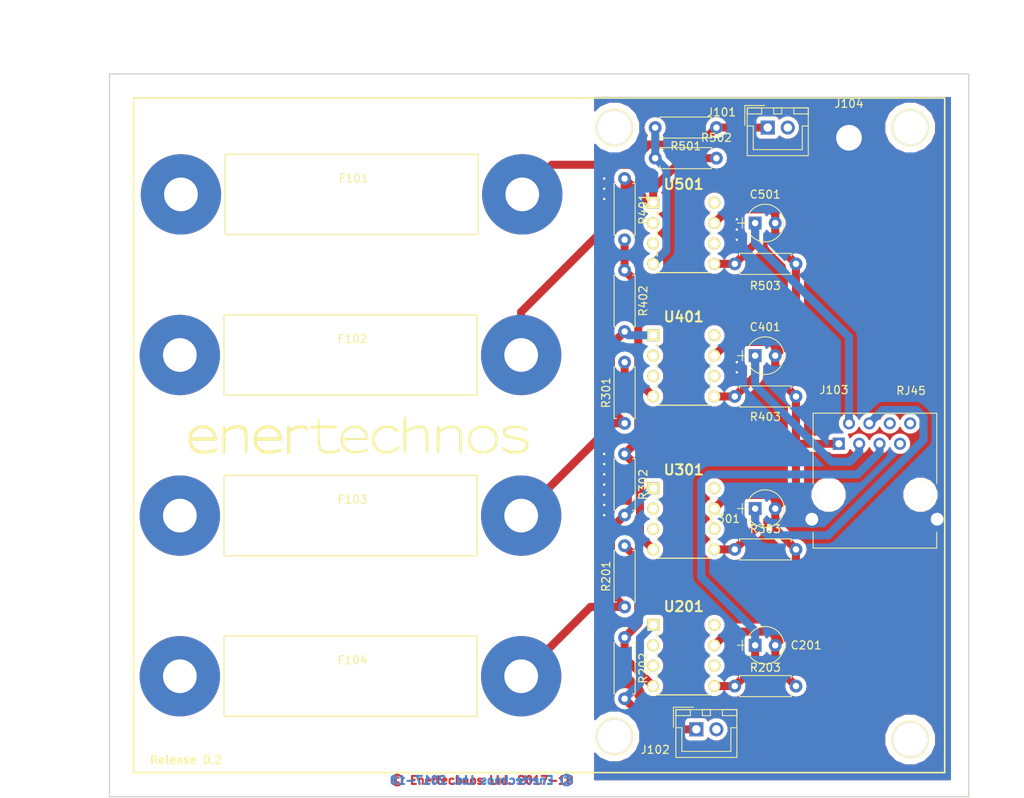
<source format=kicad_pcb>
(kicad_pcb (version 4) (host pcbnew 4.0.7)

  (general
    (links 62)
    (no_connects 0)
    (area 39.924999 99.924999 147.075001 190.075001)
    (thickness 1.6)
    (drawings 19)
    (tracks 134)
    (zones 0)
    (modules 48)
    (nets 16)
  )

  (page A4)
  (title_block
    (title "Sub Fuse Board")
    (date 2018-02-09)
    (rev "Release 0.2")
    (company "Enertechnos Ltd.")
    (comment 1 "FOR APPROVAL")
  )

  (layers
    (0 F.Cu signal)
    (31 B.Cu signal)
    (32 B.Adhes user)
    (33 F.Adhes user)
    (34 B.Paste user)
    (35 F.Paste user)
    (36 B.SilkS user)
    (37 F.SilkS user)
    (38 B.Mask user)
    (39 F.Mask user)
    (40 Dwgs.User user)
    (41 Cmts.User user)
    (42 Eco1.User user)
    (43 Eco2.User user)
    (44 Edge.Cuts user)
    (45 Margin user)
    (46 B.CrtYd user)
    (47 F.CrtYd user)
    (48 B.Fab user)
    (49 F.Fab user)
  )

  (setup
    (last_trace_width 1)
    (trace_clearance 0.4)
    (zone_clearance 0.508)
    (zone_45_only no)
    (trace_min 0.2)
    (segment_width 0.2)
    (edge_width 0.15)
    (via_size 1.5)
    (via_drill 1)
    (via_min_size 0.4)
    (via_min_drill 0.3)
    (uvia_size 1)
    (uvia_drill 0.5)
    (uvias_allowed no)
    (uvia_min_size 0.2)
    (uvia_min_drill 0.1)
    (pcb_text_width 0.3)
    (pcb_text_size 1.5 1.5)
    (mod_edge_width 0.15)
    (mod_text_size 1 1)
    (mod_text_width 0.15)
    (pad_size 0.6 0.6)
    (pad_drill 0.3)
    (pad_to_mask_clearance 0.2)
    (aux_axis_origin 40 190)
    (visible_elements 7FFFEF7F)
    (pcbplotparams
      (layerselection 0x010e0_80000001)
      (usegerberextensions false)
      (excludeedgelayer true)
      (linewidth 0.100000)
      (plotframeref false)
      (viasonmask false)
      (mode 1)
      (useauxorigin false)
      (hpglpennumber 1)
      (hpglpenspeed 20)
      (hpglpendiameter 15)
      (hpglpenoverlay 2)
      (psnegative false)
      (psa4output false)
      (plotreference true)
      (plotvalue true)
      (plotinvisibletext false)
      (padsonsilk false)
      (subtractmaskfromsilk false)
      (outputformat 4)
      (mirror false)
      (drillshape 0)
      (scaleselection 1)
      (outputdirectory Plot/))
  )

  (net 0 "")
  (net 1 /VoltMeter1/+VE)
  (net 2 /VoltMeter2/+VE)
  (net 3 /VoltMeter3/+VE)
  (net 4 ARD_GND)
  (net 5 /VoltMeter4/+VE)
  (net 6 "Net-(R201-Pad2)")
  (net 7 "Net-(R301-Pad2)")
  (net 8 "Net-(R401-Pad2)")
  (net 9 "Net-(R501-Pad2)")
  (net 10 V5)
  (net 11 V7)
  (net 12 V8)
  (net 13 V6)
  (net 14 /VoltMeter4/-VE)
  (net 15 Earth)

  (net_class Default "This is the default net class."
    (clearance 0.4)
    (trace_width 1)
    (via_dia 1.5)
    (via_drill 1)
    (uvia_dia 1)
    (uvia_drill 0.5)
    (add_net /VoltMeter1/+VE)
    (add_net /VoltMeter2/+VE)
    (add_net /VoltMeter3/+VE)
    (add_net /VoltMeter4/+VE)
    (add_net /VoltMeter4/-VE)
    (add_net ARD_GND)
    (add_net Earth)
    (add_net "Net-(R201-Pad2)")
    (add_net "Net-(R301-Pad2)")
    (add_net "Net-(R401-Pad2)")
    (add_net "Net-(R501-Pad2)")
    (add_net V5)
    (add_net V6)
    (add_net V7)
    (add_net V8)
  )

  (module PartsLibraries:MountingHole (layer F.Cu) (tedit 594AA37F) (tstamp 5ACC8C6D)
    (at 139.7 182.88)
    (descr "module 1 pin (ou trou mecanique de percage)")
    (tags DEV)
    (fp_text reference "" (at 0 -3.048) (layer F.SilkS)
      (effects (font (size 1 1) (thickness 0.15)))
    )
    (fp_text value Mount (at 0 3) (layer F.Fab)
      (effects (font (size 1 1) (thickness 0.15)))
    )
    (fp_circle (center 0 0) (end 2 0.8) (layer F.Fab) (width 0.1))
    (fp_circle (center 0 0) (end 2.6 0) (layer F.CrtYd) (width 0.05))
    (fp_circle (center 0 0) (end 0 -2.286) (layer F.SilkS) (width 0.12))
    (pad 1 thru_hole circle (at 0 0) (size 4.2 4.2) (drill 4.2) (layers *.Cu *.Mask)
      (clearance 1))
  )

  (module OAE_Parts:MicroVia (layer F.Cu) (tedit 5AC7555A) (tstamp 5AC75FD7)
    (at 101.6 114.3)
    (fp_text reference REF** (at 0 -2.54) (layer F.SilkS) hide
      (effects (font (size 1 1) (thickness 0.15)))
    )
    (fp_text value MicroVia (at 0 2.54) (layer F.Fab) hide
      (effects (font (size 1 1) (thickness 0.15)))
    )
    (pad 1 thru_hole circle (at 0 0) (size 0.6 0.6) (drill 0.3) (layers *.Cu)
      (net 15 Earth) (zone_connect 2))
  )

  (module OAE_Parts:MicroVia (layer F.Cu) (tedit 5AC7555A) (tstamp 5AC75FD3)
    (at 101.6 113.03)
    (fp_text reference REF** (at 0 -2.54) (layer F.SilkS) hide
      (effects (font (size 1 1) (thickness 0.15)))
    )
    (fp_text value MicroVia (at 0 2.54) (layer F.Fab) hide
      (effects (font (size 1 1) (thickness 0.15)))
    )
    (pad 1 thru_hole circle (at 0 0) (size 0.6 0.6) (drill 0.3) (layers *.Cu)
      (net 15 Earth) (zone_connect 2))
  )

  (module OAE_Parts:MicroVia (layer F.Cu) (tedit 5AC7555A) (tstamp 5AC75FCF)
    (at 101.6 115.57)
    (fp_text reference REF** (at 0 -2.54) (layer F.SilkS) hide
      (effects (font (size 1 1) (thickness 0.15)))
    )
    (fp_text value MicroVia (at 0 2.54) (layer F.Fab) hide
      (effects (font (size 1 1) (thickness 0.15)))
    )
    (pad 1 thru_hole circle (at 0 0) (size 0.6 0.6) (drill 0.3) (layers *.Cu)
      (net 15 Earth) (zone_connect 2))
  )

  (module OAE_Parts:MicroVia (layer F.Cu) (tedit 5AC7555A) (tstamp 5AC75FB1)
    (at 118.11 120.65)
    (fp_text reference REF** (at 0 -2.54) (layer F.SilkS) hide
      (effects (font (size 1 1) (thickness 0.15)))
    )
    (fp_text value MicroVia (at 0 2.54) (layer F.Fab) hide
      (effects (font (size 1 1) (thickness 0.15)))
    )
    (pad 1 thru_hole circle (at 0 0) (size 0.6 0.6) (drill 0.3) (layers *.Cu)
      (net 15 Earth) (zone_connect 2))
  )

  (module OAE_Parts:MicroVia (layer F.Cu) (tedit 5AC7555A) (tstamp 5AC75FAD)
    (at 118.11 119.38)
    (fp_text reference REF** (at 0 -2.54) (layer F.SilkS) hide
      (effects (font (size 1 1) (thickness 0.15)))
    )
    (fp_text value MicroVia (at 0 2.54) (layer F.Fab) hide
      (effects (font (size 1 1) (thickness 0.15)))
    )
    (pad 1 thru_hole circle (at 0 0) (size 0.6 0.6) (drill 0.3) (layers *.Cu)
      (net 15 Earth) (zone_connect 2))
  )

  (module OAE_Parts:MicroVia (layer F.Cu) (tedit 5AC7555A) (tstamp 5AC75FA9)
    (at 118.11 118.11)
    (fp_text reference REF** (at 0 -2.54) (layer F.SilkS) hide
      (effects (font (size 1 1) (thickness 0.15)))
    )
    (fp_text value MicroVia (at 0 2.54) (layer F.Fab) hide
      (effects (font (size 1 1) (thickness 0.15)))
    )
    (pad 1 thru_hole circle (at 0 0) (size 0.6 0.6) (drill 0.3) (layers *.Cu)
      (net 15 Earth) (zone_connect 2))
  )

  (module OAE_Parts:MicroVia (layer F.Cu) (tedit 5AC7555A) (tstamp 5AC75F99)
    (at 118.11 137.16)
    (fp_text reference REF** (at 0 -2.54) (layer F.SilkS) hide
      (effects (font (size 1 1) (thickness 0.15)))
    )
    (fp_text value MicroVia (at 0 2.54) (layer F.Fab) hide
      (effects (font (size 1 1) (thickness 0.15)))
    )
    (pad 1 thru_hole circle (at 0 0) (size 0.6 0.6) (drill 0.3) (layers *.Cu)
      (net 15 Earth) (zone_connect 2))
  )

  (module OAE_Parts:MicroVia (layer F.Cu) (tedit 5AC7555A) (tstamp 5AC75F8B)
    (at 118.11 135.89)
    (fp_text reference REF** (at 0 -2.54) (layer F.SilkS) hide
      (effects (font (size 1 1) (thickness 0.15)))
    )
    (fp_text value MicroVia (at 0 2.54) (layer F.Fab) hide
      (effects (font (size 1 1) (thickness 0.15)))
    )
    (pad 1 thru_hole circle (at 0 0) (size 0.6 0.6) (drill 0.3) (layers *.Cu)
      (net 15 Earth) (zone_connect 2))
  )

  (module OAE_Parts:MicroVia (layer F.Cu) (tedit 5AC7555A) (tstamp 5AC75F83)
    (at 101.6 154.94)
    (fp_text reference REF** (at 0 -2.54) (layer F.SilkS) hide
      (effects (font (size 1 1) (thickness 0.15)))
    )
    (fp_text value MicroVia (at 0 2.54) (layer F.Fab) hide
      (effects (font (size 1 1) (thickness 0.15)))
    )
    (pad 1 thru_hole circle (at 0 0) (size 0.6 0.6) (drill 0.3) (layers *.Cu)
      (net 15 Earth) (zone_connect 2))
  )

  (module OAE_Parts:MicroVia (layer F.Cu) (tedit 5AC7555A) (tstamp 5AC75F7F)
    (at 101.6 153.67)
    (fp_text reference REF** (at 0 -2.54) (layer F.SilkS) hide
      (effects (font (size 1 1) (thickness 0.15)))
    )
    (fp_text value MicroVia (at 0 2.54) (layer F.Fab) hide
      (effects (font (size 1 1) (thickness 0.15)))
    )
    (pad 1 thru_hole circle (at 0 0) (size 0.6 0.6) (drill 0.3) (layers *.Cu)
      (net 15 Earth) (zone_connect 2))
  )

  (module OAE_Parts:MicroVia (layer F.Cu) (tedit 5AC7555A) (tstamp 5AC75F7A)
    (at 101.6 152.4)
    (fp_text reference REF** (at 0 -2.54) (layer F.SilkS) hide
      (effects (font (size 1 1) (thickness 0.15)))
    )
    (fp_text value MicroVia (at 0 2.54) (layer F.Fab) hide
      (effects (font (size 1 1) (thickness 0.15)))
    )
    (pad 1 thru_hole circle (at 0 0) (size 0.6 0.6) (drill 0.3) (layers *.Cu)
      (net 15 Earth) (zone_connect 2))
  )

  (module OAE_Parts:MicroVia (layer F.Cu) (tedit 5AC7555A) (tstamp 5AC75F76)
    (at 101.6 151.13)
    (fp_text reference REF** (at 0 -2.54) (layer F.SilkS) hide
      (effects (font (size 1 1) (thickness 0.15)))
    )
    (fp_text value MicroVia (at 0 2.54) (layer F.Fab) hide
      (effects (font (size 1 1) (thickness 0.15)))
    )
    (pad 1 thru_hole circle (at 0 0) (size 0.6 0.6) (drill 0.3) (layers *.Cu)
      (net 15 Earth) (zone_connect 2))
  )

  (module OAE_Parts:MicroVia (layer F.Cu) (tedit 5AC7555A) (tstamp 5AC75F72)
    (at 101.6 149.86)
    (fp_text reference REF** (at 0 -2.54) (layer F.SilkS) hide
      (effects (font (size 1 1) (thickness 0.15)))
    )
    (fp_text value MicroVia (at 0 2.54) (layer F.Fab) hide
      (effects (font (size 1 1) (thickness 0.15)))
    )
    (pad 1 thru_hole circle (at 0 0) (size 0.6 0.6) (drill 0.3) (layers *.Cu)
      (net 15 Earth) (zone_connect 2))
  )

  (module OAE_Parts:MicroVia (layer F.Cu) (tedit 5AC7555A) (tstamp 5AC75F6E)
    (at 101.6 148.59)
    (fp_text reference REF** (at 0 -2.54) (layer F.SilkS) hide
      (effects (font (size 1 1) (thickness 0.15)))
    )
    (fp_text value MicroVia (at 0 2.54) (layer F.Fab) hide
      (effects (font (size 1 1) (thickness 0.15)))
    )
    (pad 1 thru_hole circle (at 0 0) (size 0.6 0.6) (drill 0.3) (layers *.Cu)
      (net 15 Earth) (zone_connect 2))
  )

  (module Resistors_THT:R_Axial_DIN0207_L6.3mm_D2.5mm_P7.62mm_Horizontal placed (layer F.Cu) (tedit 5874F706) (tstamp 5A3003EF)
    (at 104.14 170.18 270)
    (descr "Resistor, Axial_DIN0207 series, Axial, Horizontal, pin pitch=7.62mm, 0.25W = 1/4W, length*diameter=6.3*2.5mm^2, http://cdn-reichelt.de/documents/datenblatt/B400/1_4W%23YAG.pdf")
    (tags "Resistor Axial_DIN0207 series Axial Horizontal pin pitch 7.62mm 0.25W = 1/4W length 6.3mm diameter 2.5mm")
    (path /59C4F642/59C4F970)
    (fp_text reference R202 (at 3.81 -2.31 270) (layer F.SilkS)
      (effects (font (size 1 1) (thickness 0.15)))
    )
    (fp_text value 10M (at 3.81 2.31 270) (layer F.Fab)
      (effects (font (size 1 1) (thickness 0.15)))
    )
    (fp_line (start 0.66 -1.25) (end 0.66 1.25) (layer F.Fab) (width 0.1))
    (fp_line (start 0.66 1.25) (end 6.96 1.25) (layer F.Fab) (width 0.1))
    (fp_line (start 6.96 1.25) (end 6.96 -1.25) (layer F.Fab) (width 0.1))
    (fp_line (start 6.96 -1.25) (end 0.66 -1.25) (layer F.Fab) (width 0.1))
    (fp_line (start 0 0) (end 0.66 0) (layer F.Fab) (width 0.1))
    (fp_line (start 7.62 0) (end 6.96 0) (layer F.Fab) (width 0.1))
    (fp_line (start 0.6 -0.98) (end 0.6 -1.31) (layer F.SilkS) (width 0.12))
    (fp_line (start 0.6 -1.31) (end 7.02 -1.31) (layer F.SilkS) (width 0.12))
    (fp_line (start 7.02 -1.31) (end 7.02 -0.98) (layer F.SilkS) (width 0.12))
    (fp_line (start 0.6 0.98) (end 0.6 1.31) (layer F.SilkS) (width 0.12))
    (fp_line (start 0.6 1.31) (end 7.02 1.31) (layer F.SilkS) (width 0.12))
    (fp_line (start 7.02 1.31) (end 7.02 0.98) (layer F.SilkS) (width 0.12))
    (fp_line (start -1.05 -1.6) (end -1.05 1.6) (layer F.CrtYd) (width 0.05))
    (fp_line (start -1.05 1.6) (end 8.7 1.6) (layer F.CrtYd) (width 0.05))
    (fp_line (start 8.7 1.6) (end 8.7 -1.6) (layer F.CrtYd) (width 0.05))
    (fp_line (start 8.7 -1.6) (end -1.05 -1.6) (layer F.CrtYd) (width 0.05))
    (pad 1 thru_hole circle (at 0 0 270) (size 1.6 1.6) (drill 0.8) (layers *.Cu *.Mask)
      (net 6 "Net-(R201-Pad2)"))
    (pad 2 thru_hole oval (at 7.62 0 270) (size 1.6 1.6) (drill 0.8) (layers *.Cu *.Mask)
      (net 14 /VoltMeter4/-VE))
    (model ${KISYS3DMOD}/Resistors_THT.3dshapes/R_Axial_DIN0207_L6.3mm_D2.5mm_P7.62mm_Horizontal.wrl
      (at (xyz 0 0 0))
      (scale (xyz 0.393701 0.393701 0.393701))
      (rotate (xyz 0 0 0))
    )
  )

  (module PartsLibraries:MountingHole (layer F.Cu) (tedit 594AA37F) (tstamp 5AC75C4D)
    (at 139.7 106.68)
    (descr "module 1 pin (ou trou mecanique de percage)")
    (tags DEV)
    (fp_text reference "" (at 0 -3.048) (layer F.SilkS)
      (effects (font (size 1 1) (thickness 0.15)))
    )
    (fp_text value Mount (at 0 3) (layer F.Fab)
      (effects (font (size 1 1) (thickness 0.15)))
    )
    (fp_circle (center 0 0) (end 2 0.8) (layer F.Fab) (width 0.1))
    (fp_circle (center 0 0) (end 2.6 0) (layer F.CrtYd) (width 0.05))
    (fp_circle (center 0 0) (end 0 -2.286) (layer F.SilkS) (width 0.12))
    (pad 1 thru_hole circle (at 0 0) (size 4.2 4.2) (drill 4.2) (layers *.Cu *.Mask)
      (clearance 1))
  )

  (module PartsLibraries:MountingHole (layer F.Cu) (tedit 594AA37F) (tstamp 5A7D94F5)
    (at 102.87 182.5)
    (descr "module 1 pin (ou trou mecanique de percage)")
    (tags DEV)
    (fp_text reference "" (at 0 -3.048) (layer F.SilkS)
      (effects (font (size 1 1) (thickness 0.15)))
    )
    (fp_text value Mount (at 0 3) (layer F.Fab)
      (effects (font (size 1 1) (thickness 0.15)))
    )
    (fp_circle (center 0 0) (end 2 0.8) (layer F.Fab) (width 0.1))
    (fp_circle (center 0 0) (end 2.6 0) (layer F.CrtYd) (width 0.05))
    (fp_circle (center 0 0) (end 0 -2.286) (layer F.SilkS) (width 0.12))
    (pad 1 thru_hole circle (at 0 0) (size 4.2 4.2) (drill 4.2) (layers *.Cu *.Mask)
      (clearance 1))
  )

  (module PartsLibraries:MountingHole (layer F.Cu) (tedit 594AA37F) (tstamp 5A7D94EE)
    (at 102.87 106.68)
    (descr "module 1 pin (ou trou mecanique de percage)")
    (tags DEV)
    (fp_text reference "" (at 0 -3.048) (layer F.SilkS)
      (effects (font (size 1 1) (thickness 0.15)))
    )
    (fp_text value Mount (at 0 3) (layer F.Fab)
      (effects (font (size 1 1) (thickness 0.15)))
    )
    (fp_circle (center 0 0) (end 2 0.8) (layer F.Fab) (width 0.1))
    (fp_circle (center 0 0) (end 2.6 0) (layer F.CrtYd) (width 0.05))
    (fp_circle (center 0 0) (end 0 -2.286) (layer F.SilkS) (width 0.12))
    (pad 1 thru_hole circle (at 0 0) (size 4.2 4.2) (drill 4.2) (layers *.Cu *.Mask)
      (clearance 1))
  )

  (module Resistors_THT:R_Axial_DIN0207_L6.3mm_D2.5mm_P7.62mm_Horizontal placed (layer F.Cu) (tedit 5874F706) (tstamp 5A3003D9)
    (at 104.14 166.37 90)
    (descr "Resistor, Axial_DIN0207 series, Axial, Horizontal, pin pitch=7.62mm, 0.25W = 1/4W, length*diameter=6.3*2.5mm^2, http://cdn-reichelt.de/documents/datenblatt/B400/1_4W%23YAG.pdf")
    (tags "Resistor Axial_DIN0207 series Axial Horizontal pin pitch 7.62mm 0.25W = 1/4W length 6.3mm diameter 2.5mm")
    (path /59C4F642/5A2FE363)
    (fp_text reference R201 (at 3.81 -2.31 90) (layer F.SilkS)
      (effects (font (size 1 1) (thickness 0.15)))
    )
    (fp_text value 10K (at 3.81 2.31 90) (layer F.Fab)
      (effects (font (size 1 1) (thickness 0.15)))
    )
    (fp_line (start 0.66 -1.25) (end 0.66 1.25) (layer F.Fab) (width 0.1))
    (fp_line (start 0.66 1.25) (end 6.96 1.25) (layer F.Fab) (width 0.1))
    (fp_line (start 6.96 1.25) (end 6.96 -1.25) (layer F.Fab) (width 0.1))
    (fp_line (start 6.96 -1.25) (end 0.66 -1.25) (layer F.Fab) (width 0.1))
    (fp_line (start 0 0) (end 0.66 0) (layer F.Fab) (width 0.1))
    (fp_line (start 7.62 0) (end 6.96 0) (layer F.Fab) (width 0.1))
    (fp_line (start 0.6 -0.98) (end 0.6 -1.31) (layer F.SilkS) (width 0.12))
    (fp_line (start 0.6 -1.31) (end 7.02 -1.31) (layer F.SilkS) (width 0.12))
    (fp_line (start 7.02 -1.31) (end 7.02 -0.98) (layer F.SilkS) (width 0.12))
    (fp_line (start 0.6 0.98) (end 0.6 1.31) (layer F.SilkS) (width 0.12))
    (fp_line (start 0.6 1.31) (end 7.02 1.31) (layer F.SilkS) (width 0.12))
    (fp_line (start 7.02 1.31) (end 7.02 0.98) (layer F.SilkS) (width 0.12))
    (fp_line (start -1.05 -1.6) (end -1.05 1.6) (layer F.CrtYd) (width 0.05))
    (fp_line (start -1.05 1.6) (end 8.7 1.6) (layer F.CrtYd) (width 0.05))
    (fp_line (start 8.7 1.6) (end 8.7 -1.6) (layer F.CrtYd) (width 0.05))
    (fp_line (start 8.7 -1.6) (end -1.05 -1.6) (layer F.CrtYd) (width 0.05))
    (pad 1 thru_hole circle (at 0 0 90) (size 1.6 1.6) (drill 0.8) (layers *.Cu *.Mask)
      (net 5 /VoltMeter4/+VE))
    (pad 2 thru_hole oval (at 7.62 0 90) (size 1.6 1.6) (drill 0.8) (layers *.Cu *.Mask)
      (net 6 "Net-(R201-Pad2)"))
    (model ${KISYS3DMOD}/Resistors_THT.3dshapes/R_Axial_DIN0207_L6.3mm_D2.5mm_P7.62mm_Horizontal.wrl
      (at (xyz 0 0 0))
      (scale (xyz 0.393701 0.393701 0.393701))
      (rotate (xyz 0 0 0))
    )
  )

  (module Resistors_THT:R_Axial_DIN0207_L6.3mm_D2.5mm_P7.62mm_Horizontal locked placed (layer F.Cu) (tedit 5874F706) (tstamp 5A300405)
    (at 104.14 143.51 90)
    (descr "Resistor, Axial_DIN0207 series, Axial, Horizontal, pin pitch=7.62mm, 0.25W = 1/4W, length*diameter=6.3*2.5mm^2, http://cdn-reichelt.de/documents/datenblatt/B400/1_4W%23YAG.pdf")
    (tags "Resistor Axial_DIN0207 series Axial Horizontal pin pitch 7.62mm 0.25W = 1/4W length 6.3mm diameter 2.5mm")
    (path /59C51A28/5A2FE363)
    (fp_text reference R301 (at 3.81 -2.31 90) (layer F.SilkS)
      (effects (font (size 1 1) (thickness 0.15)))
    )
    (fp_text value 10K (at 3.81 2.31 90) (layer F.Fab)
      (effects (font (size 1 1) (thickness 0.15)))
    )
    (fp_line (start 0.66 -1.25) (end 0.66 1.25) (layer F.Fab) (width 0.1))
    (fp_line (start 0.66 1.25) (end 6.96 1.25) (layer F.Fab) (width 0.1))
    (fp_line (start 6.96 1.25) (end 6.96 -1.25) (layer F.Fab) (width 0.1))
    (fp_line (start 6.96 -1.25) (end 0.66 -1.25) (layer F.Fab) (width 0.1))
    (fp_line (start 0 0) (end 0.66 0) (layer F.Fab) (width 0.1))
    (fp_line (start 7.62 0) (end 6.96 0) (layer F.Fab) (width 0.1))
    (fp_line (start 0.6 -0.98) (end 0.6 -1.31) (layer F.SilkS) (width 0.12))
    (fp_line (start 0.6 -1.31) (end 7.02 -1.31) (layer F.SilkS) (width 0.12))
    (fp_line (start 7.02 -1.31) (end 7.02 -0.98) (layer F.SilkS) (width 0.12))
    (fp_line (start 0.6 0.98) (end 0.6 1.31) (layer F.SilkS) (width 0.12))
    (fp_line (start 0.6 1.31) (end 7.02 1.31) (layer F.SilkS) (width 0.12))
    (fp_line (start 7.02 1.31) (end 7.02 0.98) (layer F.SilkS) (width 0.12))
    (fp_line (start -1.05 -1.6) (end -1.05 1.6) (layer F.CrtYd) (width 0.05))
    (fp_line (start -1.05 1.6) (end 8.7 1.6) (layer F.CrtYd) (width 0.05))
    (fp_line (start 8.7 1.6) (end 8.7 -1.6) (layer F.CrtYd) (width 0.05))
    (fp_line (start 8.7 -1.6) (end -1.05 -1.6) (layer F.CrtYd) (width 0.05))
    (pad 1 thru_hole circle (at 0 0 90) (size 1.6 1.6) (drill 0.8) (layers *.Cu *.Mask)
      (net 3 /VoltMeter3/+VE))
    (pad 2 thru_hole oval (at 7.62 0 90) (size 1.6 1.6) (drill 0.8) (layers *.Cu *.Mask)
      (net 7 "Net-(R301-Pad2)"))
    (model ${KISYS3DMOD}/Resistors_THT.3dshapes/R_Axial_DIN0207_L6.3mm_D2.5mm_P7.62mm_Horizontal.wrl
      (at (xyz 0 0 0))
      (scale (xyz 0.393701 0.393701 0.393701))
      (rotate (xyz 0 0 0))
    )
  )

  (module Resistors_THT:R_Axial_DIN0207_L6.3mm_D2.5mm_P7.62mm_Horizontal locked placed (layer F.Cu) (tedit 5874F706) (tstamp 5A30041B)
    (at 104.14 147.32 270)
    (descr "Resistor, Axial_DIN0207 series, Axial, Horizontal, pin pitch=7.62mm, 0.25W = 1/4W, length*diameter=6.3*2.5mm^2, http://cdn-reichelt.de/documents/datenblatt/B400/1_4W%23YAG.pdf")
    (tags "Resistor Axial_DIN0207 series Axial Horizontal pin pitch 7.62mm 0.25W = 1/4W length 6.3mm diameter 2.5mm")
    (path /59C51A28/59C4F970)
    (fp_text reference R302 (at 3.81 -2.31 270) (layer F.SilkS)
      (effects (font (size 1 1) (thickness 0.15)))
    )
    (fp_text value 10M (at 3.81 2.31 270) (layer F.Fab)
      (effects (font (size 1 1) (thickness 0.15)))
    )
    (fp_line (start 0.66 -1.25) (end 0.66 1.25) (layer F.Fab) (width 0.1))
    (fp_line (start 0.66 1.25) (end 6.96 1.25) (layer F.Fab) (width 0.1))
    (fp_line (start 6.96 1.25) (end 6.96 -1.25) (layer F.Fab) (width 0.1))
    (fp_line (start 6.96 -1.25) (end 0.66 -1.25) (layer F.Fab) (width 0.1))
    (fp_line (start 0 0) (end 0.66 0) (layer F.Fab) (width 0.1))
    (fp_line (start 7.62 0) (end 6.96 0) (layer F.Fab) (width 0.1))
    (fp_line (start 0.6 -0.98) (end 0.6 -1.31) (layer F.SilkS) (width 0.12))
    (fp_line (start 0.6 -1.31) (end 7.02 -1.31) (layer F.SilkS) (width 0.12))
    (fp_line (start 7.02 -1.31) (end 7.02 -0.98) (layer F.SilkS) (width 0.12))
    (fp_line (start 0.6 0.98) (end 0.6 1.31) (layer F.SilkS) (width 0.12))
    (fp_line (start 0.6 1.31) (end 7.02 1.31) (layer F.SilkS) (width 0.12))
    (fp_line (start 7.02 1.31) (end 7.02 0.98) (layer F.SilkS) (width 0.12))
    (fp_line (start -1.05 -1.6) (end -1.05 1.6) (layer F.CrtYd) (width 0.05))
    (fp_line (start -1.05 1.6) (end 8.7 1.6) (layer F.CrtYd) (width 0.05))
    (fp_line (start 8.7 1.6) (end 8.7 -1.6) (layer F.CrtYd) (width 0.05))
    (fp_line (start 8.7 -1.6) (end -1.05 -1.6) (layer F.CrtYd) (width 0.05))
    (pad 1 thru_hole circle (at 0 0 270) (size 1.6 1.6) (drill 0.8) (layers *.Cu *.Mask)
      (net 7 "Net-(R301-Pad2)"))
    (pad 2 thru_hole oval (at 7.62 0 270) (size 1.6 1.6) (drill 0.8) (layers *.Cu *.Mask)
      (net 5 /VoltMeter4/+VE))
    (model ${KISYS3DMOD}/Resistors_THT.3dshapes/R_Axial_DIN0207_L6.3mm_D2.5mm_P7.62mm_Horizontal.wrl
      (at (xyz 0 0 0))
      (scale (xyz 0.393701 0.393701 0.393701))
      (rotate (xyz 0 0 0))
    )
  )

  (module Resistors_THT:R_Axial_DIN0207_L6.3mm_D2.5mm_P7.62mm_Horizontal placed (layer F.Cu) (tedit 5874F706) (tstamp 5A300431)
    (at 104.14 113.03 270)
    (descr "Resistor, Axial_DIN0207 series, Axial, Horizontal, pin pitch=7.62mm, 0.25W = 1/4W, length*diameter=6.3*2.5mm^2, http://cdn-reichelt.de/documents/datenblatt/B400/1_4W%23YAG.pdf")
    (tags "Resistor Axial_DIN0207 series Axial Horizontal pin pitch 7.62mm 0.25W = 1/4W length 6.3mm diameter 2.5mm")
    (path /59C51FF6/5A2FE363)
    (fp_text reference R401 (at 3.81 -2.31 270) (layer F.SilkS)
      (effects (font (size 1 1) (thickness 0.15)))
    )
    (fp_text value 10K (at 3.81 2.31 270) (layer F.Fab)
      (effects (font (size 1 1) (thickness 0.15)))
    )
    (fp_line (start 0.66 -1.25) (end 0.66 1.25) (layer F.Fab) (width 0.1))
    (fp_line (start 0.66 1.25) (end 6.96 1.25) (layer F.Fab) (width 0.1))
    (fp_line (start 6.96 1.25) (end 6.96 -1.25) (layer F.Fab) (width 0.1))
    (fp_line (start 6.96 -1.25) (end 0.66 -1.25) (layer F.Fab) (width 0.1))
    (fp_line (start 0 0) (end 0.66 0) (layer F.Fab) (width 0.1))
    (fp_line (start 7.62 0) (end 6.96 0) (layer F.Fab) (width 0.1))
    (fp_line (start 0.6 -0.98) (end 0.6 -1.31) (layer F.SilkS) (width 0.12))
    (fp_line (start 0.6 -1.31) (end 7.02 -1.31) (layer F.SilkS) (width 0.12))
    (fp_line (start 7.02 -1.31) (end 7.02 -0.98) (layer F.SilkS) (width 0.12))
    (fp_line (start 0.6 0.98) (end 0.6 1.31) (layer F.SilkS) (width 0.12))
    (fp_line (start 0.6 1.31) (end 7.02 1.31) (layer F.SilkS) (width 0.12))
    (fp_line (start 7.02 1.31) (end 7.02 0.98) (layer F.SilkS) (width 0.12))
    (fp_line (start -1.05 -1.6) (end -1.05 1.6) (layer F.CrtYd) (width 0.05))
    (fp_line (start -1.05 1.6) (end 8.7 1.6) (layer F.CrtYd) (width 0.05))
    (fp_line (start 8.7 1.6) (end 8.7 -1.6) (layer F.CrtYd) (width 0.05))
    (fp_line (start 8.7 -1.6) (end -1.05 -1.6) (layer F.CrtYd) (width 0.05))
    (pad 1 thru_hole circle (at 0 0 270) (size 1.6 1.6) (drill 0.8) (layers *.Cu *.Mask)
      (net 2 /VoltMeter2/+VE))
    (pad 2 thru_hole oval (at 7.62 0 270) (size 1.6 1.6) (drill 0.8) (layers *.Cu *.Mask)
      (net 8 "Net-(R401-Pad2)"))
    (model ${KISYS3DMOD}/Resistors_THT.3dshapes/R_Axial_DIN0207_L6.3mm_D2.5mm_P7.62mm_Horizontal.wrl
      (at (xyz 0 0 0))
      (scale (xyz 0.393701 0.393701 0.393701))
      (rotate (xyz 0 0 0))
    )
  )

  (module Resistors_THT:R_Axial_DIN0207_L6.3mm_D2.5mm_P7.62mm_Horizontal placed (layer F.Cu) (tedit 5874F706) (tstamp 5A300447)
    (at 104.14 124.46 270)
    (descr "Resistor, Axial_DIN0207 series, Axial, Horizontal, pin pitch=7.62mm, 0.25W = 1/4W, length*diameter=6.3*2.5mm^2, http://cdn-reichelt.de/documents/datenblatt/B400/1_4W%23YAG.pdf")
    (tags "Resistor Axial_DIN0207 series Axial Horizontal pin pitch 7.62mm 0.25W = 1/4W length 6.3mm diameter 2.5mm")
    (path /59C51FF6/59C4F970)
    (fp_text reference R402 (at 3.81 -2.31 270) (layer F.SilkS)
      (effects (font (size 1 1) (thickness 0.15)))
    )
    (fp_text value 10M (at 3.81 2.31 270) (layer F.Fab)
      (effects (font (size 1 1) (thickness 0.15)))
    )
    (fp_line (start 0.66 -1.25) (end 0.66 1.25) (layer F.Fab) (width 0.1))
    (fp_line (start 0.66 1.25) (end 6.96 1.25) (layer F.Fab) (width 0.1))
    (fp_line (start 6.96 1.25) (end 6.96 -1.25) (layer F.Fab) (width 0.1))
    (fp_line (start 6.96 -1.25) (end 0.66 -1.25) (layer F.Fab) (width 0.1))
    (fp_line (start 0 0) (end 0.66 0) (layer F.Fab) (width 0.1))
    (fp_line (start 7.62 0) (end 6.96 0) (layer F.Fab) (width 0.1))
    (fp_line (start 0.6 -0.98) (end 0.6 -1.31) (layer F.SilkS) (width 0.12))
    (fp_line (start 0.6 -1.31) (end 7.02 -1.31) (layer F.SilkS) (width 0.12))
    (fp_line (start 7.02 -1.31) (end 7.02 -0.98) (layer F.SilkS) (width 0.12))
    (fp_line (start 0.6 0.98) (end 0.6 1.31) (layer F.SilkS) (width 0.12))
    (fp_line (start 0.6 1.31) (end 7.02 1.31) (layer F.SilkS) (width 0.12))
    (fp_line (start 7.02 1.31) (end 7.02 0.98) (layer F.SilkS) (width 0.12))
    (fp_line (start -1.05 -1.6) (end -1.05 1.6) (layer F.CrtYd) (width 0.05))
    (fp_line (start -1.05 1.6) (end 8.7 1.6) (layer F.CrtYd) (width 0.05))
    (fp_line (start 8.7 1.6) (end 8.7 -1.6) (layer F.CrtYd) (width 0.05))
    (fp_line (start 8.7 -1.6) (end -1.05 -1.6) (layer F.CrtYd) (width 0.05))
    (pad 1 thru_hole circle (at 0 0 270) (size 1.6 1.6) (drill 0.8) (layers *.Cu *.Mask)
      (net 8 "Net-(R401-Pad2)"))
    (pad 2 thru_hole oval (at 7.62 0 270) (size 1.6 1.6) (drill 0.8) (layers *.Cu *.Mask)
      (net 3 /VoltMeter3/+VE))
    (model ${KISYS3DMOD}/Resistors_THT.3dshapes/R_Axial_DIN0207_L6.3mm_D2.5mm_P7.62mm_Horizontal.wrl
      (at (xyz 0 0 0))
      (scale (xyz 0.393701 0.393701 0.393701))
      (rotate (xyz 0 0 0))
    )
  )

  (module Resistors_THT:R_Axial_DIN0207_L6.3mm_D2.5mm_P7.62mm_Horizontal placed (layer F.Cu) (tedit 5874F706) (tstamp 5A30045D)
    (at 115.57 106.68 180)
    (descr "Resistor, Axial_DIN0207 series, Axial, Horizontal, pin pitch=7.62mm, 0.25W = 1/4W, length*diameter=6.3*2.5mm^2, http://cdn-reichelt.de/documents/datenblatt/B400/1_4W%23YAG.pdf")
    (tags "Resistor Axial_DIN0207 series Axial Horizontal pin pitch 7.62mm 0.25W = 1/4W length 6.3mm diameter 2.5mm")
    (path /59C5216A/5A2FE363)
    (fp_text reference R501 (at 3.81 -2.31 180) (layer F.SilkS)
      (effects (font (size 1 1) (thickness 0.15)))
    )
    (fp_text value 10K (at 3.81 2.31 180) (layer F.Fab)
      (effects (font (size 1 1) (thickness 0.15)))
    )
    (fp_line (start 0.66 -1.25) (end 0.66 1.25) (layer F.Fab) (width 0.1))
    (fp_line (start 0.66 1.25) (end 6.96 1.25) (layer F.Fab) (width 0.1))
    (fp_line (start 6.96 1.25) (end 6.96 -1.25) (layer F.Fab) (width 0.1))
    (fp_line (start 6.96 -1.25) (end 0.66 -1.25) (layer F.Fab) (width 0.1))
    (fp_line (start 0 0) (end 0.66 0) (layer F.Fab) (width 0.1))
    (fp_line (start 7.62 0) (end 6.96 0) (layer F.Fab) (width 0.1))
    (fp_line (start 0.6 -0.98) (end 0.6 -1.31) (layer F.SilkS) (width 0.12))
    (fp_line (start 0.6 -1.31) (end 7.02 -1.31) (layer F.SilkS) (width 0.12))
    (fp_line (start 7.02 -1.31) (end 7.02 -0.98) (layer F.SilkS) (width 0.12))
    (fp_line (start 0.6 0.98) (end 0.6 1.31) (layer F.SilkS) (width 0.12))
    (fp_line (start 0.6 1.31) (end 7.02 1.31) (layer F.SilkS) (width 0.12))
    (fp_line (start 7.02 1.31) (end 7.02 0.98) (layer F.SilkS) (width 0.12))
    (fp_line (start -1.05 -1.6) (end -1.05 1.6) (layer F.CrtYd) (width 0.05))
    (fp_line (start -1.05 1.6) (end 8.7 1.6) (layer F.CrtYd) (width 0.05))
    (fp_line (start 8.7 1.6) (end 8.7 -1.6) (layer F.CrtYd) (width 0.05))
    (fp_line (start 8.7 -1.6) (end -1.05 -1.6) (layer F.CrtYd) (width 0.05))
    (pad 1 thru_hole circle (at 0 0 180) (size 1.6 1.6) (drill 0.8) (layers *.Cu *.Mask)
      (net 1 /VoltMeter1/+VE))
    (pad 2 thru_hole oval (at 7.62 0 180) (size 1.6 1.6) (drill 0.8) (layers *.Cu *.Mask)
      (net 9 "Net-(R501-Pad2)"))
    (model ${KISYS3DMOD}/Resistors_THT.3dshapes/R_Axial_DIN0207_L6.3mm_D2.5mm_P7.62mm_Horizontal.wrl
      (at (xyz 0 0 0))
      (scale (xyz 0.393701 0.393701 0.393701))
      (rotate (xyz 0 0 0))
    )
  )

  (module Resistors_THT:R_Axial_DIN0207_L6.3mm_D2.5mm_P7.62mm_Horizontal placed (layer F.Cu) (tedit 5874F706) (tstamp 5A300473)
    (at 107.95 110.49)
    (descr "Resistor, Axial_DIN0207 series, Axial, Horizontal, pin pitch=7.62mm, 0.25W = 1/4W, length*diameter=6.3*2.5mm^2, http://cdn-reichelt.de/documents/datenblatt/B400/1_4W%23YAG.pdf")
    (tags "Resistor Axial_DIN0207 series Axial Horizontal pin pitch 7.62mm 0.25W = 1/4W length 6.3mm diameter 2.5mm")
    (path /59C5216A/59C4F970)
    (fp_text reference R502 (at 7.62 -2.54) (layer F.SilkS)
      (effects (font (size 1 1) (thickness 0.15)))
    )
    (fp_text value 10M (at 3.81 2.31) (layer F.Fab)
      (effects (font (size 1 1) (thickness 0.15)))
    )
    (fp_line (start 0.66 -1.25) (end 0.66 1.25) (layer F.Fab) (width 0.1))
    (fp_line (start 0.66 1.25) (end 6.96 1.25) (layer F.Fab) (width 0.1))
    (fp_line (start 6.96 1.25) (end 6.96 -1.25) (layer F.Fab) (width 0.1))
    (fp_line (start 6.96 -1.25) (end 0.66 -1.25) (layer F.Fab) (width 0.1))
    (fp_line (start 0 0) (end 0.66 0) (layer F.Fab) (width 0.1))
    (fp_line (start 7.62 0) (end 6.96 0) (layer F.Fab) (width 0.1))
    (fp_line (start 0.6 -0.98) (end 0.6 -1.31) (layer F.SilkS) (width 0.12))
    (fp_line (start 0.6 -1.31) (end 7.02 -1.31) (layer F.SilkS) (width 0.12))
    (fp_line (start 7.02 -1.31) (end 7.02 -0.98) (layer F.SilkS) (width 0.12))
    (fp_line (start 0.6 0.98) (end 0.6 1.31) (layer F.SilkS) (width 0.12))
    (fp_line (start 0.6 1.31) (end 7.02 1.31) (layer F.SilkS) (width 0.12))
    (fp_line (start 7.02 1.31) (end 7.02 0.98) (layer F.SilkS) (width 0.12))
    (fp_line (start -1.05 -1.6) (end -1.05 1.6) (layer F.CrtYd) (width 0.05))
    (fp_line (start -1.05 1.6) (end 8.7 1.6) (layer F.CrtYd) (width 0.05))
    (fp_line (start 8.7 1.6) (end 8.7 -1.6) (layer F.CrtYd) (width 0.05))
    (fp_line (start 8.7 -1.6) (end -1.05 -1.6) (layer F.CrtYd) (width 0.05))
    (pad 1 thru_hole circle (at 0 0) (size 1.6 1.6) (drill 0.8) (layers *.Cu *.Mask)
      (net 9 "Net-(R501-Pad2)"))
    (pad 2 thru_hole oval (at 7.62 0) (size 1.6 1.6) (drill 0.8) (layers *.Cu *.Mask)
      (net 2 /VoltMeter2/+VE))
    (model ${KISYS3DMOD}/Resistors_THT.3dshapes/R_Axial_DIN0207_L6.3mm_D2.5mm_P7.62mm_Horizontal.wrl
      (at (xyz 0 0 0))
      (scale (xyz 0.393701 0.393701 0.393701))
      (rotate (xyz 0 0 0))
    )
  )

  (module Capacitors_THT:CP_Radial_Tantal_D4.5mm_P2.50mm (layer F.Cu) (tedit 597C781B) (tstamp 5A4D156D)
    (at 120.396 171.148)
    (descr "CP, Radial_Tantal series, Radial, pin pitch=2.50mm, , diameter=4.5mm, Tantal Electrolytic Capacitor, http://cdn-reichelt.de/documents/datenblatt/B300/TANTAL-TB-Serie%23.pdf")
    (tags "CP Radial_Tantal series Radial pin pitch 2.50mm  diameter 4.5mm Tantal Electrolytic Capacitor")
    (path /59C4F642/5A3A7FE3)
    (fp_text reference C201 (at 6.35 0) (layer F.SilkS)
      (effects (font (size 1 1) (thickness 0.15)))
    )
    (fp_text value C (at 1.25 3.56) (layer F.Fab)
      (effects (font (size 1 1) (thickness 0.15)))
    )
    (fp_arc (start 1.25 0) (end -0.770693 -1.18) (angle 119.4) (layer F.SilkS) (width 0.12))
    (fp_arc (start 1.25 0) (end -0.770693 1.18) (angle -119.4) (layer F.SilkS) (width 0.12))
    (fp_arc (start 1.25 0) (end 3.270693 -1.18) (angle 60.6) (layer F.SilkS) (width 0.12))
    (fp_circle (center 1.25 0) (end 3.5 0) (layer F.Fab) (width 0.1))
    (fp_line (start -2.2 0) (end -1 0) (layer F.Fab) (width 0.1))
    (fp_line (start -1.6 -0.65) (end -1.6 0.65) (layer F.Fab) (width 0.1))
    (fp_line (start -2.2 0) (end -1 0) (layer F.SilkS) (width 0.12))
    (fp_line (start -1.6 -0.65) (end -1.6 0.65) (layer F.SilkS) (width 0.12))
    (fp_line (start -1.35 -2.6) (end -1.35 2.6) (layer F.CrtYd) (width 0.05))
    (fp_line (start -1.35 2.6) (end 3.85 2.6) (layer F.CrtYd) (width 0.05))
    (fp_line (start 3.85 2.6) (end 3.85 -2.6) (layer F.CrtYd) (width 0.05))
    (fp_line (start 3.85 -2.6) (end -1.35 -2.6) (layer F.CrtYd) (width 0.05))
    (fp_text user %R (at 1.25 0) (layer F.Fab)
      (effects (font (size 1 1) (thickness 0.15)))
    )
    (pad 1 thru_hole rect (at 0 0) (size 1.6 1.6) (drill 0.8) (layers *.Cu *.Mask)
      (net 12 V8))
    (pad 2 thru_hole circle (at 2.5 0) (size 1.6 1.6) (drill 0.8) (layers *.Cu *.Mask)
      (net 4 ARD_GND))
    (model ${KISYS3DMOD}/Capacitors_THT.3dshapes/CP_Radial_Tantal_D4.5mm_P2.50mm.wrl
      (at (xyz 0 0 0))
      (scale (xyz 1 1 1))
      (rotate (xyz 0 0 0))
    )
  )

  (module Capacitors_THT:CP_Radial_Tantal_D4.5mm_P2.50mm (layer F.Cu) (tedit 597C781B) (tstamp 5A4D1580)
    (at 120.396 154.13)
    (descr "CP, Radial_Tantal series, Radial, pin pitch=2.50mm, , diameter=4.5mm, Tantal Electrolytic Capacitor, http://cdn-reichelt.de/documents/datenblatt/B300/TANTAL-TB-Serie%23.pdf")
    (tags "CP Radial_Tantal series Radial pin pitch 2.50mm  diameter 4.5mm Tantal Electrolytic Capacitor")
    (path /59C51A28/5A3A7FE3)
    (fp_text reference C301 (at -3.81 1.27) (layer F.SilkS)
      (effects (font (size 1 1) (thickness 0.15)))
    )
    (fp_text value C (at 1.25 3.56) (layer F.Fab)
      (effects (font (size 1 1) (thickness 0.15)))
    )
    (fp_arc (start 1.25 0) (end -0.770693 -1.18) (angle 119.4) (layer F.SilkS) (width 0.12))
    (fp_arc (start 1.25 0) (end -0.770693 1.18) (angle -119.4) (layer F.SilkS) (width 0.12))
    (fp_arc (start 1.25 0) (end 3.270693 -1.18) (angle 60.6) (layer F.SilkS) (width 0.12))
    (fp_circle (center 1.25 0) (end 3.5 0) (layer F.Fab) (width 0.1))
    (fp_line (start -2.2 0) (end -1 0) (layer F.Fab) (width 0.1))
    (fp_line (start -1.6 -0.65) (end -1.6 0.65) (layer F.Fab) (width 0.1))
    (fp_line (start -2.2 0) (end -1 0) (layer F.SilkS) (width 0.12))
    (fp_line (start -1.6 -0.65) (end -1.6 0.65) (layer F.SilkS) (width 0.12))
    (fp_line (start -1.35 -2.6) (end -1.35 2.6) (layer F.CrtYd) (width 0.05))
    (fp_line (start -1.35 2.6) (end 3.85 2.6) (layer F.CrtYd) (width 0.05))
    (fp_line (start 3.85 2.6) (end 3.85 -2.6) (layer F.CrtYd) (width 0.05))
    (fp_line (start 3.85 -2.6) (end -1.35 -2.6) (layer F.CrtYd) (width 0.05))
    (fp_text user %R (at 1.25 0) (layer F.Fab)
      (effects (font (size 1 1) (thickness 0.15)))
    )
    (pad 1 thru_hole rect (at 0 0) (size 1.6 1.6) (drill 0.8) (layers *.Cu *.Mask)
      (net 11 V7))
    (pad 2 thru_hole circle (at 2.5 0) (size 1.6 1.6) (drill 0.8) (layers *.Cu *.Mask)
      (net 4 ARD_GND))
    (model ${KISYS3DMOD}/Capacitors_THT.3dshapes/CP_Radial_Tantal_D4.5mm_P2.50mm.wrl
      (at (xyz 0 0 0))
      (scale (xyz 1 1 1))
      (rotate (xyz 0 0 0))
    )
  )

  (module Capacitors_THT:CP_Radial_Tantal_D4.5mm_P2.50mm (layer F.Cu) (tedit 597C781B) (tstamp 5A4D1593)
    (at 120.396 135.08)
    (descr "CP, Radial_Tantal series, Radial, pin pitch=2.50mm, , diameter=4.5mm, Tantal Electrolytic Capacitor, http://cdn-reichelt.de/documents/datenblatt/B300/TANTAL-TB-Serie%23.pdf")
    (tags "CP Radial_Tantal series Radial pin pitch 2.50mm  diameter 4.5mm Tantal Electrolytic Capacitor")
    (path /59C51FF6/5A3A7FE3)
    (fp_text reference C401 (at 1.25 -3.56) (layer F.SilkS)
      (effects (font (size 1 1) (thickness 0.15)))
    )
    (fp_text value C (at 1.25 3.56) (layer F.Fab)
      (effects (font (size 1 1) (thickness 0.15)))
    )
    (fp_arc (start 1.25 0) (end -0.770693 -1.18) (angle 119.4) (layer F.SilkS) (width 0.12))
    (fp_arc (start 1.25 0) (end -0.770693 1.18) (angle -119.4) (layer F.SilkS) (width 0.12))
    (fp_arc (start 1.25 0) (end 3.270693 -1.18) (angle 60.6) (layer F.SilkS) (width 0.12))
    (fp_circle (center 1.25 0) (end 3.5 0) (layer F.Fab) (width 0.1))
    (fp_line (start -2.2 0) (end -1 0) (layer F.Fab) (width 0.1))
    (fp_line (start -1.6 -0.65) (end -1.6 0.65) (layer F.Fab) (width 0.1))
    (fp_line (start -2.2 0) (end -1 0) (layer F.SilkS) (width 0.12))
    (fp_line (start -1.6 -0.65) (end -1.6 0.65) (layer F.SilkS) (width 0.12))
    (fp_line (start -1.35 -2.6) (end -1.35 2.6) (layer F.CrtYd) (width 0.05))
    (fp_line (start -1.35 2.6) (end 3.85 2.6) (layer F.CrtYd) (width 0.05))
    (fp_line (start 3.85 2.6) (end 3.85 -2.6) (layer F.CrtYd) (width 0.05))
    (fp_line (start 3.85 -2.6) (end -1.35 -2.6) (layer F.CrtYd) (width 0.05))
    (fp_text user %R (at 1.25 0) (layer F.Fab)
      (effects (font (size 1 1) (thickness 0.15)))
    )
    (pad 1 thru_hole rect (at 0 0) (size 1.6 1.6) (drill 0.8) (layers *.Cu *.Mask)
      (net 13 V6))
    (pad 2 thru_hole circle (at 2.5 0) (size 1.6 1.6) (drill 0.8) (layers *.Cu *.Mask)
      (net 4 ARD_GND))
    (model ${KISYS3DMOD}/Capacitors_THT.3dshapes/CP_Radial_Tantal_D4.5mm_P2.50mm.wrl
      (at (xyz 0 0 0))
      (scale (xyz 1 1 1))
      (rotate (xyz 0 0 0))
    )
  )

  (module Capacitors_THT:CP_Radial_Tantal_D4.5mm_P2.50mm (layer F.Cu) (tedit 597C781B) (tstamp 5A4D15A6)
    (at 120.396 118.57)
    (descr "CP, Radial_Tantal series, Radial, pin pitch=2.50mm, , diameter=4.5mm, Tantal Electrolytic Capacitor, http://cdn-reichelt.de/documents/datenblatt/B300/TANTAL-TB-Serie%23.pdf")
    (tags "CP Radial_Tantal series Radial pin pitch 2.50mm  diameter 4.5mm Tantal Electrolytic Capacitor")
    (path /59C5216A/5A3A7FE3)
    (fp_text reference C501 (at 1.25 -3.56) (layer F.SilkS)
      (effects (font (size 1 1) (thickness 0.15)))
    )
    (fp_text value C (at 1.25 3.56) (layer F.Fab)
      (effects (font (size 1 1) (thickness 0.15)))
    )
    (fp_arc (start 1.25 0) (end -0.770693 -1.18) (angle 119.4) (layer F.SilkS) (width 0.12))
    (fp_arc (start 1.25 0) (end -0.770693 1.18) (angle -119.4) (layer F.SilkS) (width 0.12))
    (fp_arc (start 1.25 0) (end 3.270693 -1.18) (angle 60.6) (layer F.SilkS) (width 0.12))
    (fp_circle (center 1.25 0) (end 3.5 0) (layer F.Fab) (width 0.1))
    (fp_line (start -2.2 0) (end -1 0) (layer F.Fab) (width 0.1))
    (fp_line (start -1.6 -0.65) (end -1.6 0.65) (layer F.Fab) (width 0.1))
    (fp_line (start -2.2 0) (end -1 0) (layer F.SilkS) (width 0.12))
    (fp_line (start -1.6 -0.65) (end -1.6 0.65) (layer F.SilkS) (width 0.12))
    (fp_line (start -1.35 -2.6) (end -1.35 2.6) (layer F.CrtYd) (width 0.05))
    (fp_line (start -1.35 2.6) (end 3.85 2.6) (layer F.CrtYd) (width 0.05))
    (fp_line (start 3.85 2.6) (end 3.85 -2.6) (layer F.CrtYd) (width 0.05))
    (fp_line (start 3.85 -2.6) (end -1.35 -2.6) (layer F.CrtYd) (width 0.05))
    (fp_text user %R (at 1.25 0) (layer F.Fab)
      (effects (font (size 1 1) (thickness 0.15)))
    )
    (pad 1 thru_hole rect (at 0 0) (size 1.6 1.6) (drill 0.8) (layers *.Cu *.Mask)
      (net 10 V5))
    (pad 2 thru_hole circle (at 2.5 0) (size 1.6 1.6) (drill 0.8) (layers *.Cu *.Mask)
      (net 4 ARD_GND))
    (model ${KISYS3DMOD}/Capacitors_THT.3dshapes/CP_Radial_Tantal_D4.5mm_P2.50mm.wrl
      (at (xyz 0 0 0))
      (scale (xyz 1 1 1))
      (rotate (xyz 0 0 0))
    )
  )

  (module Connectors_JST:JST_XH_B02B-XH-A_02x2.50mm_Straight (layer F.Cu) (tedit 58EAE7F0) (tstamp 5A4D161B)
    (at 121.96 106.68)
    (descr "JST XH series connector, B02B-XH-A, top entry type, through hole")
    (tags "connector jst xh tht top vertical 2.50mm")
    (path /5A4D601D)
    (fp_text reference J101 (at -5.755 -1.905) (layer F.SilkS)
      (effects (font (size 1 1) (thickness 0.15)))
    )
    (fp_text value FB_IN (at 1.25 4.5) (layer F.Fab)
      (effects (font (size 1 1) (thickness 0.15)))
    )
    (fp_line (start -2.45 -2.35) (end -2.45 3.4) (layer F.Fab) (width 0.1))
    (fp_line (start -2.45 3.4) (end 4.95 3.4) (layer F.Fab) (width 0.1))
    (fp_line (start 4.95 3.4) (end 4.95 -2.35) (layer F.Fab) (width 0.1))
    (fp_line (start 4.95 -2.35) (end -2.45 -2.35) (layer F.Fab) (width 0.1))
    (fp_line (start -2.95 -2.85) (end -2.95 3.9) (layer F.CrtYd) (width 0.05))
    (fp_line (start -2.95 3.9) (end 5.45 3.9) (layer F.CrtYd) (width 0.05))
    (fp_line (start 5.45 3.9) (end 5.45 -2.85) (layer F.CrtYd) (width 0.05))
    (fp_line (start 5.45 -2.85) (end -2.95 -2.85) (layer F.CrtYd) (width 0.05))
    (fp_line (start -2.55 -2.45) (end -2.55 3.5) (layer F.SilkS) (width 0.12))
    (fp_line (start -2.55 3.5) (end 5.05 3.5) (layer F.SilkS) (width 0.12))
    (fp_line (start 5.05 3.5) (end 5.05 -2.45) (layer F.SilkS) (width 0.12))
    (fp_line (start 5.05 -2.45) (end -2.55 -2.45) (layer F.SilkS) (width 0.12))
    (fp_line (start 0.75 -2.45) (end 0.75 -1.7) (layer F.SilkS) (width 0.12))
    (fp_line (start 0.75 -1.7) (end 1.75 -1.7) (layer F.SilkS) (width 0.12))
    (fp_line (start 1.75 -1.7) (end 1.75 -2.45) (layer F.SilkS) (width 0.12))
    (fp_line (start 1.75 -2.45) (end 0.75 -2.45) (layer F.SilkS) (width 0.12))
    (fp_line (start -2.55 -2.45) (end -2.55 -1.7) (layer F.SilkS) (width 0.12))
    (fp_line (start -2.55 -1.7) (end -0.75 -1.7) (layer F.SilkS) (width 0.12))
    (fp_line (start -0.75 -1.7) (end -0.75 -2.45) (layer F.SilkS) (width 0.12))
    (fp_line (start -0.75 -2.45) (end -2.55 -2.45) (layer F.SilkS) (width 0.12))
    (fp_line (start 3.25 -2.45) (end 3.25 -1.7) (layer F.SilkS) (width 0.12))
    (fp_line (start 3.25 -1.7) (end 5.05 -1.7) (layer F.SilkS) (width 0.12))
    (fp_line (start 5.05 -1.7) (end 5.05 -2.45) (layer F.SilkS) (width 0.12))
    (fp_line (start 5.05 -2.45) (end 3.25 -2.45) (layer F.SilkS) (width 0.12))
    (fp_line (start -2.55 -0.2) (end -1.8 -0.2) (layer F.SilkS) (width 0.12))
    (fp_line (start -1.8 -0.2) (end -1.8 2.75) (layer F.SilkS) (width 0.12))
    (fp_line (start -1.8 2.75) (end 1.25 2.75) (layer F.SilkS) (width 0.12))
    (fp_line (start 5.05 -0.2) (end 4.3 -0.2) (layer F.SilkS) (width 0.12))
    (fp_line (start 4.3 -0.2) (end 4.3 2.75) (layer F.SilkS) (width 0.12))
    (fp_line (start 4.3 2.75) (end 1.25 2.75) (layer F.SilkS) (width 0.12))
    (fp_line (start -0.35 -2.75) (end -2.85 -2.75) (layer F.SilkS) (width 0.12))
    (fp_line (start -2.85 -2.75) (end -2.85 -0.25) (layer F.SilkS) (width 0.12))
    (fp_line (start -0.35 -2.75) (end -2.85 -2.75) (layer F.Fab) (width 0.1))
    (fp_line (start -2.85 -2.75) (end -2.85 -0.25) (layer F.Fab) (width 0.1))
    (fp_text user %R (at 1.25 2.5) (layer F.Fab)
      (effects (font (size 1 1) (thickness 0.15)))
    )
    (pad 1 thru_hole rect (at 0 0) (size 1.75 1.75) (drill 1.05) (layers *.Cu *.Mask)
      (net 1 /VoltMeter1/+VE))
    (pad 2 thru_hole circle (at 2.5 0) (size 1.75 1.75) (drill 1.05) (layers *.Cu *.Mask))
    (model Connectors_JST.3dshapes/JST_XH_B02B-XH-A_02x2.50mm_Straight.wrl
      (at (xyz 0 0 0))
      (scale (xyz 1 1 1))
      (rotate (xyz 0 0 0))
    )
  )

  (module Resistors_THT:R_Axial_DIN0207_L6.3mm_D2.5mm_P7.62mm_Horizontal (layer F.Cu) (tedit 5874F706) (tstamp 5A4D1631)
    (at 117.856 176.228)
    (descr "Resistor, Axial_DIN0207 series, Axial, Horizontal, pin pitch=7.62mm, 0.25W = 1/4W, length*diameter=6.3*2.5mm^2, http://cdn-reichelt.de/documents/datenblatt/B400/1_4W%23YAG.pdf")
    (tags "Resistor Axial_DIN0207 series Axial Horizontal pin pitch 7.62mm 0.25W = 1/4W length 6.3mm diameter 2.5mm")
    (path /59C4F642/5A3A8016)
    (fp_text reference R203 (at 3.81 -2.31) (layer F.SilkS)
      (effects (font (size 1 1) (thickness 0.15)))
    )
    (fp_text value R (at 3.81 2.31) (layer F.Fab)
      (effects (font (size 1 1) (thickness 0.15)))
    )
    (fp_line (start 0.66 -1.25) (end 0.66 1.25) (layer F.Fab) (width 0.1))
    (fp_line (start 0.66 1.25) (end 6.96 1.25) (layer F.Fab) (width 0.1))
    (fp_line (start 6.96 1.25) (end 6.96 -1.25) (layer F.Fab) (width 0.1))
    (fp_line (start 6.96 -1.25) (end 0.66 -1.25) (layer F.Fab) (width 0.1))
    (fp_line (start 0 0) (end 0.66 0) (layer F.Fab) (width 0.1))
    (fp_line (start 7.62 0) (end 6.96 0) (layer F.Fab) (width 0.1))
    (fp_line (start 0.6 -0.98) (end 0.6 -1.31) (layer F.SilkS) (width 0.12))
    (fp_line (start 0.6 -1.31) (end 7.02 -1.31) (layer F.SilkS) (width 0.12))
    (fp_line (start 7.02 -1.31) (end 7.02 -0.98) (layer F.SilkS) (width 0.12))
    (fp_line (start 0.6 0.98) (end 0.6 1.31) (layer F.SilkS) (width 0.12))
    (fp_line (start 0.6 1.31) (end 7.02 1.31) (layer F.SilkS) (width 0.12))
    (fp_line (start 7.02 1.31) (end 7.02 0.98) (layer F.SilkS) (width 0.12))
    (fp_line (start -1.05 -1.6) (end -1.05 1.6) (layer F.CrtYd) (width 0.05))
    (fp_line (start -1.05 1.6) (end 8.7 1.6) (layer F.CrtYd) (width 0.05))
    (fp_line (start 8.7 1.6) (end 8.7 -1.6) (layer F.CrtYd) (width 0.05))
    (fp_line (start 8.7 -1.6) (end -1.05 -1.6) (layer F.CrtYd) (width 0.05))
    (pad 1 thru_hole circle (at 0 0) (size 1.6 1.6) (drill 0.8) (layers *.Cu *.Mask)
      (net 12 V8))
    (pad 2 thru_hole oval (at 7.62 0) (size 1.6 1.6) (drill 0.8) (layers *.Cu *.Mask)
      (net 4 ARD_GND))
    (model ${KISYS3DMOD}/Resistors_THT.3dshapes/R_Axial_DIN0207_L6.3mm_D2.5mm_P7.62mm_Horizontal.wrl
      (at (xyz 0 0 0))
      (scale (xyz 0.393701 0.393701 0.393701))
      (rotate (xyz 0 0 0))
    )
  )

  (module Resistors_THT:R_Axial_DIN0207_L6.3mm_D2.5mm_P7.62mm_Horizontal (layer F.Cu) (tedit 5874F706) (tstamp 5A4D1647)
    (at 117.856 159.21)
    (descr "Resistor, Axial_DIN0207 series, Axial, Horizontal, pin pitch=7.62mm, 0.25W = 1/4W, length*diameter=6.3*2.5mm^2, http://cdn-reichelt.de/documents/datenblatt/B400/1_4W%23YAG.pdf")
    (tags "Resistor Axial_DIN0207 series Axial Horizontal pin pitch 7.62mm 0.25W = 1/4W length 6.3mm diameter 2.5mm")
    (path /59C51A28/5A3A8016)
    (fp_text reference R303 (at 3.81 -2.54) (layer F.SilkS)
      (effects (font (size 1 1) (thickness 0.15)))
    )
    (fp_text value R (at 3.81 2.31) (layer F.Fab)
      (effects (font (size 1 1) (thickness 0.15)))
    )
    (fp_line (start 0.66 -1.25) (end 0.66 1.25) (layer F.Fab) (width 0.1))
    (fp_line (start 0.66 1.25) (end 6.96 1.25) (layer F.Fab) (width 0.1))
    (fp_line (start 6.96 1.25) (end 6.96 -1.25) (layer F.Fab) (width 0.1))
    (fp_line (start 6.96 -1.25) (end 0.66 -1.25) (layer F.Fab) (width 0.1))
    (fp_line (start 0 0) (end 0.66 0) (layer F.Fab) (width 0.1))
    (fp_line (start 7.62 0) (end 6.96 0) (layer F.Fab) (width 0.1))
    (fp_line (start 0.6 -0.98) (end 0.6 -1.31) (layer F.SilkS) (width 0.12))
    (fp_line (start 0.6 -1.31) (end 7.02 -1.31) (layer F.SilkS) (width 0.12))
    (fp_line (start 7.02 -1.31) (end 7.02 -0.98) (layer F.SilkS) (width 0.12))
    (fp_line (start 0.6 0.98) (end 0.6 1.31) (layer F.SilkS) (width 0.12))
    (fp_line (start 0.6 1.31) (end 7.02 1.31) (layer F.SilkS) (width 0.12))
    (fp_line (start 7.02 1.31) (end 7.02 0.98) (layer F.SilkS) (width 0.12))
    (fp_line (start -1.05 -1.6) (end -1.05 1.6) (layer F.CrtYd) (width 0.05))
    (fp_line (start -1.05 1.6) (end 8.7 1.6) (layer F.CrtYd) (width 0.05))
    (fp_line (start 8.7 1.6) (end 8.7 -1.6) (layer F.CrtYd) (width 0.05))
    (fp_line (start 8.7 -1.6) (end -1.05 -1.6) (layer F.CrtYd) (width 0.05))
    (pad 1 thru_hole circle (at 0 0) (size 1.6 1.6) (drill 0.8) (layers *.Cu *.Mask)
      (net 11 V7))
    (pad 2 thru_hole oval (at 7.62 0) (size 1.6 1.6) (drill 0.8) (layers *.Cu *.Mask)
      (net 4 ARD_GND))
    (model ${KISYS3DMOD}/Resistors_THT.3dshapes/R_Axial_DIN0207_L6.3mm_D2.5mm_P7.62mm_Horizontal.wrl
      (at (xyz 0 0 0))
      (scale (xyz 0.393701 0.393701 0.393701))
      (rotate (xyz 0 0 0))
    )
  )

  (module Resistors_THT:R_Axial_DIN0207_L6.3mm_D2.5mm_P7.62mm_Horizontal (layer F.Cu) (tedit 5874F706) (tstamp 5A4D165D)
    (at 117.856 140.16)
    (descr "Resistor, Axial_DIN0207 series, Axial, Horizontal, pin pitch=7.62mm, 0.25W = 1/4W, length*diameter=6.3*2.5mm^2, http://cdn-reichelt.de/documents/datenblatt/B400/1_4W%23YAG.pdf")
    (tags "Resistor Axial_DIN0207 series Axial Horizontal pin pitch 7.62mm 0.25W = 1/4W length 6.3mm diameter 2.5mm")
    (path /59C51FF6/5A3A8016)
    (fp_text reference R403 (at 3.81 2.54) (layer F.SilkS)
      (effects (font (size 1 1) (thickness 0.15)))
    )
    (fp_text value R (at 3.81 2.31) (layer F.Fab)
      (effects (font (size 1 1) (thickness 0.15)))
    )
    (fp_line (start 0.66 -1.25) (end 0.66 1.25) (layer F.Fab) (width 0.1))
    (fp_line (start 0.66 1.25) (end 6.96 1.25) (layer F.Fab) (width 0.1))
    (fp_line (start 6.96 1.25) (end 6.96 -1.25) (layer F.Fab) (width 0.1))
    (fp_line (start 6.96 -1.25) (end 0.66 -1.25) (layer F.Fab) (width 0.1))
    (fp_line (start 0 0) (end 0.66 0) (layer F.Fab) (width 0.1))
    (fp_line (start 7.62 0) (end 6.96 0) (layer F.Fab) (width 0.1))
    (fp_line (start 0.6 -0.98) (end 0.6 -1.31) (layer F.SilkS) (width 0.12))
    (fp_line (start 0.6 -1.31) (end 7.02 -1.31) (layer F.SilkS) (width 0.12))
    (fp_line (start 7.02 -1.31) (end 7.02 -0.98) (layer F.SilkS) (width 0.12))
    (fp_line (start 0.6 0.98) (end 0.6 1.31) (layer F.SilkS) (width 0.12))
    (fp_line (start 0.6 1.31) (end 7.02 1.31) (layer F.SilkS) (width 0.12))
    (fp_line (start 7.02 1.31) (end 7.02 0.98) (layer F.SilkS) (width 0.12))
    (fp_line (start -1.05 -1.6) (end -1.05 1.6) (layer F.CrtYd) (width 0.05))
    (fp_line (start -1.05 1.6) (end 8.7 1.6) (layer F.CrtYd) (width 0.05))
    (fp_line (start 8.7 1.6) (end 8.7 -1.6) (layer F.CrtYd) (width 0.05))
    (fp_line (start 8.7 -1.6) (end -1.05 -1.6) (layer F.CrtYd) (width 0.05))
    (pad 1 thru_hole circle (at 0 0) (size 1.6 1.6) (drill 0.8) (layers *.Cu *.Mask)
      (net 13 V6))
    (pad 2 thru_hole oval (at 7.62 0) (size 1.6 1.6) (drill 0.8) (layers *.Cu *.Mask)
      (net 4 ARD_GND))
    (model ${KISYS3DMOD}/Resistors_THT.3dshapes/R_Axial_DIN0207_L6.3mm_D2.5mm_P7.62mm_Horizontal.wrl
      (at (xyz 0 0 0))
      (scale (xyz 0.393701 0.393701 0.393701))
      (rotate (xyz 0 0 0))
    )
  )

  (module Resistors_THT:R_Axial_DIN0207_L6.3mm_D2.5mm_P7.62mm_Horizontal (layer F.Cu) (tedit 5874F706) (tstamp 5A4D1673)
    (at 117.856 123.65)
    (descr "Resistor, Axial_DIN0207 series, Axial, Horizontal, pin pitch=7.62mm, 0.25W = 1/4W, length*diameter=6.3*2.5mm^2, http://cdn-reichelt.de/documents/datenblatt/B400/1_4W%23YAG.pdf")
    (tags "Resistor Axial_DIN0207 series Axial Horizontal pin pitch 7.62mm 0.25W = 1/4W length 6.3mm diameter 2.5mm")
    (path /59C5216A/5A3A8016)
    (fp_text reference R503 (at 3.81 2.735) (layer F.SilkS)
      (effects (font (size 1 1) (thickness 0.15)))
    )
    (fp_text value R (at 3.81 2.31) (layer F.Fab)
      (effects (font (size 1 1) (thickness 0.15)))
    )
    (fp_line (start 0.66 -1.25) (end 0.66 1.25) (layer F.Fab) (width 0.1))
    (fp_line (start 0.66 1.25) (end 6.96 1.25) (layer F.Fab) (width 0.1))
    (fp_line (start 6.96 1.25) (end 6.96 -1.25) (layer F.Fab) (width 0.1))
    (fp_line (start 6.96 -1.25) (end 0.66 -1.25) (layer F.Fab) (width 0.1))
    (fp_line (start 0 0) (end 0.66 0) (layer F.Fab) (width 0.1))
    (fp_line (start 7.62 0) (end 6.96 0) (layer F.Fab) (width 0.1))
    (fp_line (start 0.6 -0.98) (end 0.6 -1.31) (layer F.SilkS) (width 0.12))
    (fp_line (start 0.6 -1.31) (end 7.02 -1.31) (layer F.SilkS) (width 0.12))
    (fp_line (start 7.02 -1.31) (end 7.02 -0.98) (layer F.SilkS) (width 0.12))
    (fp_line (start 0.6 0.98) (end 0.6 1.31) (layer F.SilkS) (width 0.12))
    (fp_line (start 0.6 1.31) (end 7.02 1.31) (layer F.SilkS) (width 0.12))
    (fp_line (start 7.02 1.31) (end 7.02 0.98) (layer F.SilkS) (width 0.12))
    (fp_line (start -1.05 -1.6) (end -1.05 1.6) (layer F.CrtYd) (width 0.05))
    (fp_line (start -1.05 1.6) (end 8.7 1.6) (layer F.CrtYd) (width 0.05))
    (fp_line (start 8.7 1.6) (end 8.7 -1.6) (layer F.CrtYd) (width 0.05))
    (fp_line (start 8.7 -1.6) (end -1.05 -1.6) (layer F.CrtYd) (width 0.05))
    (pad 1 thru_hole circle (at 0 0) (size 1.6 1.6) (drill 0.8) (layers *.Cu *.Mask)
      (net 10 V5))
    (pad 2 thru_hole oval (at 7.62 0) (size 1.6 1.6) (drill 0.8) (layers *.Cu *.Mask)
      (net 4 ARD_GND))
    (model ${KISYS3DMOD}/Resistors_THT.3dshapes/R_Axial_DIN0207_L6.3mm_D2.5mm_P7.62mm_Horizontal.wrl
      (at (xyz 0 0 0))
      (scale (xyz 0.393701 0.393701 0.393701))
      (rotate (xyz 0 0 0))
    )
  )

  (module PartsLibraries:Fuse_NITD32 locked (layer F.Cu) (tedit 5A4E3DDB) (tstamp 5A4E43D3)
    (at 91.395 115 180)
    (path /5A311AB6)
    (fp_text reference F101 (at 21 2 180) (layer F.SilkS)
      (effects (font (size 1 1) (thickness 0.15)))
    )
    (fp_text value Fuse (at 21 -2 180) (layer F.Fab)
      (effects (font (size 1 1) (thickness 0.15)))
    )
    (fp_line (start 37 -5) (end 5.5 -5) (layer F.SilkS) (width 0.15))
    (fp_line (start 37 5) (end 37 -5) (layer F.SilkS) (width 0.15))
    (fp_line (start 5.5 5) (end 37 5) (layer F.SilkS) (width 0.15))
    (fp_line (start 5.5 -5) (end 5.5 5) (layer F.SilkS) (width 0.15))
    (pad 1 thru_hole circle (at 0 0 180) (size 10 10) (drill 4.2) (layers *.Cu *.Mask)
      (net 1 /VoltMeter1/+VE))
    (pad 2 thru_hole circle (at 42.5 0 180) (size 10 10) (drill 4.2) (layers *.Cu *.Mask))
  )

  (module PartsLibraries:Fuse_NITD32 (layer F.Cu) (tedit 5A4E3DDB) (tstamp 5A4E43DC)
    (at 91.26 135 180)
    (path /5A314BDF)
    (fp_text reference F102 (at 21 2 180) (layer F.SilkS)
      (effects (font (size 1 1) (thickness 0.15)))
    )
    (fp_text value Fuse (at 21 -2 180) (layer F.Fab)
      (effects (font (size 1 1) (thickness 0.15)))
    )
    (fp_line (start 37 -5) (end 5.5 -5) (layer F.SilkS) (width 0.15))
    (fp_line (start 37 5) (end 37 -5) (layer F.SilkS) (width 0.15))
    (fp_line (start 5.5 5) (end 37 5) (layer F.SilkS) (width 0.15))
    (fp_line (start 5.5 -5) (end 5.5 5) (layer F.SilkS) (width 0.15))
    (pad 1 thru_hole circle (at 0 0 180) (size 10 10) (drill 4.2) (layers *.Cu *.Mask)
      (net 2 /VoltMeter2/+VE))
    (pad 2 thru_hole circle (at 42.5 0 180) (size 10 10) (drill 4.2) (layers *.Cu *.Mask))
  )

  (module PartsLibraries:Fuse_NITD32 (layer F.Cu) (tedit 5A4E3DDB) (tstamp 5A4E43E5)
    (at 91.26 155 180)
    (path /5A31508D)
    (fp_text reference F103 (at 21 2 180) (layer F.SilkS)
      (effects (font (size 1 1) (thickness 0.15)))
    )
    (fp_text value Fuse (at 21 -2 180) (layer F.Fab)
      (effects (font (size 1 1) (thickness 0.15)))
    )
    (fp_line (start 37 -5) (end 5.5 -5) (layer F.SilkS) (width 0.15))
    (fp_line (start 37 5) (end 37 -5) (layer F.SilkS) (width 0.15))
    (fp_line (start 5.5 5) (end 37 5) (layer F.SilkS) (width 0.15))
    (fp_line (start 5.5 -5) (end 5.5 5) (layer F.SilkS) (width 0.15))
    (pad 1 thru_hole circle (at 0 0 180) (size 10 10) (drill 4.2) (layers *.Cu *.Mask)
      (net 3 /VoltMeter3/+VE))
    (pad 2 thru_hole circle (at 42.5 0 180) (size 10 10) (drill 4.2) (layers *.Cu *.Mask))
  )

  (module PartsLibraries:Fuse_NITD32 locked (layer F.Cu) (tedit 5A4E3DDB) (tstamp 5A4E43EE)
    (at 91.26 175 180)
    (path /5A316DCF)
    (fp_text reference F104 (at 21 2 180) (layer F.SilkS)
      (effects (font (size 1 1) (thickness 0.15)))
    )
    (fp_text value Fuse (at 21 -2 180) (layer F.Fab)
      (effects (font (size 1 1) (thickness 0.15)))
    )
    (fp_line (start 37 -5) (end 5.5 -5) (layer F.SilkS) (width 0.15))
    (fp_line (start 37 5) (end 37 -5) (layer F.SilkS) (width 0.15))
    (fp_line (start 5.5 5) (end 37 5) (layer F.SilkS) (width 0.15))
    (fp_line (start 5.5 -5) (end 5.5 5) (layer F.SilkS) (width 0.15))
    (pad 1 thru_hole circle (at 0 0 180) (size 10 10) (drill 4.2) (layers *.Cu *.Mask)
      (net 5 /VoltMeter4/+VE))
    (pad 2 thru_hole circle (at 42.5 0 180) (size 10 10) (drill 4.2) (layers *.Cu *.Mask))
  )

  (module Connectors_JST:JST_XH_B02B-XH-A_02x2.50mm_Straight (layer F.Cu) (tedit 58EAE7F0) (tstamp 5A7D7AA2)
    (at 113.07 181.61)
    (descr "JST XH series connector, B02B-XH-A, top entry type, through hole")
    (tags "connector jst xh tht top vertical 2.50mm")
    (path /5A3187AF)
    (fp_text reference J102 (at -5.12 2.54) (layer F.SilkS)
      (effects (font (size 1 1) (thickness 0.15)))
    )
    (fp_text value FB_OUT (at 1.25 4.5) (layer F.Fab)
      (effects (font (size 1 1) (thickness 0.15)))
    )
    (fp_line (start -2.45 -2.35) (end -2.45 3.4) (layer F.Fab) (width 0.1))
    (fp_line (start -2.45 3.4) (end 4.95 3.4) (layer F.Fab) (width 0.1))
    (fp_line (start 4.95 3.4) (end 4.95 -2.35) (layer F.Fab) (width 0.1))
    (fp_line (start 4.95 -2.35) (end -2.45 -2.35) (layer F.Fab) (width 0.1))
    (fp_line (start -2.95 -2.85) (end -2.95 3.9) (layer F.CrtYd) (width 0.05))
    (fp_line (start -2.95 3.9) (end 5.45 3.9) (layer F.CrtYd) (width 0.05))
    (fp_line (start 5.45 3.9) (end 5.45 -2.85) (layer F.CrtYd) (width 0.05))
    (fp_line (start 5.45 -2.85) (end -2.95 -2.85) (layer F.CrtYd) (width 0.05))
    (fp_line (start -2.55 -2.45) (end -2.55 3.5) (layer F.SilkS) (width 0.12))
    (fp_line (start -2.55 3.5) (end 5.05 3.5) (layer F.SilkS) (width 0.12))
    (fp_line (start 5.05 3.5) (end 5.05 -2.45) (layer F.SilkS) (width 0.12))
    (fp_line (start 5.05 -2.45) (end -2.55 -2.45) (layer F.SilkS) (width 0.12))
    (fp_line (start 0.75 -2.45) (end 0.75 -1.7) (layer F.SilkS) (width 0.12))
    (fp_line (start 0.75 -1.7) (end 1.75 -1.7) (layer F.SilkS) (width 0.12))
    (fp_line (start 1.75 -1.7) (end 1.75 -2.45) (layer F.SilkS) (width 0.12))
    (fp_line (start 1.75 -2.45) (end 0.75 -2.45) (layer F.SilkS) (width 0.12))
    (fp_line (start -2.55 -2.45) (end -2.55 -1.7) (layer F.SilkS) (width 0.12))
    (fp_line (start -2.55 -1.7) (end -0.75 -1.7) (layer F.SilkS) (width 0.12))
    (fp_line (start -0.75 -1.7) (end -0.75 -2.45) (layer F.SilkS) (width 0.12))
    (fp_line (start -0.75 -2.45) (end -2.55 -2.45) (layer F.SilkS) (width 0.12))
    (fp_line (start 3.25 -2.45) (end 3.25 -1.7) (layer F.SilkS) (width 0.12))
    (fp_line (start 3.25 -1.7) (end 5.05 -1.7) (layer F.SilkS) (width 0.12))
    (fp_line (start 5.05 -1.7) (end 5.05 -2.45) (layer F.SilkS) (width 0.12))
    (fp_line (start 5.05 -2.45) (end 3.25 -2.45) (layer F.SilkS) (width 0.12))
    (fp_line (start -2.55 -0.2) (end -1.8 -0.2) (layer F.SilkS) (width 0.12))
    (fp_line (start -1.8 -0.2) (end -1.8 2.75) (layer F.SilkS) (width 0.12))
    (fp_line (start -1.8 2.75) (end 1.25 2.75) (layer F.SilkS) (width 0.12))
    (fp_line (start 5.05 -0.2) (end 4.3 -0.2) (layer F.SilkS) (width 0.12))
    (fp_line (start 4.3 -0.2) (end 4.3 2.75) (layer F.SilkS) (width 0.12))
    (fp_line (start 4.3 2.75) (end 1.25 2.75) (layer F.SilkS) (width 0.12))
    (fp_line (start -0.35 -2.75) (end -2.85 -2.75) (layer F.SilkS) (width 0.12))
    (fp_line (start -2.85 -2.75) (end -2.85 -0.25) (layer F.SilkS) (width 0.12))
    (fp_line (start -0.35 -2.75) (end -2.85 -2.75) (layer F.Fab) (width 0.1))
    (fp_line (start -2.85 -2.75) (end -2.85 -0.25) (layer F.Fab) (width 0.1))
    (fp_text user %R (at 1.25 2.5) (layer F.Fab)
      (effects (font (size 1 1) (thickness 0.15)))
    )
    (pad 1 thru_hole rect (at 0 0) (size 1.75 1.75) (drill 1.05) (layers *.Cu *.Mask)
      (net 14 /VoltMeter4/-VE))
    (pad 2 thru_hole circle (at 2.5 0) (size 1.75 1.75) (drill 1.05) (layers *.Cu *.Mask))
    (model Connectors_JST.3dshapes/JST_XH_B02B-XH-A_02x2.50mm_Straight.wrl
      (at (xyz 0 0 0))
      (scale (xyz 1 1 1))
      (rotate (xyz 0 0 0))
    )
  )

  (module PartsLibraries:EL_Logo_Inv (layer F.Cu) (tedit 0) (tstamp 5A7DC55B)
    (at 71 145)
    (fp_text reference G*** (at 0 0) (layer F.SilkS) hide
      (effects (font (thickness 0.3)))
    )
    (fp_text value LOGO (at 0.75 0) (layer F.SilkS) hide
      (effects (font (thickness 0.3)))
    )
    (fp_poly (pts (xy -18.701504 -1.149541) (xy -18.371343 -0.982841) (xy -18.076027 -0.708343) (xy -17.827689 -0.334111)
      (xy -17.661616 0.075536) (xy -17.611494 0.402166) (xy -17.610666 0.677333) (xy -20.816179 0.677333)
      (xy -20.740354 0.941721) (xy -20.544952 1.369882) (xy -20.238595 1.67537) (xy -19.819798 1.858534)
      (xy -19.287077 1.919723) (xy -18.638948 1.859286) (xy -17.873925 1.677572) (xy -17.758833 1.642913)
      (xy -17.645242 1.648029) (xy -17.610831 1.783207) (xy -17.610666 1.800764) (xy -17.627955 1.91201)
      (xy -17.703341 1.99161) (xy -17.872107 2.060382) (xy -18.169536 2.139147) (xy -18.194281 2.145137)
      (xy -18.834293 2.258061) (xy -19.432172 2.284065) (xy -19.951375 2.223856) (xy -20.305753 2.104328)
      (xy -20.702519 1.828249) (xy -20.972368 1.450728) (xy -21.121445 0.961377) (xy -21.152517 0.673254)
      (xy -21.149043 0.254) (xy -20.823809 0.254) (xy -18.057482 0.254) (xy -18.099008 0.036768)
      (xy -18.219786 -0.23124) (xy -18.452236 -0.499678) (xy -18.745868 -0.720216) (xy -19.009736 -0.834963)
      (xy -19.471697 -0.87845) (xy -19.918364 -0.777599) (xy -20.312003 -0.551131) (xy -20.614876 -0.217765)
      (xy -20.735598 0.021166) (xy -20.823809 0.254) (xy -21.149043 0.254) (xy -21.148278 0.161746)
      (xy -21.060439 -0.237172) (xy -20.874931 -0.565311) (xy -20.658742 -0.794193) (xy -20.227252 -1.077947)
      (xy -19.728363 -1.234135) (xy -19.205354 -1.25919) (xy -18.701504 -1.149541)) (layer F.SilkS) (width 0.01))
    (fp_poly (pts (xy -14.393338 -1.15731) (xy -14.38218 -1.152122) (xy -14.184995 -1.044277) (xy -14.037764 -0.917187)
      (xy -13.933336 -0.745854) (xy -13.864561 -0.505285) (xy -13.824292 -0.170483) (xy -13.805376 0.283548)
      (xy -13.800666 0.880896) (xy -13.801593 1.398147) (xy -13.806295 1.769998) (xy -13.817656 2.02038)
      (xy -13.83856 2.173225) (xy -13.871892 2.252464) (xy -13.920536 2.282028) (xy -13.97 2.286)
      (xy -14.037523 2.277064) (xy -14.08425 2.232756) (xy -14.114009 2.126822) (xy -14.13063 1.933008)
      (xy -14.137942 1.625062) (xy -14.139775 1.17673) (xy -14.139805 1.121833) (xy -14.147405 0.516127)
      (xy -14.172797 0.056508) (xy -14.220704 -0.279764) (xy -14.295848 -0.515432) (xy -14.402954 -0.673235)
      (xy -14.532397 -0.768457) (xy -14.861187 -0.86167) (xy -15.272416 -0.853887) (xy -15.715121 -0.748405)
      (xy -15.886871 -0.680805) (xy -16.147451 -0.562952) (xy -16.334671 -0.456426) (xy -16.460654 -0.33194)
      (xy -16.537524 -0.160207) (xy -16.577402 0.088058) (xy -16.592412 0.442144) (xy -16.594677 0.931337)
      (xy -16.594666 1.029122) (xy -16.595797 1.51431) (xy -16.601459 1.855452) (xy -16.61506 2.077831)
      (xy -16.640005 2.206731) (xy -16.679702 2.267436) (xy -16.737555 2.28523) (xy -16.764 2.286)
      (xy -16.820904 2.279462) (xy -16.863392 2.245481) (xy -16.893564 2.162502) (xy -16.913525 2.008971)
      (xy -16.925377 1.763333) (xy -16.931223 1.404035) (xy -16.933166 0.909523) (xy -16.933333 0.550333)
      (xy -16.932695 -0.032939) (xy -16.92938 -0.468433) (xy -16.921285 -0.777703) (xy -16.906306 -0.982302)
      (xy -16.882341 -1.103786) (xy -16.847288 -1.163708) (xy -16.799043 -1.183622) (xy -16.764 -1.185334)
      (xy -16.631535 -1.1361) (xy -16.594666 -0.972241) (xy -16.594666 -0.759148) (xy -16.151816 -0.983557)
      (xy -15.696398 -1.158533) (xy -15.215969 -1.249202) (xy -14.763845 -1.250488) (xy -14.393338 -1.15731)) (layer F.SilkS) (width 0.01))
    (fp_poly (pts (xy -11.137428 -1.24931) (xy -10.588627 -1.130337) (xy -10.137011 -0.876578) (xy -9.795145 -0.499922)
      (xy -9.575599 -0.012258) (xy -9.513097 0.287396) (xy -9.45965 0.677333) (xy -12.718357 0.677333)
      (xy -12.661216 0.905002) (xy -12.477929 1.32522) (xy -12.172419 1.635756) (xy -11.754401 1.833067)
      (xy -11.233594 1.913609) (xy -10.619714 1.873839) (xy -10.2235 1.793917) (xy -9.919192 1.726391)
      (xy -9.689857 1.689949) (xy -9.574128 1.690237) (xy -9.567333 1.698052) (xy -9.539912 1.830039)
      (xy -9.521578 1.883386) (xy -9.564818 1.975729) (xy -9.744458 2.062704) (xy -10.027571 2.140185)
      (xy -10.381228 2.204042) (xy -10.772501 2.250148) (xy -11.168463 2.274373) (xy -11.536184 2.272591)
      (xy -11.842737 2.240672) (xy -12.010376 2.195411) (xy -12.452869 1.932319) (xy -12.791471 1.555027)
      (xy -13.011395 1.093329) (xy -13.097855 0.577019) (xy -13.06189 0.208293) (xy -12.7 0.208293)
      (xy -12.619993 0.223527) (xy -12.398607 0.236608) (xy -12.063788 0.24662) (xy -11.643486 0.252645)
      (xy -11.307404 0.254) (xy -9.914808 0.254) (xy -10.0043 -0.002717) (xy -10.222965 -0.401204)
      (xy -10.545224 -0.681607) (xy -10.946285 -0.836255) (xy -11.401357 -0.857475) (xy -11.885646 -0.737596)
      (xy -12.085336 -0.646688) (xy -12.261408 -0.506352) (xy -12.449527 -0.285983) (xy -12.607793 -0.043864)
      (xy -12.694302 0.16172) (xy -12.7 0.208293) (xy -13.06189 0.208293) (xy -13.051164 0.098333)
      (xy -12.863705 -0.401083) (xy -12.54632 -0.793584) (xy -12.125592 -1.071972) (xy -11.837588 -1.198475)
      (xy -11.589847 -1.256116) (xy -11.297273 -1.260167) (xy -11.137428 -1.24931)) (layer F.SilkS) (width 0.01))
    (fp_poly (pts (xy -6.553794 -1.133588) (xy -6.551929 -1.132705) (xy -6.303105 -0.993248) (xy -6.205092 -0.872902)
      (xy -6.244197 -0.750638) (xy -6.278404 -0.712644) (xy -6.374717 -0.65024) (xy -6.504159 -0.662309)
      (xy -6.720064 -0.75519) (xy -6.74678 -0.768333) (xy -6.996371 -0.873925) (xy -7.201427 -0.896704)
      (xy -7.458769 -0.847092) (xy -7.464524 -0.845587) (xy -7.784711 -0.731074) (xy -8.100831 -0.572848)
      (xy -8.149166 -0.542821) (xy -8.466666 -0.336265) (xy -8.466666 2.286) (xy -8.89 2.286)
      (xy -8.89 -1.185334) (xy -8.678333 -1.185334) (xy -8.511599 -1.144932) (xy -8.466666 -1.019896)
      (xy -8.457311 -0.931578) (xy -8.404987 -0.906504) (xy -8.273303 -0.948071) (xy -8.025871 -1.059677)
      (xy -8.022166 -1.061402) (xy -7.503155 -1.230682) (xy -7.003107 -1.255258) (xy -6.553794 -1.133588)) (layer F.SilkS) (width 0.01))
    (fp_poly (pts (xy -4.876411 -2.074861) (xy -4.83698 -1.928164) (xy -4.826 -1.651) (xy -4.826 -1.185334)
      (xy -3.725333 -1.185334) (xy -3.275992 -1.183898) (xy -2.968992 -1.176821) (xy -2.777348 -1.159953)
      (xy -2.674075 -1.129141) (xy -2.632186 -1.080235) (xy -2.624666 -1.016) (xy -2.633957 -0.947043)
      (xy -2.679767 -0.899867) (xy -2.789002 -0.870356) (xy -2.988571 -0.854397) (xy -3.30538 -0.847873)
      (xy -3.731893 -0.846667) (xy -4.83912 -0.846667) (xy -4.811393 0.287718) (xy -4.79231 0.810748)
      (xy -4.757748 1.192574) (xy -4.697522 1.46124) (xy -4.60145 1.644793) (xy -4.459347 1.771278)
      (xy -4.26103 1.868741) (xy -4.233333 1.879677) (xy -3.895391 1.951039) (xy -3.475098 1.955765)
      (xy -3.043947 1.897964) (xy -2.694954 1.791284) (xy -2.458612 1.695789) (xy -2.330856 1.670688)
      (xy -2.267892 1.712523) (xy -2.247586 1.755982) (xy -2.271015 1.897507) (xy -2.431464 2.026148)
      (xy -2.696704 2.134422) (xy -3.034509 2.214846) (xy -3.412649 2.259936) (xy -3.798898 2.262211)
      (xy -4.161027 2.214187) (xy -4.191 2.207223) (xy -4.501096 2.110645) (xy -4.731349 1.976064)
      (xy -4.892967 1.779489) (xy -4.997159 1.496931) (xy -5.055133 1.104401) (xy -5.078097 0.577907)
      (xy -5.08 0.304436) (xy -5.08 -0.846667) (xy -5.588 -0.846667) (xy -5.871728 -0.852846)
      (xy -6.02504 -0.879987) (xy -6.086661 -0.941) (xy -6.096 -1.016) (xy -6.077464 -1.110577)
      (xy -5.99604 -1.161681) (xy -5.813002 -1.182221) (xy -5.588 -1.185334) (xy -5.08 -1.185334)
      (xy -5.08 -1.651) (xy -5.068598 -1.931825) (xy -5.02859 -2.076406) (xy -4.953 -2.116667)
      (xy -4.876411 -2.074861)) (layer F.SilkS) (width 0.01))
    (fp_poly (pts (xy -0.093144 -1.175694) (xy 0.243098 -1.080118) (xy 0.554682 -0.887901) (xy 0.709348 -0.759703)
      (xy 1.003579 -0.395635) (xy 1.142087 -0.061331) (xy 1.210424 0.162978) (xy 1.25028 0.32932)
      (xy 1.24214 0.446315) (xy 1.166489 0.522582) (xy 1.003812 0.56674) (xy 0.734593 0.587408)
      (xy 0.339319 0.593204) (xy -0.201527 0.592749) (xy -0.338666 0.592666) (xy -0.915739 0.593037)
      (xy -1.343021 0.598279) (xy -1.640049 0.614586) (xy -1.826361 0.64815) (xy -1.921493 0.705165)
      (xy -1.944984 0.791824) (xy -1.916369 0.914321) (xy -1.857027 1.073988) (xy -1.63735 1.441354)
      (xy -1.300088 1.747945) (xy -1.148901 1.838446) (xy -0.871752 1.920789) (xy -0.483625 1.955328)
      (xy -0.035875 1.942444) (xy 0.420142 1.882517) (xy 0.673396 1.824945) (xy 0.968178 1.751933)
      (xy 1.129384 1.736649) (xy 1.183945 1.782869) (xy 1.159289 1.893082) (xy 1.044628 1.987572)
      (xy 0.800743 2.076047) (xy 0.467745 2.152778) (xy 0.085743 2.212031) (xy -0.305153 2.248076)
      (xy -0.664832 2.255182) (xy -0.953186 2.227616) (xy -1.035977 2.206773) (xy -1.524684 1.968942)
      (xy -1.894842 1.619647) (xy -2.136455 1.177387) (xy -2.239528 0.66066) (xy -2.213967 0.338666)
      (xy -1.96569 0.338666) (xy 0.949691 0.338666) (xy 0.891587 0.105833) (xy 0.744487 -0.224578)
      (xy 0.498046 -0.538054) (xy 0.20713 -0.769357) (xy 0.118559 -0.813317) (xy -0.331682 -0.921366)
      (xy -0.785499 -0.891061) (xy -1.208049 -0.738289) (xy -1.564485 -0.47894) (xy -1.819963 -0.128901)
      (xy -1.908549 0.110997) (xy -1.96569 0.338666) (xy -2.213967 0.338666) (xy -2.194065 0.087963)
      (xy -2.190372 0.070437) (xy -2.008373 -0.408684) (xy -1.699217 -0.786076) (xy -1.279969 -1.048744)
      (xy -0.767694 -1.183694) (xy -0.522988 -1.19922) (xy -0.093144 -1.175694)) (layer F.SilkS) (width 0.01))
    (fp_poly (pts (xy 4.07908 -1.177756) (xy 4.242728 -1.142615) (xy 4.465791 -1.041961) (xy 4.697355 -0.889031)
      (xy 4.888349 -0.722396) (xy 4.989701 -0.58063) (xy 4.995334 -0.551022) (xy 4.944992 -0.404507)
      (xy 4.811802 -0.388074) (xy 4.622512 -0.502726) (xy 4.586287 -0.535699) (xy 4.191358 -0.801532)
      (xy 3.733711 -0.924027) (xy 3.246568 -0.899377) (xy 2.79573 -0.740834) (xy 2.387123 -0.448967)
      (xy 2.121201 -0.07193) (xy 2.005521 0.374291) (xy 2.042626 0.852005) (xy 2.218597 1.316144)
      (xy 2.509578 1.656168) (xy 2.914715 1.871452) (xy 3.433156 1.961369) (xy 3.558969 1.964266)
      (xy 3.970562 1.934905) (xy 4.290355 1.829254) (xy 4.588351 1.620962) (xy 4.672779 1.54499)
      (xy 4.892535 1.396391) (xy 5.046056 1.388503) (xy 5.123383 1.438655) (xy 5.102919 1.5212)
      (xy 4.97228 1.674834) (xy 4.945277 1.703393) (xy 4.72554 1.903758) (xy 4.500256 2.064889)
      (xy 4.46378 2.0853) (xy 4.192972 2.174333) (xy 3.823045 2.230928) (xy 3.421905 2.250526)
      (xy 3.057455 2.228564) (xy 2.878667 2.191764) (xy 2.408008 1.967673) (xy 2.045413 1.622206)
      (xy 1.804502 1.174536) (xy 1.698897 0.64384) (xy 1.695193 0.525793) (xy 1.769178 -0.011076)
      (xy 1.993236 -0.471369) (xy 2.363388 -0.8488) (xy 2.696303 -1.054812) (xy 2.962473 -1.138065)
      (xy 3.327217 -1.188893) (xy 3.722198 -1.203417) (xy 4.07908 -1.177756)) (layer F.SilkS) (width 0.01))
    (fp_poly (pts (xy 16.246908 -1.102118) (xy 16.67969 -0.891641) (xy 17.024874 -0.57034) (xy 17.082238 -0.490087)
      (xy 17.255007 -0.105048) (xy 17.343691 0.36306) (xy 17.340872 0.846324) (xy 17.266931 1.200694)
      (xy 17.052838 1.594151) (xy 16.714477 1.910148) (xy 16.283895 2.136331) (xy 15.793141 2.260345)
      (xy 15.274264 2.269837) (xy 14.779229 2.159667) (xy 14.350031 1.959204) (xy 14.038379 1.689491)
      (xy 13.81567 1.34971) (xy 13.705387 1.104872) (xy 13.653226 0.870546) (xy 13.647143 0.574644)
      (xy 13.650544 0.510471) (xy 13.950462 0.510471) (xy 14.025395 1.010757) (xy 14.242427 1.425498)
      (xy 14.589908 1.740104) (xy 15.056188 1.939985) (xy 15.100994 1.951233) (xy 15.330465 2.001647)
      (xy 15.498231 2.015426) (xy 15.683587 1.991522) (xy 15.915636 1.940462) (xy 16.390602 1.75626)
      (xy 16.751348 1.453332) (xy 16.978254 1.063342) (xy 17.077476 0.599681) (xy 17.029047 0.164685)
      (xy 16.854356 -0.223015) (xy 16.574786 -0.544787) (xy 16.211726 -0.781999) (xy 15.78656 -0.916018)
      (xy 15.320675 -0.928212) (xy 14.838213 -0.801105) (xy 14.405931 -0.548496) (xy 14.118679 -0.209615)
      (xy 13.972366 0.221584) (xy 13.950462 0.510471) (xy 13.650544 0.510471) (xy 13.656538 0.397421)
      (xy 13.692254 0.049008) (xy 13.758611 -0.196475) (xy 13.87686 -0.40517) (xy 13.942193 -0.491579)
      (xy 14.310181 -0.835463) (xy 14.758165 -1.068443) (xy 15.252627 -1.190535) (xy 15.760048 -1.201755)
      (xy 16.246908 -1.102118)) (layer F.SilkS) (width 0.01))
    (fp_poly (pts (xy 20.045139 -1.16623) (xy 20.522367 -1.054586) (xy 20.853651 -0.863018) (xy 20.899835 -0.817993)
      (xy 21.019257 -0.669694) (xy 21.021468 -0.575436) (xy 20.965358 -0.516597) (xy 20.845681 -0.459361)
      (xy 20.782759 -0.512705) (xy 20.611826 -0.660414) (xy 20.318819 -0.788817) (xy 19.950942 -0.882894)
      (xy 19.555401 -0.927625) (xy 19.473334 -0.929343) (xy 18.988444 -0.892429) (xy 18.621608 -0.782724)
      (xy 18.387671 -0.60686) (xy 18.30401 -0.407008) (xy 18.322765 -0.24418) (xy 18.43345 -0.111209)
      (xy 18.655043 0.001323) (xy 19.006522 0.102835) (xy 19.506862 0.202745) (xy 19.546555 0.20968)
      (xy 20.035063 0.300946) (xy 20.390031 0.385956) (xy 20.646278 0.476595) (xy 20.838622 0.584752)
      (xy 20.976167 0.697731) (xy 21.12512 0.942259) (xy 21.171081 1.258824) (xy 21.11311 1.584341)
      (xy 20.992682 1.807016) (xy 20.732646 2.016416) (xy 20.350842 2.167458) (xy 19.886602 2.253945)
      (xy 19.379255 2.26968) (xy 18.868135 2.208465) (xy 18.698517 2.168494) (xy 18.323883 2.038792)
      (xy 18.047049 1.88526) (xy 17.887709 1.724315) (xy 17.865559 1.572377) (xy 17.907676 1.509213)
      (xy 17.999328 1.521939) (xy 18.195845 1.597683) (xy 18.427607 1.706768) (xy 18.724548 1.840502)
      (xy 18.994821 1.914036) (xy 19.314203 1.943608) (xy 19.548765 1.947016) (xy 19.946888 1.932859)
      (xy 20.228294 1.884745) (xy 20.443774 1.793518) (xy 20.462763 1.782214) (xy 20.740761 1.551643)
      (xy 20.872598 1.302311) (xy 20.854149 1.058101) (xy 20.681291 0.842897) (xy 20.631079 0.807535)
      (xy 20.477716 0.745784) (xy 20.197621 0.666644) (xy 19.831109 0.580454) (xy 19.432304 0.500107)
      (xy 18.98287 0.412194) (xy 18.666466 0.336259) (xy 18.448455 0.26059) (xy 18.294198 0.173474)
      (xy 18.18347 0.077829) (xy 17.992138 -0.213506) (xy 17.956655 -0.530755) (xy 18.03153 -0.757385)
      (xy 18.206453 -0.926119) (xy 18.514176 -1.063267) (xy 18.919396 -1.157614) (xy 19.38681 -1.197947)
      (xy 19.420033 -1.198448) (xy 20.045139 -1.16623)) (layer F.SilkS) (width 0.01))
    (fp_poly (pts (xy 5.836275 -2.273776) (xy 5.885992 -2.216088) (xy 5.913172 -2.081414) (xy 5.924499 -1.838231)
      (xy 5.926667 -1.487627) (xy 5.926667 -0.689254) (xy 6.2865 -0.88864) (xy 6.730863 -1.07377)
      (xy 7.227646 -1.184223) (xy 7.701374 -1.205876) (xy 7.872973 -1.185522) (xy 8.148845 -1.114458)
      (xy 8.359016 -1.001131) (xy 8.511951 -0.824424) (xy 8.616117 -0.563223) (xy 8.679981 -0.196413)
      (xy 8.712008 0.297123) (xy 8.720667 0.928613) (xy 8.719561 1.417313) (xy 8.714016 1.761811)
      (xy 8.700688 1.987235) (xy 8.676234 2.118714) (xy 8.637311 2.181375) (xy 8.580574 2.200348)
      (xy 8.551334 2.201333) (xy 8.48727 2.19325) (xy 8.441789 2.152536) (xy 8.411718 2.054491)
      (xy 8.393883 1.874413) (xy 8.385111 1.587605) (xy 8.382226 1.169365) (xy 8.382 0.883433)
      (xy 8.376939 0.417715) (xy 8.362986 0.003868) (xy 8.341987 -0.324792) (xy 8.315788 -0.534948)
      (xy 8.300569 -0.586621) (xy 8.106164 -0.781302) (xy 7.800657 -0.88919) (xy 7.418565 -0.909919)
      (xy 6.994401 -0.843124) (xy 6.562682 -0.688439) (xy 6.404132 -0.60671) (xy 5.969 -0.360993)
      (xy 5.945628 0.92017) (xy 5.935452 1.411065) (xy 5.923295 1.757629) (xy 5.905439 1.984858)
      (xy 5.878168 2.117745) (xy 5.837766 2.181284) (xy 5.780516 2.20047) (xy 5.755128 2.201333)
      (xy 5.704941 2.195513) (xy 5.665955 2.165409) (xy 5.636756 2.092059) (xy 5.615934 1.956498)
      (xy 5.602074 1.739763) (xy 5.593765 1.422889) (xy 5.589594 0.986913) (xy 5.588148 0.41287)
      (xy 5.588 -0.042334) (xy 5.588408 -0.715992) (xy 5.590586 -1.239288) (xy 5.595967 -1.631195)
      (xy 5.605981 -1.910684) (xy 5.622062 -2.096728) (xy 5.64564 -2.208297) (xy 5.678147 -2.264364)
      (xy 5.721016 -2.283901) (xy 5.757334 -2.286) (xy 5.836275 -2.273776)) (layer F.SilkS) (width 0.01))
    (fp_poly (pts (xy 12.241041 -1.107502) (xy 12.546528 -0.920472) (xy 12.635459 -0.818866) (xy 12.707654 -0.705847)
      (xy 12.76015 -0.580921) (xy 12.79691 -0.414662) (xy 12.821894 -0.17764) (xy 12.839067 0.159571)
      (xy 12.852389 0.626399) (xy 12.856868 0.8255) (xy 12.867227 1.33606) (xy 12.870895 1.701567)
      (xy 12.865265 1.946248) (xy 12.847726 2.094333) (xy 12.815669 2.170053) (xy 12.766484 2.197636)
      (xy 12.708702 2.201333) (xy 12.641414 2.194839) (xy 12.593646 2.158864) (xy 12.562056 2.068665)
      (xy 12.543304 1.8995) (xy 12.534052 1.626628) (xy 12.530958 1.225305) (xy 12.530667 0.882487)
      (xy 12.530667 -0.436359) (xy 12.271857 -0.69517) (xy 12.11325 -0.840145) (xy 11.970599 -0.911596)
      (xy 11.780528 -0.927438) (xy 11.515831 -0.908894) (xy 10.946904 -0.785485) (xy 10.568141 -0.622404)
      (xy 10.117667 -0.381) (xy 10.094295 0.910166) (xy 10.084166 1.403257) (xy 10.072094 1.751923)
      (xy 10.054408 1.981063) (xy 10.027432 2.115577) (xy 9.987494 2.180364) (xy 9.930919 2.200323)
      (xy 9.903795 2.201333) (xy 9.847015 2.194243) (xy 9.804795 2.158435) (xy 9.774982 2.072102)
      (xy 9.755426 1.913435) (xy 9.743973 1.660629) (xy 9.738471 1.291875) (xy 9.736768 0.785366)
      (xy 9.736667 0.508) (xy 9.737333 -0.067184) (xy 9.740786 -0.494856) (xy 9.749207 -0.796834)
      (xy 9.764779 -0.99494) (xy 9.789684 -1.110992) (xy 9.826104 -1.166811) (xy 9.87622 -1.184217)
      (xy 9.906 -1.185334) (xy 10.031094 -1.144246) (xy 10.074029 -0.99265) (xy 10.075334 -0.937294)
      (xy 10.075334 -0.689254) (xy 10.451004 -0.89922) (xy 10.91295 -1.097355) (xy 11.388864 -1.197246)
      (xy 11.843357 -1.200194) (xy 12.241041 -1.107502)) (layer F.SilkS) (width 0.01))
  )

  (module OAE_Parts:PowerConnectorRound_M3 (layer F.Cu) (tedit 5AC74EB9) (tstamp 5AC757BB)
    (at 132.08 107.95)
    (path /5AC75BC0)
    (fp_text reference J104 (at 0 -4.25) (layer F.SilkS)
      (effects (font (size 1 1) (thickness 0.15)))
    )
    (fp_text value Earth (at 0 6.35) (layer F.Fab)
      (effects (font (size 1 1) (thickness 0.15)))
    )
    (pad 1 thru_hole circle (at 0 0) (size 6 6) (drill 3.2) (layers *.Cu *.Mask)
      (net 15 Earth) (zone_connect 2))
  )

  (module OAE_Parts:NKE0303SC (layer F.Cu) (tedit 5A7D67F2) (tstamp 5AC757BC)
    (at 107.696 168.608)
    (descr DIP254P762X432-8)
    (tags "Integrated Circuit")
    (path /59C4F642/5A7B1FC2)
    (fp_text reference U201 (at 3.81 -2.286) (layer F.SilkS)
      (effects (font (size 1.27 1.27) (thickness 0.254)))
    )
    (fp_text value NKE0303SC (at 3.556 9.906) (layer F.SilkS) hide
      (effects (font (size 1.27 1.27) (thickness 0.254)))
    )
    (fp_line (start 0.508 8.7122) (end 0.508 -1.0922) (layer Dwgs.User) (width 0.1524))
    (fp_line (start 0.508 -1.1938) (end 7.112 -1.1938) (layer Dwgs.User) (width 0.1524))
    (fp_line (start -0.4826 3.048) (end 0.508 3.048) (layer Dwgs.User) (width 0.1524))
    (fp_line (start -0.4826 2.032) (end -0.4826 3.048) (layer Dwgs.User) (width 0.1524))
    (fp_line (start 0.508 2.032) (end -0.4826 2.032) (layer Dwgs.User) (width 0.1524))
    (fp_line (start 0.508 3.048) (end 0.508 2.032) (layer Dwgs.User) (width 0.1524))
    (fp_line (start 7.112 1.5748) (end 7.112 0.9652) (layer F.SilkS) (width 0.1524))
    (fp_line (start 7.112 4.1148) (end 7.112 3.5052) (layer F.SilkS) (width 0.1524))
    (fp_line (start 0.508 6.0452) (end 0.508 6.6548) (layer F.SilkS) (width 0.1524))
    (fp_line (start 0.508 3.5052) (end 0.508 4.1148) (layer F.SilkS) (width 0.1524))
    (fp_line (start 0.508 8.7122) (end 7.112 8.7122) (layer F.SilkS) (width 0.1524))
    (fp_line (start 7.112 6.6548) (end 7.112 6.0452) (layer F.SilkS) (width 0.1524))
    (fp_line (start 0.508 1.0922) (end 0.508 1.5748) (layer F.SilkS) (width 0.1524))
    (fp_line (start 0.508 0.508) (end 0.508 -0.508) (layer Dwgs.User) (width 0.1524))
    (fp_line (start 0.508 -0.508) (end -0.4826 -0.508) (layer Dwgs.User) (width 0.1524))
    (fp_line (start -0.4826 -0.508) (end -0.4826 0.508) (layer Dwgs.User) (width 0.1524))
    (fp_line (start -0.4826 0.508) (end 0.508 0.508) (layer Dwgs.User) (width 0.1524))
    (fp_line (start 0.508 5.588) (end 0.508 4.572) (layer Dwgs.User) (width 0.1524))
    (fp_line (start 0.508 4.572) (end -0.4826 4.572) (layer Dwgs.User) (width 0.1524))
    (fp_line (start -0.4826 4.572) (end -0.4826 5.588) (layer Dwgs.User) (width 0.1524))
    (fp_line (start -0.4826 5.588) (end 0.508 5.588) (layer Dwgs.User) (width 0.1524))
    (fp_line (start 0.508 8.128) (end 0.508 7.112) (layer Dwgs.User) (width 0.1524))
    (fp_line (start 0.508 7.112) (end -0.4826 7.1374) (layer Dwgs.User) (width 0.1524))
    (fp_line (start -0.4826 7.1374) (end -0.4826 8.128) (layer Dwgs.User) (width 0.1524))
    (fp_line (start -0.4826 8.128) (end 0.508 8.128) (layer Dwgs.User) (width 0.1524))
    (fp_line (start 7.112 7.112) (end 7.112 8.128) (layer Dwgs.User) (width 0.1524))
    (fp_line (start 7.112 8.128) (end 8.1026 8.1026) (layer Dwgs.User) (width 0.1524))
    (fp_line (start 8.1026 8.1026) (end 8.1026 7.112) (layer Dwgs.User) (width 0.1524))
    (fp_line (start 8.1026 7.112) (end 7.112 7.112) (layer Dwgs.User) (width 0.1524))
    (fp_line (start 7.112 4.572) (end 7.112 5.588) (layer Dwgs.User) (width 0.1524))
    (fp_line (start 7.112 5.588) (end 8.1026 5.5626) (layer Dwgs.User) (width 0.1524))
    (fp_line (start 8.1026 5.5626) (end 8.1026 4.572) (layer Dwgs.User) (width 0.1524))
    (fp_line (start 8.1026 4.572) (end 7.112 4.572) (layer Dwgs.User) (width 0.1524))
    (fp_line (start 7.112 2.032) (end 7.112 3.048) (layer Dwgs.User) (width 0.1524))
    (fp_line (start 7.112 3.048) (end 8.1026 3.048) (layer Dwgs.User) (width 0.1524))
    (fp_line (start 8.1026 3.048) (end 8.1026 2.032) (layer Dwgs.User) (width 0.1524))
    (fp_line (start 8.1026 2.032) (end 7.112 2.032) (layer Dwgs.User) (width 0.1524))
    (fp_line (start 7.112 -0.508) (end 7.112 0.508) (layer Dwgs.User) (width 0.1524))
    (fp_line (start 7.112 0.508) (end 8.1026 0.508) (layer Dwgs.User) (width 0.1524))
    (fp_line (start 8.1026 0.508) (end 8.1026 -0.508) (layer Dwgs.User) (width 0.1524))
    (fp_line (start 8.1026 -0.508) (end 7.112 -0.508) (layer Dwgs.User) (width 0.1524))
    (fp_line (start 0.508 8.7122) (end 7.112 8.7122) (layer Dwgs.User) (width 0.1524))
    (fp_line (start 7.112 8.7122) (end 7.112 -1.0922) (layer Dwgs.User) (width 0.1524))
    (pad 1 thru_hole rect (at 0 0 90) (size 1.4859 1.4859) (drill 0.9906) (layers *.Cu *.Mask F.SilkS)
      (net 14 /VoltMeter4/-VE))
    (pad 2 thru_hole circle (at 0 2.54 90) (size 1.4859 1.4859) (drill 0.9906) (layers *.Cu *.Mask F.SilkS))
    (pad 3 thru_hole circle (at 0 5.08 90) (size 1.4859 1.4859) (drill 0.9906) (layers *.Cu *.Mask F.SilkS))
    (pad 4 thru_hole circle (at 0 7.62 90) (size 1.4859 1.4859) (drill 0.9906) (layers *.Cu *.Mask F.SilkS)
      (net 6 "Net-(R201-Pad2)"))
    (pad 5 thru_hole circle (at 7.62 7.62 90) (size 1.4859 1.4859) (drill 0.9906) (layers *.Cu *.Mask F.SilkS)
      (net 12 V8))
    (pad 6 thru_hole circle (at 7.62 5.08 90) (size 1.4859 1.4859) (drill 0.9906) (layers *.Cu *.Mask F.SilkS))
    (pad 7 thru_hole circle (at 7.62 2.54 90) (size 1.4859 1.4859) (drill 0.9906) (layers *.Cu *.Mask F.SilkS)
      (net 4 ARD_GND))
    (pad 8 thru_hole circle (at 7.62 0 90) (size 1.4859 1.4859) (drill 0.9906) (layers *.Cu *.Mask F.SilkS))
    (model Sockets_DIP.3dshapes/DIP-8__300.wrl
      (at (xyz 0.1542 -0.1542 0))
      (scale (xyz 1 1 1))
      (rotate (xyz 0 0 90))
    )
  )

  (module OAE_Parts:NKE0303SC (layer F.Cu) (tedit 5A7D67F2) (tstamp 5AC757F2)
    (at 107.696 151.59)
    (descr DIP254P762X432-8)
    (tags "Integrated Circuit")
    (path /59C51A28/5A7B1FC2)
    (fp_text reference U301 (at 3.81 -2.286) (layer F.SilkS)
      (effects (font (size 1.27 1.27) (thickness 0.254)))
    )
    (fp_text value NKE0303SC (at 3.556 9.906) (layer F.SilkS) hide
      (effects (font (size 1.27 1.27) (thickness 0.254)))
    )
    (fp_line (start 0.508 8.7122) (end 0.508 -1.0922) (layer Dwgs.User) (width 0.1524))
    (fp_line (start 0.508 -1.1938) (end 7.112 -1.1938) (layer Dwgs.User) (width 0.1524))
    (fp_line (start -0.4826 3.048) (end 0.508 3.048) (layer Dwgs.User) (width 0.1524))
    (fp_line (start -0.4826 2.032) (end -0.4826 3.048) (layer Dwgs.User) (width 0.1524))
    (fp_line (start 0.508 2.032) (end -0.4826 2.032) (layer Dwgs.User) (width 0.1524))
    (fp_line (start 0.508 3.048) (end 0.508 2.032) (layer Dwgs.User) (width 0.1524))
    (fp_line (start 7.112 1.5748) (end 7.112 0.9652) (layer F.SilkS) (width 0.1524))
    (fp_line (start 7.112 4.1148) (end 7.112 3.5052) (layer F.SilkS) (width 0.1524))
    (fp_line (start 0.508 6.0452) (end 0.508 6.6548) (layer F.SilkS) (width 0.1524))
    (fp_line (start 0.508 3.5052) (end 0.508 4.1148) (layer F.SilkS) (width 0.1524))
    (fp_line (start 0.508 8.7122) (end 7.112 8.7122) (layer F.SilkS) (width 0.1524))
    (fp_line (start 7.112 6.6548) (end 7.112 6.0452) (layer F.SilkS) (width 0.1524))
    (fp_line (start 0.508 1.0922) (end 0.508 1.5748) (layer F.SilkS) (width 0.1524))
    (fp_line (start 0.508 0.508) (end 0.508 -0.508) (layer Dwgs.User) (width 0.1524))
    (fp_line (start 0.508 -0.508) (end -0.4826 -0.508) (layer Dwgs.User) (width 0.1524))
    (fp_line (start -0.4826 -0.508) (end -0.4826 0.508) (layer Dwgs.User) (width 0.1524))
    (fp_line (start -0.4826 0.508) (end 0.508 0.508) (layer Dwgs.User) (width 0.1524))
    (fp_line (start 0.508 5.588) (end 0.508 4.572) (layer Dwgs.User) (width 0.1524))
    (fp_line (start 0.508 4.572) (end -0.4826 4.572) (layer Dwgs.User) (width 0.1524))
    (fp_line (start -0.4826 4.572) (end -0.4826 5.588) (layer Dwgs.User) (width 0.1524))
    (fp_line (start -0.4826 5.588) (end 0.508 5.588) (layer Dwgs.User) (width 0.1524))
    (fp_line (start 0.508 8.128) (end 0.508 7.112) (layer Dwgs.User) (width 0.1524))
    (fp_line (start 0.508 7.112) (end -0.4826 7.1374) (layer Dwgs.User) (width 0.1524))
    (fp_line (start -0.4826 7.1374) (end -0.4826 8.128) (layer Dwgs.User) (width 0.1524))
    (fp_line (start -0.4826 8.128) (end 0.508 8.128) (layer Dwgs.User) (width 0.1524))
    (fp_line (start 7.112 7.112) (end 7.112 8.128) (layer Dwgs.User) (width 0.1524))
    (fp_line (start 7.112 8.128) (end 8.1026 8.1026) (layer Dwgs.User) (width 0.1524))
    (fp_line (start 8.1026 8.1026) (end 8.1026 7.112) (layer Dwgs.User) (width 0.1524))
    (fp_line (start 8.1026 7.112) (end 7.112 7.112) (layer Dwgs.User) (width 0.1524))
    (fp_line (start 7.112 4.572) (end 7.112 5.588) (layer Dwgs.User) (width 0.1524))
    (fp_line (start 7.112 5.588) (end 8.1026 5.5626) (layer Dwgs.User) (width 0.1524))
    (fp_line (start 8.1026 5.5626) (end 8.1026 4.572) (layer Dwgs.User) (width 0.1524))
    (fp_line (start 8.1026 4.572) (end 7.112 4.572) (layer Dwgs.User) (width 0.1524))
    (fp_line (start 7.112 2.032) (end 7.112 3.048) (layer Dwgs.User) (width 0.1524))
    (fp_line (start 7.112 3.048) (end 8.1026 3.048) (layer Dwgs.User) (width 0.1524))
    (fp_line (start 8.1026 3.048) (end 8.1026 2.032) (layer Dwgs.User) (width 0.1524))
    (fp_line (start 8.1026 2.032) (end 7.112 2.032) (layer Dwgs.User) (width 0.1524))
    (fp_line (start 7.112 -0.508) (end 7.112 0.508) (layer Dwgs.User) (width 0.1524))
    (fp_line (start 7.112 0.508) (end 8.1026 0.508) (layer Dwgs.User) (width 0.1524))
    (fp_line (start 8.1026 0.508) (end 8.1026 -0.508) (layer Dwgs.User) (width 0.1524))
    (fp_line (start 8.1026 -0.508) (end 7.112 -0.508) (layer Dwgs.User) (width 0.1524))
    (fp_line (start 0.508 8.7122) (end 7.112 8.7122) (layer Dwgs.User) (width 0.1524))
    (fp_line (start 7.112 8.7122) (end 7.112 -1.0922) (layer Dwgs.User) (width 0.1524))
    (pad 1 thru_hole rect (at 0 0 90) (size 1.4859 1.4859) (drill 0.9906) (layers *.Cu *.Mask F.SilkS)
      (net 5 /VoltMeter4/+VE))
    (pad 2 thru_hole circle (at 0 2.54 90) (size 1.4859 1.4859) (drill 0.9906) (layers *.Cu *.Mask F.SilkS))
    (pad 3 thru_hole circle (at 0 5.08 90) (size 1.4859 1.4859) (drill 0.9906) (layers *.Cu *.Mask F.SilkS))
    (pad 4 thru_hole circle (at 0 7.62 90) (size 1.4859 1.4859) (drill 0.9906) (layers *.Cu *.Mask F.SilkS)
      (net 7 "Net-(R301-Pad2)"))
    (pad 5 thru_hole circle (at 7.62 7.62 90) (size 1.4859 1.4859) (drill 0.9906) (layers *.Cu *.Mask F.SilkS)
      (net 11 V7))
    (pad 6 thru_hole circle (at 7.62 5.08 90) (size 1.4859 1.4859) (drill 0.9906) (layers *.Cu *.Mask F.SilkS))
    (pad 7 thru_hole circle (at 7.62 2.54 90) (size 1.4859 1.4859) (drill 0.9906) (layers *.Cu *.Mask F.SilkS)
      (net 4 ARD_GND))
    (pad 8 thru_hole circle (at 7.62 0 90) (size 1.4859 1.4859) (drill 0.9906) (layers *.Cu *.Mask F.SilkS))
    (model Sockets_DIP.3dshapes/DIP-8__300.wrl
      (at (xyz 0.1542 -0.1542 0))
      (scale (xyz 1 1 1))
      (rotate (xyz 0 0 90))
    )
  )

  (module OAE_Parts:NKE0303SC locked (layer F.Cu) (tedit 5A7D67F2) (tstamp 5AC75828)
    (at 107.696 132.54)
    (descr DIP254P762X432-8)
    (tags "Integrated Circuit")
    (path /59C51FF6/5A7B1FC2)
    (fp_text reference U401 (at 3.81 -2.286) (layer F.SilkS)
      (effects (font (size 1.27 1.27) (thickness 0.254)))
    )
    (fp_text value NKE0303SC (at 3.556 9.906) (layer F.SilkS) hide
      (effects (font (size 1.27 1.27) (thickness 0.254)))
    )
    (fp_line (start 0.508 8.7122) (end 0.508 -1.0922) (layer Dwgs.User) (width 0.1524))
    (fp_line (start 0.508 -1.1938) (end 7.112 -1.1938) (layer Dwgs.User) (width 0.1524))
    (fp_line (start -0.4826 3.048) (end 0.508 3.048) (layer Dwgs.User) (width 0.1524))
    (fp_line (start -0.4826 2.032) (end -0.4826 3.048) (layer Dwgs.User) (width 0.1524))
    (fp_line (start 0.508 2.032) (end -0.4826 2.032) (layer Dwgs.User) (width 0.1524))
    (fp_line (start 0.508 3.048) (end 0.508 2.032) (layer Dwgs.User) (width 0.1524))
    (fp_line (start 7.112 1.5748) (end 7.112 0.9652) (layer F.SilkS) (width 0.1524))
    (fp_line (start 7.112 4.1148) (end 7.112 3.5052) (layer F.SilkS) (width 0.1524))
    (fp_line (start 0.508 6.0452) (end 0.508 6.6548) (layer F.SilkS) (width 0.1524))
    (fp_line (start 0.508 3.5052) (end 0.508 4.1148) (layer F.SilkS) (width 0.1524))
    (fp_line (start 0.508 8.7122) (end 7.112 8.7122) (layer F.SilkS) (width 0.1524))
    (fp_line (start 7.112 6.6548) (end 7.112 6.0452) (layer F.SilkS) (width 0.1524))
    (fp_line (start 0.508 1.0922) (end 0.508 1.5748) (layer F.SilkS) (width 0.1524))
    (fp_line (start 0.508 0.508) (end 0.508 -0.508) (layer Dwgs.User) (width 0.1524))
    (fp_line (start 0.508 -0.508) (end -0.4826 -0.508) (layer Dwgs.User) (width 0.1524))
    (fp_line (start -0.4826 -0.508) (end -0.4826 0.508) (layer Dwgs.User) (width 0.1524))
    (fp_line (start -0.4826 0.508) (end 0.508 0.508) (layer Dwgs.User) (width 0.1524))
    (fp_line (start 0.508 5.588) (end 0.508 4.572) (layer Dwgs.User) (width 0.1524))
    (fp_line (start 0.508 4.572) (end -0.4826 4.572) (layer Dwgs.User) (width 0.1524))
    (fp_line (start -0.4826 4.572) (end -0.4826 5.588) (layer Dwgs.User) (width 0.1524))
    (fp_line (start -0.4826 5.588) (end 0.508 5.588) (layer Dwgs.User) (width 0.1524))
    (fp_line (start 0.508 8.128) (end 0.508 7.112) (layer Dwgs.User) (width 0.1524))
    (fp_line (start 0.508 7.112) (end -0.4826 7.1374) (layer Dwgs.User) (width 0.1524))
    (fp_line (start -0.4826 7.1374) (end -0.4826 8.128) (layer Dwgs.User) (width 0.1524))
    (fp_line (start -0.4826 8.128) (end 0.508 8.128) (layer Dwgs.User) (width 0.1524))
    (fp_line (start 7.112 7.112) (end 7.112 8.128) (layer Dwgs.User) (width 0.1524))
    (fp_line (start 7.112 8.128) (end 8.1026 8.1026) (layer Dwgs.User) (width 0.1524))
    (fp_line (start 8.1026 8.1026) (end 8.1026 7.112) (layer Dwgs.User) (width 0.1524))
    (fp_line (start 8.1026 7.112) (end 7.112 7.112) (layer Dwgs.User) (width 0.1524))
    (fp_line (start 7.112 4.572) (end 7.112 5.588) (layer Dwgs.User) (width 0.1524))
    (fp_line (start 7.112 5.588) (end 8.1026 5.5626) (layer Dwgs.User) (width 0.1524))
    (fp_line (start 8.1026 5.5626) (end 8.1026 4.572) (layer Dwgs.User) (width 0.1524))
    (fp_line (start 8.1026 4.572) (end 7.112 4.572) (layer Dwgs.User) (width 0.1524))
    (fp_line (start 7.112 2.032) (end 7.112 3.048) (layer Dwgs.User) (width 0.1524))
    (fp_line (start 7.112 3.048) (end 8.1026 3.048) (layer Dwgs.User) (width 0.1524))
    (fp_line (start 8.1026 3.048) (end 8.1026 2.032) (layer Dwgs.User) (width 0.1524))
    (fp_line (start 8.1026 2.032) (end 7.112 2.032) (layer Dwgs.User) (width 0.1524))
    (fp_line (start 7.112 -0.508) (end 7.112 0.508) (layer Dwgs.User) (width 0.1524))
    (fp_line (start 7.112 0.508) (end 8.1026 0.508) (layer Dwgs.User) (width 0.1524))
    (fp_line (start 8.1026 0.508) (end 8.1026 -0.508) (layer Dwgs.User) (width 0.1524))
    (fp_line (start 8.1026 -0.508) (end 7.112 -0.508) (layer Dwgs.User) (width 0.1524))
    (fp_line (start 0.508 8.7122) (end 7.112 8.7122) (layer Dwgs.User) (width 0.1524))
    (fp_line (start 7.112 8.7122) (end 7.112 -1.0922) (layer Dwgs.User) (width 0.1524))
    (pad 1 thru_hole rect (at 0 0 90) (size 1.4859 1.4859) (drill 0.9906) (layers *.Cu *.Mask F.SilkS)
      (net 3 /VoltMeter3/+VE))
    (pad 2 thru_hole circle (at 0 2.54 90) (size 1.4859 1.4859) (drill 0.9906) (layers *.Cu *.Mask F.SilkS))
    (pad 3 thru_hole circle (at 0 5.08 90) (size 1.4859 1.4859) (drill 0.9906) (layers *.Cu *.Mask F.SilkS))
    (pad 4 thru_hole circle (at 0 7.62 90) (size 1.4859 1.4859) (drill 0.9906) (layers *.Cu *.Mask F.SilkS)
      (net 8 "Net-(R401-Pad2)"))
    (pad 5 thru_hole circle (at 7.62 7.62 90) (size 1.4859 1.4859) (drill 0.9906) (layers *.Cu *.Mask F.SilkS)
      (net 13 V6))
    (pad 6 thru_hole circle (at 7.62 5.08 90) (size 1.4859 1.4859) (drill 0.9906) (layers *.Cu *.Mask F.SilkS))
    (pad 7 thru_hole circle (at 7.62 2.54 90) (size 1.4859 1.4859) (drill 0.9906) (layers *.Cu *.Mask F.SilkS)
      (net 4 ARD_GND))
    (pad 8 thru_hole circle (at 7.62 0 90) (size 1.4859 1.4859) (drill 0.9906) (layers *.Cu *.Mask F.SilkS))
    (model Sockets_DIP.3dshapes/DIP-8__300.wrl
      (at (xyz 0.1542 -0.1542 0))
      (scale (xyz 1 1 1))
      (rotate (xyz 0 0 90))
    )
  )

  (module OAE_Parts:NKE0303SC locked (layer F.Cu) (tedit 5A7D67F2) (tstamp 5AC7585E)
    (at 107.696 116.03)
    (descr DIP254P762X432-8)
    (tags "Integrated Circuit")
    (path /59C5216A/5A7B1FC2)
    (fp_text reference U501 (at 3.81 -2.286) (layer F.SilkS)
      (effects (font (size 1.27 1.27) (thickness 0.254)))
    )
    (fp_text value NKE0303SC (at 3.556 9.906) (layer F.SilkS) hide
      (effects (font (size 1.27 1.27) (thickness 0.254)))
    )
    (fp_line (start 0.508 8.7122) (end 0.508 -1.0922) (layer Dwgs.User) (width 0.1524))
    (fp_line (start 0.508 -1.1938) (end 7.112 -1.1938) (layer Dwgs.User) (width 0.1524))
    (fp_line (start -0.4826 3.048) (end 0.508 3.048) (layer Dwgs.User) (width 0.1524))
    (fp_line (start -0.4826 2.032) (end -0.4826 3.048) (layer Dwgs.User) (width 0.1524))
    (fp_line (start 0.508 2.032) (end -0.4826 2.032) (layer Dwgs.User) (width 0.1524))
    (fp_line (start 0.508 3.048) (end 0.508 2.032) (layer Dwgs.User) (width 0.1524))
    (fp_line (start 7.112 1.5748) (end 7.112 0.9652) (layer F.SilkS) (width 0.1524))
    (fp_line (start 7.112 4.1148) (end 7.112 3.5052) (layer F.SilkS) (width 0.1524))
    (fp_line (start 0.508 6.0452) (end 0.508 6.6548) (layer F.SilkS) (width 0.1524))
    (fp_line (start 0.508 3.5052) (end 0.508 4.1148) (layer F.SilkS) (width 0.1524))
    (fp_line (start 0.508 8.7122) (end 7.112 8.7122) (layer F.SilkS) (width 0.1524))
    (fp_line (start 7.112 6.6548) (end 7.112 6.0452) (layer F.SilkS) (width 0.1524))
    (fp_line (start 0.508 1.0922) (end 0.508 1.5748) (layer F.SilkS) (width 0.1524))
    (fp_line (start 0.508 0.508) (end 0.508 -0.508) (layer Dwgs.User) (width 0.1524))
    (fp_line (start 0.508 -0.508) (end -0.4826 -0.508) (layer Dwgs.User) (width 0.1524))
    (fp_line (start -0.4826 -0.508) (end -0.4826 0.508) (layer Dwgs.User) (width 0.1524))
    (fp_line (start -0.4826 0.508) (end 0.508 0.508) (layer Dwgs.User) (width 0.1524))
    (fp_line (start 0.508 5.588) (end 0.508 4.572) (layer Dwgs.User) (width 0.1524))
    (fp_line (start 0.508 4.572) (end -0.4826 4.572) (layer Dwgs.User) (width 0.1524))
    (fp_line (start -0.4826 4.572) (end -0.4826 5.588) (layer Dwgs.User) (width 0.1524))
    (fp_line (start -0.4826 5.588) (end 0.508 5.588) (layer Dwgs.User) (width 0.1524))
    (fp_line (start 0.508 8.128) (end 0.508 7.112) (layer Dwgs.User) (width 0.1524))
    (fp_line (start 0.508 7.112) (end -0.4826 7.1374) (layer Dwgs.User) (width 0.1524))
    (fp_line (start -0.4826 7.1374) (end -0.4826 8.128) (layer Dwgs.User) (width 0.1524))
    (fp_line (start -0.4826 8.128) (end 0.508 8.128) (layer Dwgs.User) (width 0.1524))
    (fp_line (start 7.112 7.112) (end 7.112 8.128) (layer Dwgs.User) (width 0.1524))
    (fp_line (start 7.112 8.128) (end 8.1026 8.1026) (layer Dwgs.User) (width 0.1524))
    (fp_line (start 8.1026 8.1026) (end 8.1026 7.112) (layer Dwgs.User) (width 0.1524))
    (fp_line (start 8.1026 7.112) (end 7.112 7.112) (layer Dwgs.User) (width 0.1524))
    (fp_line (start 7.112 4.572) (end 7.112 5.588) (layer Dwgs.User) (width 0.1524))
    (fp_line (start 7.112 5.588) (end 8.1026 5.5626) (layer Dwgs.User) (width 0.1524))
    (fp_line (start 8.1026 5.5626) (end 8.1026 4.572) (layer Dwgs.User) (width 0.1524))
    (fp_line (start 8.1026 4.572) (end 7.112 4.572) (layer Dwgs.User) (width 0.1524))
    (fp_line (start 7.112 2.032) (end 7.112 3.048) (layer Dwgs.User) (width 0.1524))
    (fp_line (start 7.112 3.048) (end 8.1026 3.048) (layer Dwgs.User) (width 0.1524))
    (fp_line (start 8.1026 3.048) (end 8.1026 2.032) (layer Dwgs.User) (width 0.1524))
    (fp_line (start 8.1026 2.032) (end 7.112 2.032) (layer Dwgs.User) (width 0.1524))
    (fp_line (start 7.112 -0.508) (end 7.112 0.508) (layer Dwgs.User) (width 0.1524))
    (fp_line (start 7.112 0.508) (end 8.1026 0.508) (layer Dwgs.User) (width 0.1524))
    (fp_line (start 8.1026 0.508) (end 8.1026 -0.508) (layer Dwgs.User) (width 0.1524))
    (fp_line (start 8.1026 -0.508) (end 7.112 -0.508) (layer Dwgs.User) (width 0.1524))
    (fp_line (start 0.508 8.7122) (end 7.112 8.7122) (layer Dwgs.User) (width 0.1524))
    (fp_line (start 7.112 8.7122) (end 7.112 -1.0922) (layer Dwgs.User) (width 0.1524))
    (pad 1 thru_hole rect (at 0 0 90) (size 1.4859 1.4859) (drill 0.9906) (layers *.Cu *.Mask F.SilkS)
      (net 2 /VoltMeter2/+VE))
    (pad 2 thru_hole circle (at 0 2.54 90) (size 1.4859 1.4859) (drill 0.9906) (layers *.Cu *.Mask F.SilkS))
    (pad 3 thru_hole circle (at 0 5.08 90) (size 1.4859 1.4859) (drill 0.9906) (layers *.Cu *.Mask F.SilkS))
    (pad 4 thru_hole circle (at 0 7.62 90) (size 1.4859 1.4859) (drill 0.9906) (layers *.Cu *.Mask F.SilkS)
      (net 9 "Net-(R501-Pad2)"))
    (pad 5 thru_hole circle (at 7.62 7.62 90) (size 1.4859 1.4859) (drill 0.9906) (layers *.Cu *.Mask F.SilkS)
      (net 10 V5))
    (pad 6 thru_hole circle (at 7.62 5.08 90) (size 1.4859 1.4859) (drill 0.9906) (layers *.Cu *.Mask F.SilkS))
    (pad 7 thru_hole circle (at 7.62 2.54 90) (size 1.4859 1.4859) (drill 0.9906) (layers *.Cu *.Mask F.SilkS)
      (net 4 ARD_GND))
    (pad 8 thru_hole circle (at 7.62 0 90) (size 1.4859 1.4859) (drill 0.9906) (layers *.Cu *.Mask F.SilkS))
    (model Sockets_DIP.3dshapes/DIP-8__300.wrl
      (at (xyz 0.1542 -0.1542 0))
      (scale (xyz 1 1 1))
      (rotate (xyz 0 0 90))
    )
  )

  (module OAE_Parts:RJ45-shielded-Molex (layer F.Cu) (tedit 5AC4A305) (tstamp 5AC75BD6)
    (at 130.81 146.05)
    (tags RJ45)
    (path /59C3DA36)
    (fp_text reference J103 (at -0.6 -6.7) (layer F.SilkS)
      (effects (font (size 1 1) (thickness 0.15)))
    )
    (fp_text value RJ45 (at 9 -6.6) (layer F.SilkS)
      (effects (font (size 1 1) (thickness 0.15)))
    )
    (fp_line (start -3.2 13) (end 12.2 13) (layer F.SilkS) (width 0.12))
    (fp_line (start 12.2 -3.8) (end 12.2 5) (layer F.SilkS) (width 0.12))
    (fp_line (start 12.2 -3.8) (end -3.2 -3.8) (layer F.SilkS) (width 0.12))
    (fp_line (start -3.2 -3.8) (end -3.2 5) (layer F.SilkS) (width 0.12))
    (fp_line (start 12.2 11) (end 12.2 13) (layer F.SilkS) (width 0.12))
    (fp_line (start -3.2 11) (end -3.2 13) (layer F.SilkS) (width 0.12))
    (fp_line (start -3.6 -4.1) (end 12.5 -4.1) (layer F.CrtYd) (width 0.05))
    (fp_line (start -3.6 -4.1) (end -3.6 13.3) (layer F.CrtYd) (width 0.05))
    (fp_line (start 12.5 13.3) (end 12.5 -4.1) (layer F.CrtYd) (width 0.05))
    (fp_line (start 12.5 13.3) (end -3.6 13.3) (layer F.CrtYd) (width 0.05))
    (pad "" np_thru_hole circle (at 10.16 6.35) (size 3.25 3.25) (drill 3.25) (layers *.Cu *.SilkS *.Mask))
    (pad "" np_thru_hole circle (at -1.27 6.35) (size 3.25 3.25) (drill 3.25) (layers *.Cu *.SilkS *.Mask))
    (pad 1 thru_hole rect (at 0 0) (size 1.5 1.5) (drill 0.9) (layers *.Cu *.Mask)
      (net 4 ARD_GND))
    (pad 2 thru_hole circle (at 1.27 -2.54) (size 1.5 1.5) (drill 0.9) (layers *.Cu *.Mask)
      (net 10 V5))
    (pad 3 thru_hole circle (at 2.54 0) (size 1.5 1.5) (drill 0.9) (layers *.Cu *.Mask)
      (net 13 V6))
    (pad 4 thru_hole circle (at 3.81 -2.54) (size 1.5 1.5) (drill 0.9) (layers *.Cu *.Mask)
      (net 11 V7))
    (pad 5 thru_hole circle (at 5.08 0) (size 1.5 1.5) (drill 0.9) (layers *.Cu *.Mask)
      (net 12 V8))
    (pad 6 thru_hole circle (at 6.35 -2.54) (size 1.5 1.5) (drill 0.9) (layers *.Cu *.Mask))
    (pad 7 thru_hole circle (at 7.62 0) (size 1.5 1.5) (drill 0.9) (layers *.Cu *.Mask))
    (pad 8 thru_hole circle (at 8.89 -2.54) (size 1.5 1.5) (drill 0.9) (layers *.Cu *.Mask))
    (pad 9 thru_hole circle (at -3.355 9.4) (size 2.2 2.2) (drill 1.6) (layers *.Cu *.Mask)
      (net 15 Earth) (zone_connect 2))
    (pad 9 thru_hole circle (at 12.245 9.4) (size 2.2 2.2) (drill 1.6) (layers *.Cu *.Mask)
      (net 15 Earth) (zone_connect 2))
    (model "C:/Development/mlihardware/3D/RJ45 Shielded Molex.wrl"
      (at (xyz 0 0 0))
      (scale (xyz 1 1 1))
      (rotate (xyz 0 0 0))
    )
  )

  (module OAE_Parts:MicroVia (layer F.Cu) (tedit 5AC7555A) (tstamp 5AC75F67)
    (at 101.6 147.32)
    (fp_text reference REF** (at 0 -2.54) (layer F.SilkS) hide
      (effects (font (size 1 1) (thickness 0.15)))
    )
    (fp_text value MicroVia (at 0 2.54) (layer F.Fab) hide
      (effects (font (size 1 1) (thickness 0.15)))
    )
    (pad 1 thru_hole circle (at 0 0) (size 0.6 0.6) (drill 0.3) (layers *.Cu)
      (net 15 Earth) (zone_connect 2))
  )

  (dimension 76.2 (width 0.3) (layer Dwgs.User)
    (gr_text "76.200 mm" (at 151.21 144.78 270) (layer Dwgs.User)
      (effects (font (size 1.5 1.5) (thickness 0.3)))
    )
    (feature1 (pts (xy 139.7 182.88) (xy 152.56 182.88)))
    (feature2 (pts (xy 139.7 106.68) (xy 152.56 106.68)))
    (crossbar (pts (xy 149.86 106.68) (xy 149.86 182.88)))
    (arrow1a (pts (xy 149.86 182.88) (xy 149.273579 181.753496)))
    (arrow1b (pts (xy 149.86 182.88) (xy 150.446421 181.753496)))
    (arrow2a (pts (xy 149.86 106.68) (xy 149.273579 107.806504)))
    (arrow2b (pts (xy 149.86 106.68) (xy 150.446421 107.806504)))
  )
  (dimension 36.83 (width 0.3) (layer Dwgs.User)
    (gr_text "36.830 mm" (at 121.285 96.44) (layer Dwgs.User)
      (effects (font (size 1.5 1.5) (thickness 0.3)))
    )
    (feature1 (pts (xy 139.7 106.68) (xy 139.7 95.09)))
    (feature2 (pts (xy 102.87 106.68) (xy 102.87 95.09)))
    (crossbar (pts (xy 102.87 97.79) (xy 139.7 97.79)))
    (arrow1a (pts (xy 139.7 97.79) (xy 138.573496 98.376421)))
    (arrow1b (pts (xy 139.7 97.79) (xy 138.573496 97.203579)))
    (arrow2a (pts (xy 102.87 97.79) (xy 103.996504 98.376421)))
    (arrow2b (pts (xy 102.87 97.79) (xy 103.996504 97.203579)))
  )
  (gr_text "Release 0.2" (at 49.53 185.42) (layer F.SilkS)
    (effects (font (size 1 1) (thickness 0.2)))
  )
  (gr_line (start 43 103) (end 144 103) (layer F.SilkS) (width 0.2) (tstamp 5A7DC583))
  (gr_line (start 144 103) (end 144 187) (layer F.SilkS) (width 0.2) (tstamp 5A7DC582))
  (gr_line (start 144 187) (end 43 187) (layer F.SilkS) (width 0.2) (tstamp 5A7DC581))
  (gr_line (start 43 187) (end 43 103) (layer F.SilkS) (width 0.2) (tstamp 5A7DC580))
  (gr_line (start 43 187) (end 43 103) (layer Dwgs.User) (width 0.2))
  (gr_line (start 144 187) (end 43 187) (layer Dwgs.User) (width 0.2))
  (gr_line (start 144 103) (end 144 187) (layer Dwgs.User) (width 0.2))
  (gr_line (start 43 103) (end 144 103) (layer Dwgs.User) (width 0.2))
  (dimension 107 (width 0.3) (layer Dwgs.User)
    (gr_text "107.000 mm" (at 93.5 92.65) (layer Dwgs.User) (tstamp 5A7DB6BC)
      (effects (font (size 1.5 1.5) (thickness 0.3)))
    )
    (feature1 (pts (xy 147 100) (xy 147 91.3)))
    (feature2 (pts (xy 40 100) (xy 40 91.3)))
    (crossbar (pts (xy 40 94) (xy 147 94)))
    (arrow1a (pts (xy 147 94) (xy 145.873496 94.586421)))
    (arrow1b (pts (xy 147 94) (xy 145.873496 93.413579)))
    (arrow2a (pts (xy 40 94) (xy 41.126504 94.586421)))
    (arrow2b (pts (xy 40 94) (xy 41.126504 93.413579)))
  )
  (dimension 90 (width 0.3) (layer Dwgs.User)
    (gr_text "90.000 mm" (at 32.65 145 270) (layer Dwgs.User)
      (effects (font (size 1.5 1.5) (thickness 0.3)))
    )
    (feature1 (pts (xy 40 190) (xy 31.3 190)))
    (feature2 (pts (xy 40 100) (xy 31.3 100)))
    (crossbar (pts (xy 34 100) (xy 34 190)))
    (arrow1a (pts (xy 34 190) (xy 33.413579 188.873496)))
    (arrow1b (pts (xy 34 190) (xy 34.586421 188.873496)))
    (arrow2a (pts (xy 34 100) (xy 33.413579 101.126504)))
    (arrow2b (pts (xy 34 100) (xy 34.586421 101.126504)))
  )
  (gr_text "© Enertechnos Ltd. 2017-18" (at 86.36 187.96) (layer B.Cu) (tstamp 5A2E98E7)
    (effects (font (size 1 1) (thickness 0.25)) (justify mirror))
  )
  (gr_text "© Enertechnos Ltd. 2017-18" (at 86.36 187.96) (layer F.Cu) (tstamp 5A2E98DD)
    (effects (font (size 1 1) (thickness 0.25)))
  )
  (gr_line (start 147 100) (end 40 100) (angle 90) (layer Edge.Cuts) (width 0.15))
  (gr_line (start 147 190) (end 147 100) (angle 90) (layer Edge.Cuts) (width 0.15))
  (gr_line (start 40 190) (end 147 190) (angle 90) (layer Edge.Cuts) (width 0.15))
  (gr_line (start 40 100) (end 40 190) (angle 90) (layer Edge.Cuts) (width 0.15))

  (segment (start 115.57 106.68) (end 121.96 106.68) (width 1) (layer F.Cu) (net 1))
  (segment (start 91.395 115) (end 95.079187 111.315813) (width 1) (layer F.Cu) (net 1))
  (segment (start 115.57 106.68) (end 113.460001 108.789999) (width 1) (layer F.Cu) (net 1))
  (segment (start 113.460001 108.789999) (end 107.133999 108.789999) (width 1) (layer F.Cu) (net 1))
  (segment (start 107.133999 108.789999) (end 104.608185 111.315813) (width 1) (layer F.Cu) (net 1))
  (segment (start 104.608185 111.315813) (end 95.079187 111.315813) (width 1) (layer F.Cu) (net 1))
  (segment (start 104.14 113.03) (end 104.14 116.755182) (width 1) (layer F.Cu) (net 2))
  (segment (start 104.14 116.755182) (end 91.26 129.635182) (width 1) (layer F.Cu) (net 2))
  (segment (start 91.26 129.635182) (end 91.26 135) (width 1) (layer F.Cu) (net 2))
  (segment (start 107.696 116.03) (end 107.14 116.03) (width 1) (layer F.Cu) (net 2))
  (segment (start 107.14 116.03) (end 104.14 113.03) (width 1) (layer F.Cu) (net 2))
  (segment (start 115.57 110.49) (end 111.49305 110.49) (width 1) (layer F.Cu) (net 2))
  (segment (start 111.49305 110.49) (end 107.696 114.28705) (width 1) (layer F.Cu) (net 2))
  (segment (start 107.696 114.28705) (end 107.696 116.03) (width 1) (layer F.Cu) (net 2))
  (segment (start 107.696 132.54) (end 104.6 132.54) (width 1) (layer B.Cu) (net 3))
  (segment (start 104.6 132.54) (end 104.14 132.08) (width 1) (layer B.Cu) (net 3))
  (segment (start 104.14 143.51) (end 102.75 143.51) (width 1) (layer F.Cu) (net 3))
  (segment (start 102.75 143.51) (end 91.26 155) (width 1) (layer F.Cu) (net 3))
  (segment (start 104.14 132.08) (end 102.439999 133.780001) (width 1) (layer F.Cu) (net 3))
  (segment (start 102.439999 133.780001) (end 102.439999 141.809999) (width 1) (layer F.Cu) (net 3))
  (segment (start 102.439999 141.809999) (end 103.340001 142.710001) (width 1) (layer F.Cu) (net 3))
  (segment (start 103.340001 142.710001) (end 104.14 143.51) (width 1) (layer F.Cu) (net 3))
  (segment (start 122.327369 133.379999) (end 122.896 133.94863) (width 1) (layer F.Cu) (net 4))
  (segment (start 117.016001 133.379999) (end 122.327369 133.379999) (width 1) (layer F.Cu) (net 4))
  (segment (start 122.896 133.94863) (end 122.896 135.08) (width 1) (layer F.Cu) (net 4))
  (segment (start 115.316 135.08) (end 117.016001 133.379999) (width 1) (layer F.Cu) (net 4))
  (segment (start 125.476 140.16) (end 125.476 146.05) (width 1) (layer F.Cu) (net 4))
  (segment (start 125.476 146.05) (end 125.476 151.55) (width 1) (layer F.Cu) (net 4))
  (segment (start 130.81 146.05) (end 125.476 146.05) (width 1) (layer F.Cu) (net 4))
  (segment (start 125.476 159.21) (end 125.476 168.568) (width 1) (layer F.Cu) (net 4))
  (segment (start 125.476 123.65) (end 125.476 130.762) (width 1) (layer F.Cu) (net 4))
  (segment (start 125.476 130.762) (end 125.476 132.5) (width 1) (layer F.Cu) (net 4))
  (segment (start 125.476 132.5) (end 122.896 135.08) (width 1) (layer F.Cu) (net 4))
  (segment (start 115.316 171.148) (end 117.016001 169.447999) (width 1) (layer F.Cu) (net 4))
  (segment (start 122.327369 169.447999) (end 122.896 170.01663) (width 1) (layer F.Cu) (net 4))
  (segment (start 117.016001 169.447999) (end 122.327369 169.447999) (width 1) (layer F.Cu) (net 4))
  (segment (start 122.896 170.01663) (end 122.896 171.148) (width 1) (layer F.Cu) (net 4))
  (segment (start 125.476 168.568) (end 122.896 171.148) (width 1) (layer F.Cu) (net 4))
  (segment (start 125.476 151.55) (end 122.896 154.13) (width 1) (layer F.Cu) (net 4))
  (segment (start 122.896 171.148) (end 122.896 173.648) (width 1) (layer F.Cu) (net 4))
  (segment (start 122.896 173.648) (end 125.476 176.228) (width 1) (layer F.Cu) (net 4))
  (segment (start 115.316 154.13) (end 117.016001 152.429999) (width 1) (layer F.Cu) (net 4))
  (segment (start 117.016001 152.429999) (end 122.327369 152.429999) (width 1) (layer F.Cu) (net 4))
  (segment (start 122.327369 152.429999) (end 122.896 152.99863) (width 1) (layer F.Cu) (net 4))
  (segment (start 122.896 152.99863) (end 122.896 154.13) (width 1) (layer F.Cu) (net 4))
  (segment (start 122.896 154.13) (end 122.896 156.63) (width 1) (layer F.Cu) (net 4))
  (segment (start 122.896 156.63) (end 125.476 159.21) (width 1) (layer F.Cu) (net 4))
  (segment (start 122.896 118.57) (end 122.896 121.07) (width 1) (layer F.Cu) (net 4))
  (segment (start 122.896 121.07) (end 125.476 123.65) (width 1) (layer F.Cu) (net 4))
  (segment (start 122.896 135.08) (end 122.896 137.58) (width 1) (layer F.Cu) (net 4))
  (segment (start 122.896 137.58) (end 125.476 140.16) (width 1) (layer F.Cu) (net 4))
  (segment (start 115.316 118.57) (end 117.016001 116.869999) (width 1) (layer F.Cu) (net 4))
  (segment (start 117.016001 116.869999) (end 122.327369 116.869999) (width 1) (layer F.Cu) (net 4))
  (segment (start 122.327369 116.869999) (end 122.896 117.43863) (width 1) (layer F.Cu) (net 4))
  (segment (start 122.896 117.43863) (end 122.896 118.57) (width 1) (layer F.Cu) (net 4))
  (segment (start 107.696 151.59) (end 107.49 151.59) (width 1) (layer B.Cu) (net 5))
  (segment (start 107.49 151.59) (end 104.14 154.94) (width 1) (layer B.Cu) (net 5))
  (segment (start 104.14 166.37) (end 99.89 166.37) (width 1) (layer F.Cu) (net 5))
  (segment (start 99.89 166.37) (end 91.26 175) (width 1) (layer F.Cu) (net 5))
  (segment (start 104.14 154.94) (end 102.439999 156.640001) (width 1) (layer F.Cu) (net 5))
  (segment (start 102.439999 156.640001) (end 102.439999 164.669999) (width 1) (layer F.Cu) (net 5))
  (segment (start 102.439999 164.669999) (end 103.340001 165.570001) (width 1) (layer F.Cu) (net 5))
  (segment (start 103.340001 165.570001) (end 104.14 166.37) (width 1) (layer F.Cu) (net 5))
  (segment (start 92.488 176.228) (end 91.26 175) (width 1) (layer F.Cu) (net 5))
  (segment (start 93.038 176.228) (end 91.26 174.45) (width 1) (layer F.Cu) (net 5))
  (segment (start 93.8 176.99) (end 91.26 174.45) (width 1) (layer F.Cu) (net 5))
  (segment (start 104.14 170.18) (end 104.14 172.672) (width 1) (layer F.Cu) (net 6))
  (segment (start 104.14 172.672) (end 107.696 176.228) (width 1) (layer F.Cu) (net 6))
  (segment (start 104.14 158.75) (end 105.840001 160.450001) (width 1) (layer F.Cu) (net 6))
  (segment (start 105.840001 160.450001) (end 105.840001 168.479999) (width 1) (layer F.Cu) (net 6))
  (segment (start 105.840001 168.479999) (end 104.939999 169.380001) (width 1) (layer F.Cu) (net 6))
  (segment (start 104.939999 169.380001) (end 104.14 170.18) (width 1) (layer F.Cu) (net 6))
  (segment (start 104.14 147.32) (end 106.053049 149.233049) (width 1) (layer F.Cu) (net 7))
  (segment (start 106.053049 149.233049) (end 106.053049 157.567049) (width 1) (layer F.Cu) (net 7))
  (segment (start 106.053049 157.567049) (end 106.953051 158.467051) (width 1) (layer F.Cu) (net 7))
  (segment (start 106.953051 158.467051) (end 107.696 159.21) (width 1) (layer F.Cu) (net 7))
  (segment (start 104.14 135.89) (end 104.14 140.993998) (width 1) (layer F.Cu) (net 7))
  (segment (start 104.14 140.993998) (end 105.840001 142.693999) (width 1) (layer F.Cu) (net 7))
  (segment (start 105.840001 142.693999) (end 105.840001 145.619999) (width 1) (layer F.Cu) (net 7))
  (segment (start 105.840001 145.619999) (end 104.939999 146.520001) (width 1) (layer F.Cu) (net 7))
  (segment (start 104.939999 146.520001) (end 104.14 147.32) (width 1) (layer F.Cu) (net 7))
  (segment (start 104.14 124.46) (end 105.840001 126.160001) (width 1) (layer F.Cu) (net 8))
  (segment (start 105.840001 126.160001) (end 105.840001 138.304001) (width 1) (layer F.Cu) (net 8))
  (segment (start 105.840001 138.304001) (end 106.953051 139.417051) (width 1) (layer F.Cu) (net 8))
  (segment (start 106.953051 139.417051) (end 107.696 140.16) (width 1) (layer F.Cu) (net 8))
  (segment (start 104.14 120.65) (end 104.14 124.46) (width 1) (layer F.Cu) (net 8))
  (segment (start 107.95 110.49) (end 107.95 106.68) (width 1) (layer B.Cu) (net 9))
  (segment (start 107.696 123.65) (end 109.338951 122.007049) (width 1) (layer B.Cu) (net 9))
  (segment (start 109.338951 122.007049) (end 109.338951 111.878951) (width 1) (layer B.Cu) (net 9))
  (segment (start 109.338951 111.878951) (end 108.749999 111.289999) (width 1) (layer B.Cu) (net 9))
  (segment (start 108.749999 111.289999) (end 107.95 110.49) (width 1) (layer B.Cu) (net 9))
  (segment (start 132.08 143.51) (end 132.08 132.770002) (width 1) (layer B.Cu) (net 10))
  (segment (start 132.08 132.770002) (end 120.396 121.086002) (width 1) (layer B.Cu) (net 10))
  (segment (start 120.396 121.086002) (end 120.396 118.57) (width 1) (layer B.Cu) (net 10))
  (segment (start 117.856 123.65) (end 115.316 123.65) (width 1) (layer F.Cu) (net 10))
  (segment (start 120.396 118.57) (end 120.396 121.11) (width 1) (layer F.Cu) (net 10))
  (segment (start 120.396 121.11) (end 117.856 123.65) (width 1) (layer F.Cu) (net 10))
  (segment (start 120.396 154.13) (end 120.396 155.93) (width 1) (layer B.Cu) (net 11))
  (segment (start 120.396 155.93) (end 121.916001 157.450001) (width 1) (layer B.Cu) (net 11))
  (segment (start 136.270001 141.859999) (end 135.369999 142.760001) (width 1) (layer B.Cu) (net 11))
  (segment (start 135.369999 142.760001) (end 134.62 143.51) (width 1) (layer B.Cu) (net 11))
  (segment (start 121.916001 157.450001) (end 129.472001 157.450001) (width 1) (layer B.Cu) (net 11))
  (segment (start 141.350001 145.572001) (end 141.350001 142.717999) (width 1) (layer B.Cu) (net 11))
  (segment (start 129.472001 157.450001) (end 141.350001 145.572001) (width 1) (layer B.Cu) (net 11))
  (segment (start 141.350001 142.717999) (end 140.492001 141.859999) (width 1) (layer B.Cu) (net 11))
  (segment (start 140.492001 141.859999) (end 136.270001 141.859999) (width 1) (layer B.Cu) (net 11))
  (segment (start 120.549321 154.13) (end 120.396 154.13) (width 1) (layer B.Cu) (net 11))
  (segment (start 120.396 154.13) (end 120.396 156.67) (width 1) (layer F.Cu) (net 11))
  (segment (start 120.396 156.67) (end 117.856 159.21) (width 1) (layer F.Cu) (net 11))
  (segment (start 115.316 159.21) (end 117.856 159.21) (width 1) (layer F.Cu) (net 11))
  (segment (start 135.89 147.11066) (end 133.125661 149.874999) (width 1) (layer B.Cu) (net 12))
  (segment (start 113.673049 162.625049) (end 120.396 169.348) (width 1) (layer B.Cu) (net 12))
  (segment (start 135.89 146.05) (end 135.89 147.11066) (width 1) (layer B.Cu) (net 12))
  (segment (start 133.125661 149.874999) (end 114.599433 149.874999) (width 1) (layer B.Cu) (net 12))
  (segment (start 120.396 169.348) (end 120.396 171.148) (width 1) (layer B.Cu) (net 12))
  (segment (start 114.599433 149.874999) (end 113.673049 150.801383) (width 1) (layer B.Cu) (net 12))
  (segment (start 113.673049 150.801383) (end 113.673049 162.625049) (width 1) (layer B.Cu) (net 12))
  (segment (start 120.396 171.148) (end 120.396 173.688) (width 1) (layer F.Cu) (net 12))
  (segment (start 120.396 173.688) (end 117.856 176.228) (width 1) (layer F.Cu) (net 12))
  (segment (start 115.316 176.228) (end 117.856 176.228) (width 1) (layer F.Cu) (net 12))
  (segment (start 132.167725 148.292935) (end 133.35 147.11066) (width 1) (layer B.Cu) (net 13))
  (segment (start 129.932933 148.292935) (end 132.167725 148.292935) (width 1) (layer B.Cu) (net 13))
  (segment (start 120.396 138.756002) (end 129.932933 148.292935) (width 1) (layer B.Cu) (net 13))
  (segment (start 120.396 135.08) (end 120.396 138.756002) (width 1) (layer B.Cu) (net 13))
  (segment (start 133.35 147.11066) (end 133.35 146.05) (width 1) (layer B.Cu) (net 13))
  (segment (start 117.856 140.16) (end 115.316 140.16) (width 1) (layer F.Cu) (net 13))
  (segment (start 120.396 135.08) (end 120.396 137.62) (width 1) (layer F.Cu) (net 13))
  (segment (start 120.396 137.62) (end 117.856 140.16) (width 1) (layer F.Cu) (net 13))
  (segment (start 107.696 168.608) (end 106.053049 170.250951) (width 1) (layer B.Cu) (net 14))
  (segment (start 106.053049 170.250951) (end 106.053049 175.886951) (width 1) (layer B.Cu) (net 14))
  (segment (start 106.053049 175.886951) (end 104.939999 177.000001) (width 1) (layer B.Cu) (net 14))
  (segment (start 104.939999 177.000001) (end 104.14 177.8) (width 1) (layer B.Cu) (net 14))
  (segment (start 104.14 177.8) (end 107.95 181.61) (width 1) (layer F.Cu) (net 14))
  (segment (start 107.95 181.61) (end 113.07 181.61) (width 1) (layer F.Cu) (net 14))

  (zone (net 15) (net_name Earth) (layer B.Cu) (tstamp 0) (hatch edge 0.508)
    (connect_pads yes (clearance 0.508))
    (min_thickness 0.254)
    (fill yes (arc_segments 16) (thermal_gap 0.508) (thermal_bridge_width 0.508))
    (polygon
      (pts
        (xy 100.33 102.87) (xy 144.78 102.87) (xy 144.78 187.96) (xy 100.33 187.96)
      )
    )
    (filled_polygon
      (pts
        (xy 144.653 187.833) (xy 100.457 187.833) (xy 100.457 184.650441) (xy 101.039664 185.234123) (xy 102.225294 185.726439)
        (xy 103.509074 185.727559) (xy 104.695561 185.237313) (xy 105.604123 184.330336) (xy 105.940988 183.519074) (xy 136.472441 183.519074)
        (xy 136.962687 184.705561) (xy 137.869664 185.614123) (xy 139.055294 186.106439) (xy 140.339074 186.107559) (xy 141.525561 185.617313)
        (xy 142.434123 184.710336) (xy 142.926439 183.524706) (xy 142.927559 182.240926) (xy 142.437313 181.054439) (xy 141.530336 180.145877)
        (xy 140.344706 179.653561) (xy 139.060926 179.652441) (xy 137.874439 180.142687) (xy 136.965877 181.049664) (xy 136.473561 182.235294)
        (xy 136.472441 183.519074) (xy 105.940988 183.519074) (xy 106.096439 183.144706) (xy 106.097559 181.860926) (xy 105.632337 180.735)
        (xy 111.54756 180.735) (xy 111.54756 182.485) (xy 111.591838 182.720317) (xy 111.73091 182.936441) (xy 111.94311 183.081431)
        (xy 112.195 183.13244) (xy 113.945 183.13244) (xy 114.180317 183.088162) (xy 114.396441 182.94909) (xy 114.541431 182.73689)
        (xy 114.544786 182.720324) (xy 114.713537 182.88937) (xy 115.268325 183.119738) (xy 115.86904 183.120262) (xy 116.424229 182.890862)
        (xy 116.84937 182.466463) (xy 117.079738 181.911675) (xy 117.080262 181.31096) (xy 116.850862 180.755771) (xy 116.426463 180.33063)
        (xy 115.871675 180.100262) (xy 115.27096 180.099738) (xy 114.715771 180.329138) (xy 114.546897 180.497717) (xy 114.40909 180.283559)
        (xy 114.19689 180.138569) (xy 113.945 180.08756) (xy 112.195 180.08756) (xy 111.959683 180.131838) (xy 111.743559 180.27091)
        (xy 111.598569 180.48311) (xy 111.54756 180.735) (xy 105.632337 180.735) (xy 105.607313 180.674439) (xy 104.700336 179.765877)
        (xy 103.514706 179.273561) (xy 102.230926 179.272441) (xy 101.044439 179.762687) (xy 100.457 180.349101) (xy 100.457 170.464187)
        (xy 102.704752 170.464187) (xy 102.922757 170.9918) (xy 103.326077 171.395824) (xy 103.853309 171.61475) (xy 104.424187 171.615248)
        (xy 104.918049 171.411189) (xy 104.918049 175.416819) (xy 104.137435 176.197433) (xy 104.137432 176.197435) (xy 103.962716 176.372151)
        (xy 103.590849 176.44612) (xy 103.125302 176.757189) (xy 102.814233 177.222736) (xy 102.705 177.771887) (xy 102.705 177.828113)
        (xy 102.814233 178.377264) (xy 103.125302 178.842811) (xy 103.590849 179.15388) (xy 104.14 179.263113) (xy 104.689151 179.15388)
        (xy 105.154698 178.842811) (xy 105.465767 178.377264) (xy 105.539736 178.005397) (xy 105.742565 177.802568) (xy 105.742567 177.802565)
        (xy 106.532373 177.012759) (xy 106.914435 177.395488) (xy 107.420706 177.605711) (xy 107.968889 177.606189) (xy 108.475526 177.396851)
        (xy 108.863488 177.009565) (xy 109.073711 176.503294) (xy 109.074189 175.955111) (xy 108.864851 175.448474) (xy 108.477565 175.060512)
        (xy 108.230708 174.958008) (xy 108.475526 174.856851) (xy 108.863488 174.469565) (xy 109.073711 173.963294) (xy 109.074189 173.415111)
        (xy 108.864851 172.908474) (xy 108.477565 172.520512) (xy 108.230708 172.418008) (xy 108.475526 172.316851) (xy 108.863488 171.929565)
        (xy 109.073711 171.423294) (xy 109.074189 170.875111) (xy 108.864851 170.368474) (xy 108.486483 169.989446) (xy 108.674267 169.954112)
        (xy 108.890391 169.81504) (xy 109.035381 169.60284) (xy 109.08639 169.35095) (xy 109.08639 168.880889) (xy 113.937811 168.880889)
        (xy 114.147149 169.387526) (xy 114.534435 169.775488) (xy 114.781292 169.877992) (xy 114.536474 169.979149) (xy 114.148512 170.366435)
        (xy 113.938289 170.872706) (xy 113.937811 171.420889) (xy 114.147149 171.927526) (xy 114.534435 172.315488) (xy 114.781292 172.417992)
        (xy 114.536474 172.519149) (xy 114.148512 172.906435) (xy 113.938289 173.412706) (xy 113.937811 173.960889) (xy 114.147149 174.467526)
        (xy 114.534435 174.855488) (xy 114.781292 174.957992) (xy 114.536474 175.059149) (xy 114.148512 175.446435) (xy 113.938289 175.952706)
        (xy 113.937811 176.500889) (xy 114.147149 177.007526) (xy 114.534435 177.395488) (xy 115.040706 177.605711) (xy 115.588889 177.606189)
        (xy 116.095526 177.396851) (xy 116.483488 177.009565) (xy 116.555052 176.837219) (xy 116.638757 177.0398) (xy 117.042077 177.443824)
        (xy 117.569309 177.66275) (xy 118.140187 177.663248) (xy 118.6678 177.445243) (xy 119.071824 177.041923) (xy 119.29075 176.514691)
        (xy 119.291 176.228) (xy 124.012887 176.228) (xy 124.12212 176.777151) (xy 124.433189 177.242698) (xy 124.898736 177.553767)
        (xy 125.447887 177.663) (xy 125.504113 177.663) (xy 126.053264 177.553767) (xy 126.518811 177.242698) (xy 126.82988 176.777151)
        (xy 126.939113 176.228) (xy 126.82988 175.678849) (xy 126.518811 175.213302) (xy 126.053264 174.902233) (xy 125.504113 174.793)
        (xy 125.447887 174.793) (xy 124.898736 174.902233) (xy 124.433189 175.213302) (xy 124.12212 175.678849) (xy 124.012887 176.228)
        (xy 119.291 176.228) (xy 119.291248 175.943813) (xy 119.073243 175.4162) (xy 118.669923 175.012176) (xy 118.142691 174.79325)
        (xy 117.571813 174.792752) (xy 117.0442 175.010757) (xy 116.640176 175.414077) (xy 116.555198 175.618727) (xy 116.484851 175.448474)
        (xy 116.097565 175.060512) (xy 115.850708 174.958008) (xy 116.095526 174.856851) (xy 116.483488 174.469565) (xy 116.693711 173.963294)
        (xy 116.694189 173.415111) (xy 116.484851 172.908474) (xy 116.097565 172.520512) (xy 115.850708 172.418008) (xy 116.095526 172.316851)
        (xy 116.483488 171.929565) (xy 116.693711 171.423294) (xy 116.694189 170.875111) (xy 116.484851 170.368474) (xy 116.097565 169.980512)
        (xy 115.850708 169.878008) (xy 116.095526 169.776851) (xy 116.483488 169.389565) (xy 116.693711 168.883294) (xy 116.694189 168.335111)
        (xy 116.484851 167.828474) (xy 116.097565 167.440512) (xy 115.591294 167.230289) (xy 115.043111 167.229811) (xy 114.536474 167.439149)
        (xy 114.148512 167.826435) (xy 113.938289 168.332706) (xy 113.937811 168.880889) (xy 109.08639 168.880889) (xy 109.08639 167.86505)
        (xy 109.042112 167.629733) (xy 108.90304 167.413609) (xy 108.69084 167.268619) (xy 108.43895 167.21761) (xy 106.95305 167.21761)
        (xy 106.717733 167.261888) (xy 106.501609 167.40096) (xy 106.356619 167.61316) (xy 106.30561 167.86505) (xy 106.30561 168.393258)
        (xy 105.343967 169.354901) (xy 104.953923 168.964176) (xy 104.426691 168.74525) (xy 103.855813 168.744752) (xy 103.3282 168.962757)
        (xy 102.924176 169.366077) (xy 102.70525 169.893309) (xy 102.704752 170.464187) (xy 100.457 170.464187) (xy 100.457 166.654187)
        (xy 102.704752 166.654187) (xy 102.922757 167.1818) (xy 103.326077 167.585824) (xy 103.853309 167.80475) (xy 104.424187 167.805248)
        (xy 104.9518 167.587243) (xy 105.355824 167.183923) (xy 105.57475 166.656691) (xy 105.575248 166.085813) (xy 105.357243 165.5582)
        (xy 104.953923 165.154176) (xy 104.426691 164.93525) (xy 103.855813 164.934752) (xy 103.3282 165.152757) (xy 102.924176 165.556077)
        (xy 102.70525 166.083309) (xy 102.704752 166.654187) (xy 100.457 166.654187) (xy 100.457 158.721887) (xy 102.705 158.721887)
        (xy 102.705 158.778113) (xy 102.814233 159.327264) (xy 103.125302 159.792811) (xy 103.590849 160.10388) (xy 104.14 160.213113)
        (xy 104.689151 160.10388) (xy 105.154698 159.792811) (xy 105.465767 159.327264) (xy 105.575 158.778113) (xy 105.575 158.721887)
        (xy 105.465767 158.172736) (xy 105.154698 157.707189) (xy 104.689151 157.39612) (xy 104.14 157.286887) (xy 103.590849 157.39612)
        (xy 103.125302 157.707189) (xy 102.814233 158.172736) (xy 102.705 158.721887) (xy 100.457 158.721887) (xy 100.457 154.911887)
        (xy 102.705 154.911887) (xy 102.705 154.968113) (xy 102.814233 155.517264) (xy 103.125302 155.982811) (xy 103.590849 156.29388)
        (xy 104.14 156.403113) (xy 104.689151 156.29388) (xy 105.154698 155.982811) (xy 105.465767 155.517264) (xy 105.539736 155.145396)
        (xy 106.317842 154.36729) (xy 106.317811 154.402889) (xy 106.527149 154.909526) (xy 106.914435 155.297488) (xy 107.161292 155.399992)
        (xy 106.916474 155.501149) (xy 106.528512 155.888435) (xy 106.318289 156.394706) (xy 106.317811 156.942889) (xy 106.527149 157.449526)
        (xy 106.914435 157.837488) (xy 107.161292 157.939992) (xy 106.916474 158.041149) (xy 106.528512 158.428435) (xy 106.318289 158.934706)
        (xy 106.317811 159.482889) (xy 106.527149 159.989526) (xy 106.914435 160.377488) (xy 107.420706 160.587711) (xy 107.968889 160.588189)
        (xy 108.475526 160.378851) (xy 108.863488 159.991565) (xy 109.073711 159.485294) (xy 109.074189 158.937111) (xy 108.864851 158.430474)
        (xy 108.477565 158.042512) (xy 108.230708 157.940008) (xy 108.475526 157.838851) (xy 108.863488 157.451565) (xy 109.073711 156.945294)
        (xy 109.074189 156.397111) (xy 108.864851 155.890474) (xy 108.477565 155.502512) (xy 108.230708 155.400008) (xy 108.475526 155.298851)
        (xy 108.863488 154.911565) (xy 109.073711 154.405294) (xy 109.074189 153.857111) (xy 108.864851 153.350474) (xy 108.486483 152.971446)
        (xy 108.674267 152.936112) (xy 108.890391 152.79704) (xy 109.035381 152.58484) (xy 109.08639 152.33295) (xy 109.08639 150.84705)
        (xy 109.077798 150.801383) (xy 112.538049 150.801383) (xy 112.538049 162.625049) (xy 112.624446 163.059395) (xy 112.870483 163.427615)
        (xy 119.255432 169.812565) (xy 119.144559 169.88391) (xy 118.999569 170.09611) (xy 118.94856 170.348) (xy 118.94856 171.948)
        (xy 118.992838 172.183317) (xy 119.13191 172.399441) (xy 119.34411 172.544431) (xy 119.596 172.59544) (xy 121.196 172.59544)
        (xy 121.431317 172.551162) (xy 121.647441 172.41209) (xy 121.792431 172.19989) (xy 121.81368 172.094959) (xy 122.082077 172.363824)
        (xy 122.609309 172.58275) (xy 123.180187 172.583248) (xy 123.7078 172.365243) (xy 124.111824 171.961923) (xy 124.33075 171.434691)
        (xy 124.331248 170.863813) (xy 124.113243 170.3362) (xy 123.709923 169.932176) (xy 123.182691 169.71325) (xy 122.611813 169.712752)
        (xy 122.0842 169.930757) (xy 121.815417 170.199072) (xy 121.799162 170.112683) (xy 121.66009 169.896559) (xy 121.531 169.808356)
        (xy 121.531 169.348) (xy 121.444603 168.913654) (xy 121.331746 168.744752) (xy 121.198566 168.545433) (xy 114.808049 162.154917)
        (xy 114.808049 160.491103) (xy 115.040706 160.587711) (xy 115.588889 160.588189) (xy 116.095526 160.378851) (xy 116.483488 159.991565)
        (xy 116.555052 159.819219) (xy 116.638757 160.0218) (xy 117.042077 160.425824) (xy 117.569309 160.64475) (xy 118.140187 160.645248)
        (xy 118.6678 160.427243) (xy 119.071824 160.023923) (xy 119.29075 159.496691) (xy 119.291248 158.925813) (xy 119.073243 158.3982)
        (xy 118.669923 157.994176) (xy 118.142691 157.77525) (xy 117.571813 157.774752) (xy 117.0442 157.992757) (xy 116.640176 158.396077)
        (xy 116.555198 158.600727) (xy 116.484851 158.430474) (xy 116.097565 158.042512) (xy 115.850708 157.940008) (xy 116.095526 157.838851)
        (xy 116.483488 157.451565) (xy 116.693711 156.945294) (xy 116.694189 156.397111) (xy 116.484851 155.890474) (xy 116.097565 155.502512)
        (xy 115.850708 155.400008) (xy 116.095526 155.298851) (xy 116.483488 154.911565) (xy 116.693711 154.405294) (xy 116.694189 153.857111)
        (xy 116.484851 153.350474) (xy 116.097565 152.962512) (xy 115.850708 152.860008) (xy 116.095526 152.758851) (xy 116.483488 152.371565)
        (xy 116.693711 151.865294) (xy 116.694189 151.317111) (xy 116.567293 151.009999) (xy 127.733513 151.009999) (xy 127.625182 151.118141)
        (xy 127.280393 151.948486) (xy 127.279609 152.84757) (xy 127.622948 153.678515) (xy 128.258141 154.314818) (xy 129.088486 154.659607)
        (xy 129.98757 154.660391) (xy 130.818515 154.317052) (xy 131.454818 153.681859) (xy 131.799607 152.851514) (xy 131.800391 151.95243)
        (xy 131.457052 151.121485) (xy 131.34576 151.009999) (xy 133.125661 151.009999) (xy 133.560007 150.923602) (xy 133.928227 150.677565)
        (xy 136.692566 147.913226) (xy 136.938604 147.545005) (xy 137.025 147.11066) (xy 137.025 146.873958) (xy 137.063461 146.835564)
        (xy 137.159976 146.60313) (xy 137.255169 146.833515) (xy 137.644436 147.223461) (xy 137.961678 147.355192) (xy 129.001869 156.315001)
        (xy 122.386133 156.315001) (xy 121.536567 155.465435) (xy 121.647441 155.39409) (xy 121.792431 155.18189) (xy 121.81368 155.076959)
        (xy 122.082077 155.345824) (xy 122.609309 155.56475) (xy 123.180187 155.565248) (xy 123.7078 155.347243) (xy 124.111824 154.943923)
        (xy 124.33075 154.416691) (xy 124.331248 153.845813) (xy 124.113243 153.3182) (xy 123.709923 152.914176) (xy 123.182691 152.69525)
        (xy 122.611813 152.694752) (xy 122.0842 152.912757) (xy 121.815417 153.181072) (xy 121.799162 153.094683) (xy 121.66009 152.878559)
        (xy 121.44789 152.733569) (xy 121.196 152.68256) (xy 119.596 152.68256) (xy 119.360683 152.726838) (xy 119.144559 152.86591)
        (xy 118.999569 153.07811) (xy 118.94856 153.33) (xy 118.94856 154.93) (xy 118.992838 155.165317) (xy 119.13191 155.381441)
        (xy 119.261 155.469644) (xy 119.261 155.93) (xy 119.347397 156.364346) (xy 119.536551 156.647435) (xy 119.593434 156.732566)
        (xy 121.113435 158.252567) (xy 121.481655 158.498604) (xy 121.916001 158.585001) (xy 124.1728 158.585001) (xy 124.12212 158.660849)
        (xy 124.012887 159.21) (xy 124.12212 159.759151) (xy 124.433189 160.224698) (xy 124.898736 160.535767) (xy 125.447887 160.645)
        (xy 125.504113 160.645) (xy 126.053264 160.535767) (xy 126.518811 160.224698) (xy 126.82988 159.759151) (xy 126.939113 159.21)
        (xy 126.82988 158.660849) (xy 126.7792 158.585001) (xy 129.472001 158.585001) (xy 129.906347 158.498604) (xy 130.274567 158.252567)
        (xy 135.679564 152.84757) (xy 138.709609 152.84757) (xy 139.052948 153.678515) (xy 139.688141 154.314818) (xy 140.518486 154.659607)
        (xy 141.41757 154.660391) (xy 142.248515 154.317052) (xy 142.884818 153.681859) (xy 143.229607 152.851514) (xy 143.230391 151.95243)
        (xy 142.887052 151.121485) (xy 142.251859 150.485182) (xy 141.421514 150.140393) (xy 140.52243 150.139609) (xy 139.691485 150.482948)
        (xy 139.055182 151.118141) (xy 138.710393 151.948486) (xy 138.709609 152.84757) (xy 135.679564 152.84757) (xy 142.152567 146.374567)
        (xy 142.398605 146.006346) (xy 142.485001 145.572001) (xy 142.485001 142.717999) (xy 142.398604 142.283653) (xy 142.152567 141.915433)
        (xy 141.294567 141.057433) (xy 140.926347 140.811396) (xy 140.492001 140.724999) (xy 136.270001 140.724999) (xy 135.835655 140.811396)
        (xy 135.467435 141.057433) (xy 134.400061 142.124807) (xy 134.345715 142.12476) (xy 133.836485 142.335169) (xy 133.446539 142.724436)
        (xy 133.350024 142.95687) (xy 133.254831 142.726485) (xy 133.215 142.686585) (xy 133.215 132.770002) (xy 133.128603 132.335656)
        (xy 132.882566 131.967436) (xy 125.917835 125.002705) (xy 126.053264 124.975767) (xy 126.518811 124.664698) (xy 126.82988 124.199151)
        (xy 126.939113 123.65) (xy 126.82988 123.100849) (xy 126.518811 122.635302) (xy 126.053264 122.324233) (xy 125.504113 122.215)
        (xy 125.447887 122.215) (xy 124.898736 122.324233) (xy 124.433189 122.635302) (xy 124.12212 123.100849) (xy 124.10451 123.18938)
        (xy 121.531 120.61587) (xy 121.531 119.909018) (xy 121.647441 119.83409) (xy 121.792431 119.62189) (xy 121.81368 119.516959)
        (xy 122.082077 119.785824) (xy 122.609309 120.00475) (xy 123.180187 120.005248) (xy 123.7078 119.787243) (xy 124.111824 119.383923)
        (xy 124.33075 118.856691) (xy 124.331248 118.285813) (xy 124.113243 117.7582) (xy 123.709923 117.354176) (xy 123.182691 117.13525)
        (xy 122.611813 117.134752) (xy 122.0842 117.352757) (xy 121.815417 117.621072) (xy 121.799162 117.534683) (xy 121.66009 117.318559)
        (xy 121.44789 117.173569) (xy 121.196 117.12256) (xy 119.596 117.12256) (xy 119.360683 117.166838) (xy 119.144559 117.30591)
        (xy 118.999569 117.51811) (xy 118.94856 117.77) (xy 118.94856 119.37) (xy 118.992838 119.605317) (xy 119.13191 119.821441)
        (xy 119.261 119.909644) (xy 119.261 121.086002) (xy 119.347397 121.520348) (xy 119.593434 121.888568) (xy 130.945 133.240134)
        (xy 130.945 142.686042) (xy 130.906539 142.724436) (xy 130.695241 143.233298) (xy 130.69476 143.784285) (xy 130.905169 144.293515)
        (xy 131.263589 144.65256) (xy 130.06 144.65256) (xy 129.824683 144.696838) (xy 129.608559 144.83591) (xy 129.463569 145.04811)
        (xy 129.41256 145.3) (xy 129.41256 146.16743) (xy 123.40513 140.16) (xy 124.012887 140.16) (xy 124.12212 140.709151)
        (xy 124.433189 141.174698) (xy 124.898736 141.485767) (xy 125.447887 141.595) (xy 125.504113 141.595) (xy 126.053264 141.485767)
        (xy 126.518811 141.174698) (xy 126.82988 140.709151) (xy 126.939113 140.16) (xy 126.82988 139.610849) (xy 126.518811 139.145302)
        (xy 126.053264 138.834233) (xy 125.504113 138.725) (xy 125.447887 138.725) (xy 124.898736 138.834233) (xy 124.433189 139.145302)
        (xy 124.12212 139.610849) (xy 124.012887 140.16) (xy 123.40513 140.16) (xy 121.531 138.28587) (xy 121.531 136.419018)
        (xy 121.647441 136.34409) (xy 121.792431 136.13189) (xy 121.81368 136.026959) (xy 122.082077 136.295824) (xy 122.609309 136.51475)
        (xy 123.180187 136.515248) (xy 123.7078 136.297243) (xy 124.111824 135.893923) (xy 124.33075 135.366691) (xy 124.331248 134.795813)
        (xy 124.113243 134.2682) (xy 123.709923 133.864176) (xy 123.182691 133.64525) (xy 122.611813 133.644752) (xy 122.0842 133.862757)
        (xy 121.815417 134.131072) (xy 121.799162 134.044683) (xy 121.66009 133.828559) (xy 121.44789 133.683569) (xy 121.196 133.63256)
        (xy 119.596 133.63256) (xy 119.360683 133.676838) (xy 119.144559 133.81591) (xy 118.999569 134.02811) (xy 118.94856 134.28)
        (xy 118.94856 135.88) (xy 118.992838 136.115317) (xy 119.13191 136.331441) (xy 119.261 136.419644) (xy 119.261 138.756002)
        (xy 119.347397 139.190348) (xy 119.593434 139.558568) (xy 128.774865 148.739999) (xy 114.599433 148.739999) (xy 114.165087 148.826396)
        (xy 113.796867 149.072433) (xy 112.870483 149.998817) (xy 112.624446 150.367037) (xy 112.538049 150.801383) (xy 109.077798 150.801383)
        (xy 109.042112 150.611733) (xy 108.90304 150.395609) (xy 108.69084 150.250619) (xy 108.43895 150.19961) (xy 106.95305 150.19961)
        (xy 106.717733 150.243888) (xy 106.501609 150.38296) (xy 106.356619 150.59516) (xy 106.30561 150.84705) (xy 106.30561 151.169257)
        (xy 103.962717 153.512151) (xy 103.590849 153.58612) (xy 103.125302 153.897189) (xy 102.814233 154.362736) (xy 102.705 154.911887)
        (xy 100.457 154.911887) (xy 100.457 147.604187) (xy 102.704752 147.604187) (xy 102.922757 148.1318) (xy 103.326077 148.535824)
        (xy 103.853309 148.75475) (xy 104.424187 148.755248) (xy 104.9518 148.537243) (xy 105.355824 148.133923) (xy 105.57475 147.606691)
        (xy 105.575248 147.035813) (xy 105.357243 146.5082) (xy 104.953923 146.104176) (xy 104.426691 145.88525) (xy 103.855813 145.884752)
        (xy 103.3282 146.102757) (xy 102.924176 146.506077) (xy 102.70525 147.033309) (xy 102.704752 147.604187) (xy 100.457 147.604187)
        (xy 100.457 143.794187) (xy 102.704752 143.794187) (xy 102.922757 144.3218) (xy 103.326077 144.725824) (xy 103.853309 144.94475)
        (xy 104.424187 144.945248) (xy 104.9518 144.727243) (xy 105.355824 144.323923) (xy 105.57475 143.796691) (xy 105.575248 143.225813)
        (xy 105.357243 142.6982) (xy 104.953923 142.294176) (xy 104.426691 142.07525) (xy 103.855813 142.074752) (xy 103.3282 142.292757)
        (xy 102.924176 142.696077) (xy 102.70525 143.223309) (xy 102.704752 143.794187) (xy 100.457 143.794187) (xy 100.457 135.861887)
        (xy 102.705 135.861887) (xy 102.705 135.918113) (xy 102.814233 136.467264) (xy 103.125302 136.932811) (xy 103.590849 137.24388)
        (xy 104.14 137.353113) (xy 104.689151 137.24388) (xy 105.154698 136.932811) (xy 105.465767 136.467264) (xy 105.575 135.918113)
        (xy 105.575 135.861887) (xy 105.465767 135.312736) (xy 105.154698 134.847189) (xy 104.689151 134.53612) (xy 104.14 134.426887)
        (xy 103.590849 134.53612) (xy 103.125302 134.847189) (xy 102.814233 135.312736) (xy 102.705 135.861887) (xy 100.457 135.861887)
        (xy 100.457 132.051887) (xy 102.705 132.051887) (xy 102.705 132.108113) (xy 102.814233 132.657264) (xy 103.125302 133.122811)
        (xy 103.590849 133.43388) (xy 104.07959 133.531097) (xy 104.165654 133.588603) (xy 104.6 133.675) (xy 106.450743 133.675)
        (xy 106.48896 133.734391) (xy 106.70116 133.879381) (xy 106.906618 133.920987) (xy 106.528512 134.298435) (xy 106.318289 134.804706)
        (xy 106.317811 135.352889) (xy 106.527149 135.859526) (xy 106.914435 136.247488) (xy 107.161292 136.349992) (xy 106.916474 136.451149)
        (xy 106.528512 136.838435) (xy 106.318289 137.344706) (xy 106.317811 137.892889) (xy 106.527149 138.399526) (xy 106.914435 138.787488)
        (xy 107.161292 138.889992) (xy 106.916474 138.991149) (xy 106.528512 139.378435) (xy 106.318289 139.884706) (xy 106.317811 140.432889)
        (xy 106.527149 140.939526) (xy 106.914435 141.327488) (xy 107.420706 141.537711) (xy 107.968889 141.538189) (xy 108.475526 141.328851)
        (xy 108.863488 140.941565) (xy 109.073711 140.435294) (xy 109.074189 139.887111) (xy 108.864851 139.380474) (xy 108.477565 138.992512)
        (xy 108.230708 138.890008) (xy 108.475526 138.788851) (xy 108.863488 138.401565) (xy 109.073711 137.895294) (xy 109.074189 137.347111)
        (xy 108.864851 136.840474) (xy 108.477565 136.452512) (xy 108.230708 136.350008) (xy 108.475526 136.248851) (xy 108.863488 135.861565)
        (xy 109.073711 135.355294) (xy 109.074189 134.807111) (xy 108.864851 134.300474) (xy 108.486483 133.921446) (xy 108.674267 133.886112)
        (xy 108.890391 133.74704) (xy 109.035381 133.53484) (xy 109.08639 133.28295) (xy 109.08639 132.812889) (xy 113.937811 132.812889)
        (xy 114.147149 133.319526) (xy 114.534435 133.707488) (xy 114.781292 133.809992) (xy 114.536474 133.911149) (xy 114.148512 134.298435)
        (xy 113.938289 134.804706) (xy 113.937811 135.352889) (xy 114.147149 135.859526) (xy 114.534435 136.247488) (xy 114.781292 136.349992)
        (xy 114.536474 136.451149) (xy 114.148512 136.838435) (xy 113.938289 137.344706) (xy 113.937811 137.892889) (xy 114.147149 138.399526)
        (xy 114.534435 138.787488) (xy 114.781292 138.889992) (xy 114.536474 138.991149) (xy 114.148512 139.378435) (xy 113.938289 139.884706)
        (xy 113.937811 140.432889) (xy 114.147149 140.939526) (xy 114.534435 141.327488) (xy 115.040706 141.537711) (xy 115.588889 141.538189)
        (xy 116.095526 141.328851) (xy 116.483488 140.941565) (xy 116.555052 140.769219) (xy 116.638757 140.9718) (xy 117.042077 141.375824)
        (xy 117.569309 141.59475) (xy 118.140187 141.595248) (xy 118.6678 141.377243) (xy 119.071824 140.973923) (xy 119.29075 140.446691)
        (xy 119.291248 139.875813) (xy 119.073243 139.3482) (xy 118.669923 138.944176) (xy 118.142691 138.72525) (xy 117.571813 138.724752)
        (xy 117.0442 138.942757) (xy 116.640176 139.346077) (xy 116.555198 139.550727) (xy 116.484851 139.380474) (xy 116.097565 138.992512)
        (xy 115.850708 138.890008) (xy 116.095526 138.788851) (xy 116.483488 138.401565) (xy 116.693711 137.895294) (xy 116.694189 137.347111)
        (xy 116.484851 136.840474) (xy 116.097565 136.452512) (xy 115.850708 136.350008) (xy 116.095526 136.248851) (xy 116.483488 135.861565)
        (xy 116.693711 135.355294) (xy 116.694189 134.807111) (xy 116.484851 134.300474) (xy 116.097565 133.912512) (xy 115.850708 133.810008)
        (xy 116.095526 133.708851) (xy 116.483488 133.321565) (xy 116.693711 132.815294) (xy 116.694189 132.267111) (xy 116.484851 131.760474)
        (xy 116.097565 131.372512) (xy 115.591294 131.162289) (xy 115.043111 131.161811) (xy 114.536474 131.371149) (xy 114.148512 131.758435)
        (xy 113.938289 132.264706) (xy 113.937811 132.812889) (xy 109.08639 132.812889) (xy 109.08639 131.79705) (xy 109.042112 131.561733)
        (xy 108.90304 131.345609) (xy 108.69084 131.200619) (xy 108.43895 131.14961) (xy 106.95305 131.14961) (xy 106.717733 131.193888)
        (xy 106.501609 131.33296) (xy 106.452386 131.405) (xy 105.400462 131.405) (xy 105.154698 131.037189) (xy 104.689151 130.72612)
        (xy 104.14 130.616887) (xy 103.590849 130.72612) (xy 103.125302 131.037189) (xy 102.814233 131.502736) (xy 102.705 132.051887)
        (xy 100.457 132.051887) (xy 100.457 124.744187) (xy 102.704752 124.744187) (xy 102.922757 125.2718) (xy 103.326077 125.675824)
        (xy 103.853309 125.89475) (xy 104.424187 125.895248) (xy 104.9518 125.677243) (xy 105.355824 125.273923) (xy 105.57475 124.746691)
        (xy 105.575248 124.175813) (xy 105.357243 123.6482) (xy 104.953923 123.244176) (xy 104.426691 123.02525) (xy 103.855813 123.024752)
        (xy 103.3282 123.242757) (xy 102.924176 123.646077) (xy 102.70525 124.173309) (xy 102.704752 124.744187) (xy 100.457 124.744187)
        (xy 100.457 120.621887) (xy 102.705 120.621887) (xy 102.705 120.678113) (xy 102.814233 121.227264) (xy 103.125302 121.692811)
        (xy 103.590849 122.00388) (xy 104.14 122.113113) (xy 104.689151 122.00388) (xy 105.154698 121.692811) (xy 105.465767 121.227264)
        (xy 105.575 120.678113) (xy 105.575 120.621887) (xy 105.465767 120.072736) (xy 105.154698 119.607189) (xy 104.689151 119.29612)
        (xy 104.14 119.186887) (xy 103.590849 119.29612) (xy 103.125302 119.607189) (xy 102.814233 120.072736) (xy 102.705 120.621887)
        (xy 100.457 120.621887) (xy 100.457 115.28705) (xy 106.30561 115.28705) (xy 106.30561 116.77295) (xy 106.349888 117.008267)
        (xy 106.48896 117.224391) (xy 106.70116 117.369381) (xy 106.906618 117.410987) (xy 106.528512 117.788435) (xy 106.318289 118.294706)
        (xy 106.317811 118.842889) (xy 106.527149 119.349526) (xy 106.914435 119.737488) (xy 107.161292 119.839992) (xy 106.916474 119.941149)
        (xy 106.528512 120.328435) (xy 106.318289 120.834706) (xy 106.317811 121.382889) (xy 106.527149 121.889526) (xy 106.914435 122.277488)
        (xy 107.161292 122.379992) (xy 106.916474 122.481149) (xy 106.528512 122.868435) (xy 106.318289 123.374706) (xy 106.317811 123.922889)
        (xy 106.527149 124.429526) (xy 106.914435 124.817488) (xy 107.420706 125.027711) (xy 107.968889 125.028189) (xy 108.475526 124.818851)
        (xy 108.863488 124.431565) (xy 109.073711 123.925294) (xy 109.073753 123.877379) (xy 110.141517 122.809615) (xy 110.387555 122.441394)
        (xy 110.473951 122.007049) (xy 110.473951 116.302889) (xy 113.937811 116.302889) (xy 114.147149 116.809526) (xy 114.534435 117.197488)
        (xy 114.781292 117.299992) (xy 114.536474 117.401149) (xy 114.148512 117.788435) (xy 113.938289 118.294706) (xy 113.937811 118.842889)
        (xy 114.147149 119.349526) (xy 114.534435 119.737488) (xy 114.781292 119.839992) (xy 114.536474 119.941149) (xy 114.148512 120.328435)
        (xy 113.938289 120.834706) (xy 113.937811 121.382889) (xy 114.147149 121.889526) (xy 114.534435 122.277488) (xy 114.781292 122.379992)
        (xy 114.536474 122.481149) (xy 114.148512 122.868435) (xy 113.938289 123.374706) (xy 113.937811 123.922889) (xy 114.147149 124.429526)
        (xy 114.534435 124.817488) (xy 115.040706 125.027711) (xy 115.588889 125.028189) (xy 116.095526 124.818851) (xy 116.483488 124.431565)
        (xy 116.555052 124.259219) (xy 116.638757 124.4618) (xy 117.042077 124.865824) (xy 117.569309 125.08475) (xy 118.140187 125.085248)
        (xy 118.6678 124.867243) (xy 119.071824 124.463923) (xy 119.29075 123.936691) (xy 119.291248 123.365813) (xy 119.073243 122.8382)
        (xy 118.669923 122.434176) (xy 118.142691 122.21525) (xy 117.571813 122.214752) (xy 117.0442 122.432757) (xy 116.640176 122.836077)
        (xy 116.555198 123.040727) (xy 116.484851 122.870474) (xy 116.097565 122.482512) (xy 115.850708 122.380008) (xy 116.095526 122.278851)
        (xy 116.483488 121.891565) (xy 116.693711 121.385294) (xy 116.694189 120.837111) (xy 116.484851 120.330474) (xy 116.097565 119.942512)
        (xy 115.850708 119.840008) (xy 116.095526 119.738851) (xy 116.483488 119.351565) (xy 116.693711 118.845294) (xy 116.694189 118.297111)
        (xy 116.484851 117.790474) (xy 116.097565 117.402512) (xy 115.850708 117.300008) (xy 116.095526 117.198851) (xy 116.483488 116.811565)
        (xy 116.693711 116.305294) (xy 116.694189 115.757111) (xy 116.484851 115.250474) (xy 116.097565 114.862512) (xy 115.591294 114.652289)
        (xy 115.043111 114.651811) (xy 114.536474 114.861149) (xy 114.148512 115.248435) (xy 113.938289 115.754706) (xy 113.937811 116.302889)
        (xy 110.473951 116.302889) (xy 110.473951 111.878951) (xy 110.387554 111.444605) (xy 110.141517 111.076385) (xy 109.555132 110.49)
        (xy 114.106887 110.49) (xy 114.21612 111.039151) (xy 114.527189 111.504698) (xy 114.992736 111.815767) (xy 115.541887 111.925)
        (xy 115.598113 111.925) (xy 116.147264 111.815767) (xy 116.612811 111.504698) (xy 116.92388 111.039151) (xy 117.033113 110.49)
        (xy 116.92388 109.940849) (xy 116.612811 109.475302) (xy 116.147264 109.164233) (xy 115.598113 109.055) (xy 115.541887 109.055)
        (xy 114.992736 109.164233) (xy 114.527189 109.475302) (xy 114.21612 109.940849) (xy 114.106887 110.49) (xy 109.555132 110.49)
        (xy 109.552567 110.487435) (xy 109.552565 110.487432) (xy 109.385148 110.320016) (xy 109.385248 110.205813) (xy 109.167243 109.6782)
        (xy 109.085 109.595813) (xy 109.085 107.556728) (xy 109.30388 107.229151) (xy 109.356584 106.964187) (xy 114.134752 106.964187)
        (xy 114.352757 107.4918) (xy 114.756077 107.895824) (xy 115.283309 108.11475) (xy 115.854187 108.115248) (xy 116.3818 107.897243)
        (xy 116.785824 107.493923) (xy 117.00475 106.966691) (xy 117.005248 106.395813) (xy 116.787243 105.8682) (xy 116.724154 105.805)
        (xy 120.43756 105.805) (xy 120.43756 107.555) (xy 120.481838 107.790317) (xy 120.62091 108.006441) (xy 120.83311 108.151431)
        (xy 121.085 108.20244) (xy 122.835 108.20244) (xy 123.070317 108.158162) (xy 123.286441 108.01909) (xy 123.431431 107.80689)
        (xy 123.434786 107.790324) (xy 123.603537 107.95937) (xy 124.158325 108.189738) (xy 124.75904 108.190262) (xy 125.314229 107.960862)
        (xy 125.73937 107.536463) (xy 125.829637 107.319074) (xy 136.472441 107.319074) (xy 136.962687 108.505561) (xy 137.869664 109.414123)
        (xy 139.055294 109.906439) (xy 140.339074 109.907559) (xy 141.525561 109.417313) (xy 142.434123 108.510336) (xy 142.926439 107.324706)
        (xy 142.927559 106.040926) (xy 142.437313 104.854439) (xy 141.530336 103.945877) (xy 140.344706 103.453561) (xy 139.060926 103.452441)
        (xy 137.874439 103.942687) (xy 136.965877 104.849664) (xy 136.473561 106.035294) (xy 136.472441 107.319074) (xy 125.829637 107.319074)
        (xy 125.969738 106.981675) (xy 125.970262 106.38096) (xy 125.740862 105.825771) (xy 125.316463 105.40063) (xy 124.761675 105.170262)
        (xy 124.16096 105.169738) (xy 123.605771 105.399138) (xy 123.436897 105.567717) (xy 123.29909 105.353559) (xy 123.08689 105.208569)
        (xy 122.835 105.15756) (xy 121.085 105.15756) (xy 120.849683 105.201838) (xy 120.633559 105.34091) (xy 120.488569 105.55311)
        (xy 120.43756 105.805) (xy 116.724154 105.805) (xy 116.383923 105.464176) (xy 115.856691 105.24525) (xy 115.285813 105.244752)
        (xy 114.7582 105.462757) (xy 114.354176 105.866077) (xy 114.13525 106.393309) (xy 114.134752 106.964187) (xy 109.356584 106.964187)
        (xy 109.413113 106.68) (xy 109.30388 106.130849) (xy 108.992811 105.665302) (xy 108.527264 105.354233) (xy 107.978113 105.245)
        (xy 107.921887 105.245) (xy 107.372736 105.354233) (xy 106.907189 105.665302) (xy 106.59612 106.130849) (xy 106.486887 106.68)
        (xy 106.59612 107.229151) (xy 106.815 107.556728) (xy 106.815 109.595394) (xy 106.734176 109.676077) (xy 106.51525 110.203309)
        (xy 106.514752 110.774187) (xy 106.732757 111.3018) (xy 107.136077 111.705824) (xy 107.663309 111.92475) (xy 107.779719 111.924852)
        (xy 107.947432 112.092565) (xy 107.947435 112.092567) (xy 108.203951 112.349083) (xy 108.203951 114.63961) (xy 106.95305 114.63961)
        (xy 106.717733 114.683888) (xy 106.501609 114.82296) (xy 106.356619 115.03516) (xy 106.30561 115.28705) (xy 100.457 115.28705)
        (xy 100.457 113.314187) (xy 102.704752 113.314187) (xy 102.922757 113.8418) (xy 103.326077 114.245824) (xy 103.853309 114.46475)
        (xy 104.424187 114.465248) (xy 104.9518 114.247243) (xy 105.355824 113.843923) (xy 105.57475 113.316691) (xy 105.575248 112.745813)
        (xy 105.357243 112.2182) (xy 104.953923 111.814176) (xy 104.426691 111.59525) (xy 103.855813 111.594752) (xy 103.3282 111.812757)
        (xy 102.924176 112.216077) (xy 102.70525 112.743309) (xy 102.704752 113.314187) (xy 100.457 113.314187) (xy 100.457 108.830441)
        (xy 101.039664 109.414123) (xy 102.225294 109.906439) (xy 103.509074 109.907559) (xy 104.695561 109.417313) (xy 105.604123 108.510336)
        (xy 106.096439 107.324706) (xy 106.097559 106.040926) (xy 105.607313 104.854439) (xy 104.700336 103.945877) (xy 103.514706 103.453561)
        (xy 102.230926 103.452441) (xy 101.044439 103.942687) (xy 100.457 104.529101) (xy 100.457 102.997) (xy 144.653 102.997)
      )
    )
  )
  (zone (net 15) (net_name Earth) (layer F.Cu) (tstamp 0) (hatch edge 0.508)
    (connect_pads (clearance 0.508))
    (min_thickness 0.254)
    (fill yes (arc_segments 16) (thermal_gap 0.508) (thermal_bridge_width 0.508))
    (polygon
      (pts
        (xy 100.33 102.87) (xy 144.78 102.87) (xy 144.78 187.96) (xy 100.33 187.96)
      )
    )
    (filled_polygon
      (pts
        (xy 144.653 187.833) (xy 100.457 187.833) (xy 100.457 184.650441) (xy 101.039664 185.234123) (xy 102.225294 185.726439)
        (xy 103.509074 185.727559) (xy 104.695561 185.237313) (xy 105.604123 184.330336) (xy 105.940988 183.519074) (xy 136.472441 183.519074)
        (xy 136.962687 184.705561) (xy 137.869664 185.614123) (xy 139.055294 186.106439) (xy 140.339074 186.107559) (xy 141.525561 185.617313)
        (xy 142.434123 184.710336) (xy 142.926439 183.524706) (xy 142.927559 182.240926) (xy 142.437313 181.054439) (xy 141.530336 180.145877)
        (xy 140.344706 179.653561) (xy 139.060926 179.652441) (xy 137.874439 180.142687) (xy 136.965877 181.049664) (xy 136.473561 182.235294)
        (xy 136.472441 183.519074) (xy 105.940988 183.519074) (xy 106.096439 183.144706) (xy 106.097559 181.860926) (xy 105.746735 181.011867)
        (xy 107.147434 182.412566) (xy 107.515655 182.658604) (xy 107.95 182.745) (xy 111.607721 182.745) (xy 111.73091 182.936441)
        (xy 111.94311 183.081431) (xy 112.195 183.13244) (xy 113.945 183.13244) (xy 114.180317 183.088162) (xy 114.396441 182.94909)
        (xy 114.541431 182.73689) (xy 114.544786 182.720324) (xy 114.713537 182.88937) (xy 115.268325 183.119738) (xy 115.86904 183.120262)
        (xy 116.424229 182.890862) (xy 116.84937 182.466463) (xy 117.079738 181.911675) (xy 117.080262 181.31096) (xy 116.850862 180.755771)
        (xy 116.426463 180.33063) (xy 115.871675 180.100262) (xy 115.27096 180.099738) (xy 114.715771 180.329138) (xy 114.546897 180.497717)
        (xy 114.40909 180.283559) (xy 114.19689 180.138569) (xy 113.945 180.08756) (xy 112.195 180.08756) (xy 111.959683 180.131838)
        (xy 111.743559 180.27091) (xy 111.60411 180.475) (xy 108.420132 180.475) (xy 105.539736 177.594604) (xy 105.465767 177.222736)
        (xy 105.154698 176.757189) (xy 104.689151 176.44612) (xy 104.14 176.336887) (xy 103.590849 176.44612) (xy 103.125302 176.757189)
        (xy 102.814233 177.222736) (xy 102.705 177.771887) (xy 102.705 177.828113) (xy 102.814233 178.377264) (xy 103.125302 178.842811)
        (xy 103.590849 179.15388) (xy 103.962717 179.227849) (xy 104.359017 179.624149) (xy 103.514706 179.273561) (xy 102.230926 179.272441)
        (xy 101.044439 179.762687) (xy 100.457 180.349101) (xy 100.457 167.505) (xy 103.245394 167.505) (xy 103.326077 167.585824)
        (xy 103.853309 167.80475) (xy 104.424187 167.805248) (xy 104.705001 167.689218) (xy 104.705001 168.009867) (xy 104.137435 168.577433)
        (xy 104.137432 168.577435) (xy 103.970016 168.744852) (xy 103.855813 168.744752) (xy 103.3282 168.962757) (xy 102.924176 169.366077)
        (xy 102.70525 169.893309) (xy 102.704752 170.464187) (xy 102.922757 170.9918) (xy 103.005 171.074187) (xy 103.005 172.672)
        (xy 103.091397 173.106346) (xy 103.337434 173.474566) (xy 106.317851 176.454983) (xy 106.317811 176.500889) (xy 106.527149 177.007526)
        (xy 106.914435 177.395488) (xy 107.420706 177.605711) (xy 107.968889 177.606189) (xy 108.475526 177.396851) (xy 108.863488 177.009565)
        (xy 109.073711 176.503294) (xy 109.074189 175.955111) (xy 108.864851 175.448474) (xy 108.477565 175.060512) (xy 108.230708 174.958008)
        (xy 108.475526 174.856851) (xy 108.863488 174.469565) (xy 109.073711 173.963294) (xy 109.074189 173.415111) (xy 108.864851 172.908474)
        (xy 108.477565 172.520512) (xy 108.230708 172.418008) (xy 108.475526 172.316851) (xy 108.863488 171.929565) (xy 109.073711 171.423294)
        (xy 109.074189 170.875111) (xy 108.864851 170.368474) (xy 108.486483 169.989446) (xy 108.674267 169.954112) (xy 108.890391 169.81504)
        (xy 109.035381 169.60284) (xy 109.08639 169.35095) (xy 109.08639 167.86505) (xy 109.042112 167.629733) (xy 108.90304 167.413609)
        (xy 108.69084 167.268619) (xy 108.43895 167.21761) (xy 106.975001 167.21761) (xy 106.975001 160.450001) (xy 106.964732 160.398373)
        (xy 107.420706 160.587711) (xy 107.968889 160.588189) (xy 108.475526 160.378851) (xy 108.863488 159.991565) (xy 109.073711 159.485294)
        (xy 109.074189 158.937111) (xy 108.864851 158.430474) (xy 108.477565 158.042512) (xy 108.230708 157.940008) (xy 108.475526 157.838851)
        (xy 108.863488 157.451565) (xy 109.073711 156.945294) (xy 109.074189 156.397111) (xy 108.864851 155.890474) (xy 108.477565 155.502512)
        (xy 108.230708 155.400008) (xy 108.475526 155.298851) (xy 108.863488 154.911565) (xy 109.073711 154.405294) (xy 109.074189 153.857111)
        (xy 108.864851 153.350474) (xy 108.486483 152.971446) (xy 108.674267 152.936112) (xy 108.890391 152.79704) (xy 109.035381 152.58484)
        (xy 109.08639 152.33295) (xy 109.08639 150.84705) (xy 109.042112 150.611733) (xy 108.90304 150.395609) (xy 108.69084 150.250619)
        (xy 108.43895 150.19961) (xy 107.188049 150.19961) (xy 107.188049 149.233049) (xy 107.101652 148.798703) (xy 106.855615 148.430483)
        (xy 105.745132 147.32) (xy 106.642567 146.422565) (xy 106.706621 146.326702) (xy 106.888604 146.054345) (xy 106.975001 145.619999)
        (xy 106.975001 142.693999) (xy 106.888604 142.259653) (xy 106.798793 142.125241) (xy 106.642567 141.891432) (xy 105.275 140.523866)
        (xy 105.275 139.344132) (xy 106.317851 140.386983) (xy 106.317811 140.432889) (xy 106.527149 140.939526) (xy 106.914435 141.327488)
        (xy 107.420706 141.537711) (xy 107.968889 141.538189) (xy 108.475526 141.328851) (xy 108.863488 140.941565) (xy 109.073711 140.435294)
        (xy 109.074189 139.887111) (xy 108.864851 139.380474) (xy 108.477565 138.992512) (xy 108.230708 138.890008) (xy 108.475526 138.788851)
        (xy 108.863488 138.401565) (xy 109.073711 137.895294) (xy 109.074189 137.347111) (xy 108.864851 136.840474) (xy 108.477565 136.452512)
        (xy 108.230708 136.350008) (xy 108.475526 136.248851) (xy 108.863488 135.861565) (xy 109.073711 135.355294) (xy 109.074189 134.807111)
        (xy 108.864851 134.300474) (xy 108.486483 133.921446) (xy 108.674267 133.886112) (xy 108.890391 133.74704) (xy 109.035381 133.53484)
        (xy 109.08639 133.28295) (xy 109.08639 131.79705) (xy 109.042112 131.561733) (xy 108.90304 131.345609) (xy 108.69084 131.200619)
        (xy 108.43895 131.14961) (xy 106.975001 131.14961) (xy 106.975001 126.160001) (xy 106.888604 125.725655) (xy 106.801303 125.595)
        (xy 106.642567 125.357434) (xy 105.575148 124.290016) (xy 105.575248 124.175813) (xy 105.357243 123.6482) (xy 105.275 123.565813)
        (xy 105.275 121.512767) (xy 105.465767 121.227264) (xy 105.575 120.678113) (xy 105.575 120.621887) (xy 105.465767 120.072736)
        (xy 105.154698 119.607189) (xy 104.689151 119.29612) (xy 104.14 119.186887) (xy 103.590849 119.29612) (xy 103.125302 119.607189)
        (xy 102.814233 120.072736) (xy 102.705 120.621887) (xy 102.705 120.678113) (xy 102.814233 121.227264) (xy 103.005 121.512767)
        (xy 103.005 123.565394) (xy 102.924176 123.646077) (xy 102.70525 124.173309) (xy 102.704752 124.744187) (xy 102.922757 125.2718)
        (xy 103.326077 125.675824) (xy 103.853309 125.89475) (xy 103.969719 125.894852) (xy 104.705001 126.630134) (xy 104.705001 130.736711)
        (xy 104.689151 130.72612) (xy 104.14 130.616887) (xy 103.590849 130.72612) (xy 103.125302 131.037189) (xy 102.814233 131.502736)
        (xy 102.740264 131.874603) (xy 101.637433 132.977435) (xy 101.391396 133.345655) (xy 101.304999 133.780001) (xy 101.304999 141.809999)
        (xy 101.391396 142.244345) (xy 101.478697 142.375) (xy 101.637433 142.612565) (xy 101.839868 142.815) (xy 100.457 144.197868)
        (xy 100.457 122.043314) (xy 104.942566 117.557748) (xy 105.188604 117.189527) (xy 105.275 116.755182) (xy 105.275 115.770132)
        (xy 106.312051 116.807183) (xy 106.349888 117.008267) (xy 106.48896 117.224391) (xy 106.70116 117.369381) (xy 106.906618 117.410987)
        (xy 106.528512 117.788435) (xy 106.318289 118.294706) (xy 106.317811 118.842889) (xy 106.527149 119.349526) (xy 106.914435 119.737488)
        (xy 107.161292 119.839992) (xy 106.916474 119.941149) (xy 106.528512 120.328435) (xy 106.318289 120.834706) (xy 106.317811 121.382889)
        (xy 106.527149 121.889526) (xy 106.914435 122.277488) (xy 107.161292 122.379992) (xy 106.916474 122.481149) (xy 106.528512 122.868435)
        (xy 106.318289 123.374706) (xy 106.317811 123.922889) (xy 106.527149 124.429526) (xy 106.914435 124.817488) (xy 107.420706 125.027711)
        (xy 107.968889 125.028189) (xy 108.475526 124.818851) (xy 108.863488 124.431565) (xy 109.073711 123.925294) (xy 109.074189 123.377111)
        (xy 108.864851 122.870474) (xy 108.477565 122.482512) (xy 108.230708 122.380008) (xy 108.475526 122.278851) (xy 108.863488 121.891565)
        (xy 109.073711 121.385294) (xy 109.074189 120.837111) (xy 108.864851 120.330474) (xy 108.477565 119.942512) (xy 108.230708 119.840008)
        (xy 108.475526 119.738851) (xy 108.863488 119.351565) (xy 109.073711 118.845294) (xy 109.074189 118.297111) (xy 108.864851 117.790474)
        (xy 108.486483 117.411446) (xy 108.674267 117.376112) (xy 108.890391 117.23704) (xy 109.035381 117.02484) (xy 109.08639 116.77295)
        (xy 109.08639 116.302889) (xy 113.937811 116.302889) (xy 114.147149 116.809526) (xy 114.534435 117.197488) (xy 114.781292 117.299992)
        (xy 114.536474 117.401149) (xy 114.148512 117.788435) (xy 113.938289 118.294706) (xy 113.937811 118.842889) (xy 114.147149 119.349526)
        (xy 114.534435 119.737488) (xy 114.781292 119.839992) (xy 114.536474 119.941149) (xy 114.148512 120.328435) (xy 113.938289 120.834706)
        (xy 113.937811 121.382889) (xy 114.147149 121.889526) (xy 114.534435 122.277488) (xy 114.781292 122.379992) (xy 114.536474 122.481149)
        (xy 114.148512 122.868435) (xy 113.938289 123.374706) (xy 113.937811 123.922889) (xy 114.147149 124.429526) (xy 114.534435 124.817488)
        (xy 115.040706 125.027711) (xy 115.588889 125.028189) (xy 116.095526 124.818851) (xy 116.129436 124.785) (xy 116.961394 124.785)
        (xy 117.042077 124.865824) (xy 117.569309 125.08475) (xy 118.140187 125.085248) (xy 118.6678 124.867243) (xy 119.071824 124.463923)
        (xy 119.29075 123.936691) (xy 119.290852 123.820281) (xy 121.198566 121.912567) (xy 121.444603 121.544346) (xy 121.531 121.11)
        (xy 121.531 119.909018) (xy 121.647441 119.83409) (xy 121.761 119.667891) (xy 121.761 121.07) (xy 121.847397 121.504346)
        (xy 122.093434 121.872566) (xy 124.048151 123.827283) (xy 124.12212 124.199151) (xy 124.341 124.526728) (xy 124.341 132.029868)
        (xy 123.461685 132.909183) (xy 123.129935 132.577433) (xy 122.761715 132.331396) (xy 122.327369 132.244999) (xy 117.016001 132.244999)
        (xy 116.694152 132.309019) (xy 116.694189 132.267111) (xy 116.484851 131.760474) (xy 116.097565 131.372512) (xy 115.591294 131.162289)
        (xy 115.043111 131.161811) (xy 114.536474 131.371149) (xy 114.148512 131.758435) (xy 113.938289 132.264706) (xy 113.937811 132.812889)
        (xy 114.147149 133.319526) (xy 114.534435 133.707488) (xy 114.781292 133.809992) (xy 114.536474 133.911149) (xy 114.148512 134.298435)
        (xy 113.938289 134.804706) (xy 113.937811 135.352889) (xy 114.147149 135.859526) (xy 114.534435 136.247488) (xy 114.781292 136.349992)
        (xy 114.536474 136.451149) (xy 114.148512 136.838435) (xy 113.938289 137.344706) (xy 113.937811 137.892889) (xy 114.147149 138.399526)
        (xy 114.534435 138.787488) (xy 114.781292 138.889992) (xy 114.536474 138.991149) (xy 114.148512 139.378435) (xy 113.938289 139.884706)
        (xy 113.937811 140.432889) (xy 114.147149 140.939526) (xy 114.534435 141.327488) (xy 115.040706 141.537711) (xy 115.588889 141.538189)
        (xy 116.095526 141.328851) (xy 116.129436 141.295) (xy 116.961394 141.295) (xy 117.042077 141.375824) (xy 117.569309 141.59475)
        (xy 118.140187 141.595248) (xy 118.6678 141.377243) (xy 119.071824 140.973923) (xy 119.29075 140.446691) (xy 119.290852 140.330281)
        (xy 121.198566 138.422567) (xy 121.444603 138.054346) (xy 121.531 137.62) (xy 121.531 136.419018) (xy 121.647441 136.34409)
        (xy 121.761 136.177891) (xy 121.761 137.58) (xy 121.847397 138.014346) (xy 122.084001 138.368448) (xy 122.093434 138.382566)
        (xy 124.048151 140.337283) (xy 124.12212 140.709151) (xy 124.341 141.036728) (xy 124.341 151.079868) (xy 123.461685 151.959183)
        (xy 123.129935 151.627433) (xy 123.014048 151.55) (xy 122.761715 151.381396) (xy 122.327369 151.294999) (xy 117.016001 151.294999)
        (xy 116.694152 151.359019) (xy 116.694189 151.317111) (xy 116.484851 150.810474) (xy 116.097565 150.422512) (xy 115.591294 150.212289)
        (xy 115.043111 150.211811) (xy 114.536474 150.421149) (xy 114.148512 150.808435) (xy 113.938289 151.314706) (xy 113.937811 151.862889)
        (xy 114.147149 152.369526) (xy 114.534435 152.757488) (xy 114.781292 152.859992) (xy 114.536474 152.961149) (xy 114.148512 153.348435)
        (xy 113.938289 153.854706) (xy 113.937811 154.402889) (xy 114.147149 154.909526) (xy 114.534435 155.297488) (xy 114.781292 155.399992)
        (xy 114.536474 155.501149) (xy 114.148512 155.888435) (xy 113.938289 156.394706) (xy 113.937811 156.942889) (xy 114.147149 157.449526)
        (xy 114.534435 157.837488) (xy 114.781292 157.939992) (xy 114.536474 158.041149) (xy 114.148512 158.428435) (xy 113.938289 158.934706)
        (xy 113.937811 159.482889) (xy 114.147149 159.989526) (xy 114.534435 160.377488) (xy 115.040706 160.587711) (xy 115.588889 160.588189)
        (xy 116.095526 160.378851) (xy 116.129436 160.345) (xy 116.961394 160.345) (xy 117.042077 160.425824) (xy 117.569309 160.64475)
        (xy 118.140187 160.645248) (xy 118.6678 160.427243) (xy 119.071824 160.023923) (xy 119.29075 159.496691) (xy 119.290852 159.380281)
        (xy 121.198566 157.472567) (xy 121.444603 157.104346) (xy 121.45057 157.074346) (xy 121.531 156.67) (xy 121.531 155.469018)
        (xy 121.647441 155.39409) (xy 121.761 155.227891) (xy 121.761 156.63) (xy 121.847397 157.064346) (xy 122.026272 157.332051)
        (xy 122.093434 157.432566) (xy 124.048151 159.387283) (xy 124.12212 159.759151) (xy 124.341 160.086728) (xy 124.341 168.097868)
        (xy 123.461685 168.977183) (xy 123.129935 168.645433) (xy 123.014048 168.568) (xy 122.761715 168.399396) (xy 122.327369 168.312999)
        (xy 117.016001 168.312999) (xy 116.694152 168.377019) (xy 116.694189 168.335111) (xy 116.484851 167.828474) (xy 116.097565 167.440512)
        (xy 115.591294 167.230289) (xy 115.043111 167.229811) (xy 114.536474 167.439149) (xy 114.148512 167.826435) (xy 113.938289 168.332706)
        (xy 113.937811 168.880889) (xy 114.147149 169.387526) (xy 114.534435 169.775488) (xy 114.781292 169.877992) (xy 114.536474 169.979149)
        (xy 114.148512 170.366435) (xy 113.938289 170.872706) (xy 113.937811 171.420889) (xy 114.147149 171.927526) (xy 114.534435 172.315488)
        (xy 114.781292 172.417992) (xy 114.536474 172.519149) (xy 114.148512 172.906435) (xy 113.938289 173.412706) (xy 113.937811 173.960889)
        (xy 114.147149 174.467526) (xy 114.534435 174.855488) (xy 114.781292 174.957992) (xy 114.536474 175.059149) (xy 114.148512 175.446435)
        (xy 113.938289 175.952706) (xy 113.937811 176.500889) (xy 114.147149 177.007526) (xy 114.534435 177.395488) (xy 115.040706 177.605711)
        (xy 115.588889 177.606189) (xy 116.095526 177.396851) (xy 116.129436 177.363) (xy 116.961394 177.363) (xy 117.042077 177.443824)
        (xy 117.569309 177.66275) (xy 118.140187 177.663248) (xy 118.6678 177.445243) (xy 119.071824 177.041923) (xy 119.29075 176.514691)
        (xy 119.290852 176.398281) (xy 121.198566 174.490567) (xy 121.444603 174.122346) (xy 121.531 173.688) (xy 121.531 172.487018)
        (xy 121.647441 172.41209) (xy 121.761 172.245891) (xy 121.761 173.648) (xy 121.847397 174.082346) (xy 122.093434 174.450566)
        (xy 124.048151 176.405283) (xy 124.12212 176.777151) (xy 124.433189 177.242698) (xy 124.898736 177.553767) (xy 125.447887 177.663)
        (xy 125.504113 177.663) (xy 126.053264 177.553767) (xy 126.518811 177.242698) (xy 126.82988 176.777151) (xy 126.939113 176.228)
        (xy 126.82988 175.678849) (xy 126.518811 175.213302) (xy 126.053264 174.902233) (xy 125.681396 174.828264) (xy 124.031 173.177868)
        (xy 124.031 172.042606) (xy 124.111824 171.961923) (xy 124.33075 171.434691) (xy 124.330852 171.31828) (xy 126.278566 169.370566)
        (xy 126.383137 169.214064) (xy 126.524603 169.002346) (xy 126.611 168.568) (xy 126.611 160.086728) (xy 126.82988 159.759151)
        (xy 126.939113 159.21) (xy 126.82988 158.660849) (xy 126.518811 158.195302) (xy 126.053264 157.884233) (xy 125.681396 157.810264)
        (xy 124.031 156.159868) (xy 124.031 155.024606) (xy 124.111824 154.943923) (xy 124.33075 154.416691) (xy 124.330852 154.30028)
        (xy 125.783562 152.84757) (xy 127.279609 152.84757) (xy 127.622948 153.678515) (xy 128.258141 154.314818) (xy 129.088486 154.659607)
        (xy 129.98757 154.660391) (xy 130.818515 154.317052) (xy 131.454818 153.681859) (xy 131.799607 152.851514) (xy 131.79961 152.84757)
        (xy 138.709609 152.84757) (xy 139.052948 153.678515) (xy 139.688141 154.314818) (xy 140.518486 154.659607) (xy 141.41757 154.660391)
        (xy 142.248515 154.317052) (xy 142.884818 153.681859) (xy 143.229607 152.851514) (xy 143.230391 151.95243) (xy 142.887052 151.121485)
        (xy 142.251859 150.485182) (xy 141.421514 150.140393) (xy 140.52243 150.139609) (xy 139.691485 150.482948) (xy 139.055182 151.118141)
        (xy 138.710393 151.948486) (xy 138.709609 152.84757) (xy 131.79961 152.84757) (xy 131.800391 151.95243) (xy 131.457052 151.121485)
        (xy 130.821859 150.485182) (xy 129.991514 150.140393) (xy 129.09243 150.139609) (xy 128.261485 150.482948) (xy 127.625182 151.118141)
        (xy 127.280393 151.948486) (xy 127.279609 152.84757) (xy 125.783562 152.84757) (xy 126.278566 152.352566) (xy 126.517047 151.995654)
        (xy 126.524603 151.984346) (xy 126.611 151.55) (xy 126.611 147.185) (xy 129.553156 147.185) (xy 129.59591 147.251441)
        (xy 129.80811 147.396431) (xy 130.06 147.44744) (xy 131.56 147.44744) (xy 131.795317 147.403162) (xy 132.011441 147.26409)
        (xy 132.156431 147.05189) (xy 132.196355 146.854738) (xy 132.564436 147.223461) (xy 133.073298 147.434759) (xy 133.624285 147.43524)
        (xy 134.133515 147.224831) (xy 134.523461 146.835564) (xy 134.619976 146.60313) (xy 134.715169 146.833515) (xy 135.104436 147.223461)
        (xy 135.613298 147.434759) (xy 136.164285 147.43524) (xy 136.673515 147.224831) (xy 137.063461 146.835564) (xy 137.159976 146.60313)
        (xy 137.255169 146.833515) (xy 137.644436 147.223461) (xy 138.153298 147.434759) (xy 138.704285 147.43524) (xy 139.213515 147.224831)
        (xy 139.603461 146.835564) (xy 139.814759 146.326702) (xy 139.81524 145.775715) (xy 139.604831 145.266485) (xy 139.215564 144.876539)
        (xy 138.706702 144.665241) (xy 138.155715 144.66476) (xy 137.646485 144.875169) (xy 137.256539 145.264436) (xy 137.160024 145.49687)
        (xy 137.064831 145.266485) (xy 136.675564 144.876539) (xy 136.166702 144.665241) (xy 135.615715 144.66476) (xy 135.106485 144.875169)
        (xy 134.716539 145.264436) (xy 134.620024 145.49687) (xy 134.524831 145.266485) (xy 134.135564 144.876539) (xy 133.626702 144.665241)
        (xy 133.075715 144.66476) (xy 132.566485 144.875169) (xy 132.19692 145.244091) (xy 132.163162 145.064683) (xy 132.05396 144.894978)
        (xy 132.354285 144.89524) (xy 132.863515 144.684831) (xy 133.253461 144.295564) (xy 133.349976 144.06313) (xy 133.445169 144.293515)
        (xy 133.834436 144.683461) (xy 134.343298 144.894759) (xy 134.894285 144.89524) (xy 135.403515 144.684831) (xy 135.793461 144.295564)
        (xy 135.889976 144.06313) (xy 135.985169 144.293515) (xy 136.374436 144.683461) (xy 136.883298 144.894759) (xy 137.434285 144.89524)
        (xy 137.943515 144.684831) (xy 138.333461 144.295564) (xy 138.429976 144.06313) (xy 138.525169 144.293515) (xy 138.914436 144.683461)
        (xy 139.423298 144.894759) (xy 139.974285 144.89524) (xy 140.483515 144.684831) (xy 140.873461 144.295564) (xy 141.084759 143.786702)
        (xy 141.08524 143.235715) (xy 140.874831 142.726485) (xy 140.485564 142.336539) (xy 139.976702 142.125241) (xy 139.425715 142.12476)
        (xy 138.916485 142.335169) (xy 138.526539 142.724436) (xy 138.430024 142.95687) (xy 138.334831 142.726485) (xy 137.945564 142.336539)
        (xy 137.436702 142.125241) (xy 136.885715 142.12476) (xy 136.376485 142.335169) (xy 135.986539 142.724436) (xy 135.890024 142.95687)
        (xy 135.794831 142.726485) (xy 135.405564 142.336539) (xy 134.896702 142.125241) (xy 134.345715 142.12476) (xy 133.836485 142.335169)
        (xy 133.446539 142.724436) (xy 133.350024 142.95687) (xy 133.254831 142.726485) (xy 132.865564 142.336539) (xy 132.356702 142.125241)
        (xy 131.805715 142.12476) (xy 131.296485 142.335169) (xy 130.906539 142.724436) (xy 130.695241 143.233298) (xy 130.69476 143.784285)
        (xy 130.905169 144.293515) (xy 131.263589 144.65256) (xy 130.06 144.65256) (xy 129.824683 144.696838) (xy 129.608559 144.83591)
        (xy 129.554519 144.915) (xy 126.611 144.915) (xy 126.611 141.036728) (xy 126.82988 140.709151) (xy 126.939113 140.16)
        (xy 126.82988 139.610849) (xy 126.518811 139.145302) (xy 126.053264 138.834233) (xy 125.681396 138.760264) (xy 124.031 137.109868)
        (xy 124.031 135.974606) (xy 124.111824 135.893923) (xy 124.33075 135.366691) (xy 124.330852 135.25028) (xy 126.278566 133.302566)
        (xy 126.383137 133.146064) (xy 126.524603 132.934346) (xy 126.611 132.5) (xy 126.611 124.526728) (xy 126.82988 124.199151)
        (xy 126.939113 123.65) (xy 126.82988 123.100849) (xy 126.518811 122.635302) (xy 126.053264 122.324233) (xy 125.681396 122.250264)
        (xy 124.031 120.599868) (xy 124.031 119.464606) (xy 124.111824 119.383923) (xy 124.33075 118.856691) (xy 124.331248 118.285813)
        (xy 124.113243 117.7582) (xy 124.031 117.675813) (xy 124.031 117.43863) (xy 124.018564 117.376112) (xy 123.944604 117.004285)
        (xy 123.698566 116.636064) (xy 123.129935 116.067433) (xy 122.761715 115.821396) (xy 122.327369 115.734999) (xy 117.016001 115.734999)
        (xy 116.694152 115.799019) (xy 116.694189 115.757111) (xy 116.484851 115.250474) (xy 116.097565 114.862512) (xy 115.591294 114.652289)
        (xy 115.043111 114.651811) (xy 114.536474 114.861149) (xy 114.148512 115.248435) (xy 113.938289 115.754706) (xy 113.937811 116.302889)
        (xy 109.08639 116.302889) (xy 109.08639 115.28705) (xy 109.042112 115.051733) (xy 108.90304 114.835609) (xy 108.831 114.786386)
        (xy 108.831 114.757182) (xy 111.963182 111.625) (xy 114.707233 111.625) (xy 114.992736 111.815767) (xy 115.541887 111.925)
        (xy 115.598113 111.925) (xy 116.147264 111.815767) (xy 116.612811 111.504698) (xy 116.92388 111.039151) (xy 117.033113 110.49)
        (xy 116.92388 109.940849) (xy 116.612811 109.475302) (xy 116.147264 109.164233) (xy 115.598113 109.055) (xy 115.541887 109.055)
        (xy 114.992736 109.164233) (xy 114.707233 109.355) (xy 114.500132 109.355) (xy 115.739984 108.115148) (xy 115.854187 108.115248)
        (xy 116.3818 107.897243) (xy 116.464187 107.815) (xy 120.497721 107.815) (xy 120.62091 108.006441) (xy 120.83311 108.151431)
        (xy 121.085 108.20244) (xy 122.835 108.20244) (xy 123.070317 108.158162) (xy 123.286441 108.01909) (xy 123.431431 107.80689)
        (xy 123.434786 107.790324) (xy 123.603537 107.95937) (xy 124.158325 108.189738) (xy 124.75904 108.190262) (xy 125.314229 107.960862)
        (xy 125.73937 107.536463) (xy 125.829637 107.319074) (xy 136.472441 107.319074) (xy 136.962687 108.505561) (xy 137.869664 109.414123)
        (xy 139.055294 109.906439) (xy 140.339074 109.907559) (xy 141.525561 109.417313) (xy 142.434123 108.510336) (xy 142.926439 107.324706)
        (xy 142.927559 106.040926) (xy 142.437313 104.854439) (xy 141.530336 103.945877) (xy 140.344706 103.453561) (xy 139.060926 103.452441)
        (xy 137.874439 103.942687) (xy 136.965877 104.849664) (xy 136.473561 106.035294) (xy 136.472441 107.319074) (xy 125.829637 107.319074)
        (xy 125.969738 106.981675) (xy 125.970262 106.38096) (xy 125.740862 105.825771) (xy 125.316463 105.40063) (xy 124.761675 105.170262)
        (xy 124.16096 105.169738) (xy 123.605771 105.399138) (xy 123.436897 105.567717) (xy 123.29909 105.353559) (xy 123.08689 105.208569)
        (xy 122.835 105.15756) (xy 121.085 105.15756) (xy 120.849683 105.201838) (xy 120.633559 105.34091) (xy 120.49411 105.545)
        (xy 116.464606 105.545) (xy 116.383923 105.464176) (xy 115.856691 105.24525) (xy 115.285813 105.244752) (xy 114.7582 105.462757)
        (xy 114.354176 105.866077) (xy 114.13525 106.393309) (xy 114.135148 106.50972) (xy 112.989869 107.654999) (xy 109.019337 107.654999)
        (xy 109.30388 107.229151) (xy 109.413113 106.68) (xy 109.30388 106.130849) (xy 108.992811 105.665302) (xy 108.527264 105.354233)
        (xy 107.978113 105.245) (xy 107.921887 105.245) (xy 107.372736 105.354233) (xy 106.907189 105.665302) (xy 106.59612 106.130849)
        (xy 106.486887 106.68) (xy 106.59612 107.229151) (xy 106.907189 107.694698) (xy 106.913436 107.698872) (xy 106.763968 107.728603)
        (xy 106.699653 107.741396) (xy 106.331433 107.987433) (xy 104.138053 110.180813) (xy 100.457 110.180813) (xy 100.457 108.830441)
        (xy 101.039664 109.414123) (xy 102.225294 109.906439) (xy 103.509074 109.907559) (xy 104.695561 109.417313) (xy 105.604123 108.510336)
        (xy 106.096439 107.324706) (xy 106.097559 106.040926) (xy 105.607313 104.854439) (xy 104.700336 103.945877) (xy 103.514706 103.453561)
        (xy 102.230926 103.452441) (xy 101.044439 103.942687) (xy 100.457 104.529101) (xy 100.457 102.997) (xy 144.653 102.997)
      )
    )
    (filled_polygon
      (pts
        (xy 118.94856 135.88) (xy 118.992838 136.115317) (xy 119.13191 136.331441) (xy 119.261 136.419644) (xy 119.261 137.149867)
        (xy 117.686016 138.724852) (xy 117.571813 138.724752) (xy 117.0442 138.942757) (xy 116.961813 139.025) (xy 116.129996 139.025)
        (xy 116.097565 138.992512) (xy 115.850708 138.890008) (xy 116.095526 138.788851) (xy 116.483488 138.401565) (xy 116.693711 137.895294)
        (xy 116.694189 137.347111) (xy 116.484851 136.840474) (xy 116.097565 136.452512) (xy 115.850708 136.350008) (xy 116.095526 136.248851)
        (xy 116.483488 135.861565) (xy 116.693711 135.355294) (xy 116.693753 135.30738) (xy 117.486134 134.514999) (xy 118.94856 134.514999)
      )
    )
    (filled_polygon
      (pts
        (xy 118.94856 119.37) (xy 118.992838 119.605317) (xy 119.13191 119.821441) (xy 119.261 119.909644) (xy 119.261 120.639867)
        (xy 117.686016 122.214852) (xy 117.571813 122.214752) (xy 117.0442 122.432757) (xy 116.961813 122.515) (xy 116.129996 122.515)
        (xy 116.097565 122.482512) (xy 115.850708 122.380008) (xy 116.095526 122.278851) (xy 116.483488 121.891565) (xy 116.693711 121.385294)
        (xy 116.694189 120.837111) (xy 116.484851 120.330474) (xy 116.097565 119.942512) (xy 115.850708 119.840008) (xy 116.095526 119.738851)
        (xy 116.483488 119.351565) (xy 116.693711 118.845294) (xy 116.693753 118.79738) (xy 117.486134 118.004999) (xy 118.94856 118.004999)
      )
    )
    (filled_polygon
      (pts
        (xy 103.326077 144.725824) (xy 103.853309 144.94475) (xy 104.424187 144.945248) (xy 104.705001 144.829218) (xy 104.705001 145.149867)
        (xy 104.137435 145.717433) (xy 104.137432 145.717435) (xy 103.970016 145.884852) (xy 103.855813 145.884752) (xy 103.3282 146.102757)
        (xy 102.924176 146.506077) (xy 102.70525 147.033309) (xy 102.704752 147.604187) (xy 102.922757 148.1318) (xy 103.326077 148.535824)
        (xy 103.853309 148.75475) (xy 103.96972 148.754852) (xy 104.918049 149.703181) (xy 104.918049 153.739065) (xy 104.689151 153.58612)
        (xy 104.14 153.476887) (xy 103.590849 153.58612) (xy 103.125302 153.897189) (xy 102.814233 154.362736) (xy 102.740264 154.734603)
        (xy 101.637433 155.837435) (xy 101.391396 156.205655) (xy 101.304999 156.640001) (xy 101.304999 164.669999) (xy 101.391396 165.104345)
        (xy 101.478697 165.235) (xy 100.457 165.235) (xy 100.457 147.408132) (xy 103.220132 144.645) (xy 103.245394 144.645)
      )
    )
    (filled_polygon
      (pts
        (xy 102.70525 112.743309) (xy 102.704752 113.314187) (xy 102.922757 113.8418) (xy 103.005 113.924187) (xy 103.005 116.28505)
        (xy 100.457 118.83305) (xy 100.457 112.450813) (xy 102.826705 112.450813)
      )
    )
  )
)

</source>
